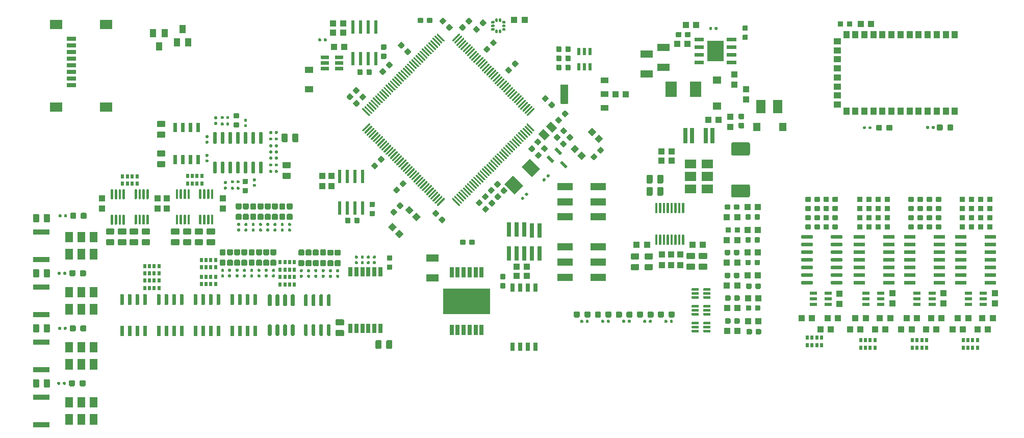
<source format=gtp>
G04 #@! TF.GenerationSoftware,KiCad,Pcbnew,(5.1.10)-1*
G04 #@! TF.CreationDate,2021-08-17T11:35:38-05:00*
G04 #@! TF.ProjectId,Proteus_Little,50726f74-6575-4735-9f4c-6974746c652e,rev?*
G04 #@! TF.SameCoordinates,Original*
G04 #@! TF.FileFunction,Paste,Top*
G04 #@! TF.FilePolarity,Positive*
%FSLAX46Y46*%
G04 Gerber Fmt 4.6, Leading zero omitted, Abs format (unit mm)*
G04 Created by KiCad (PCBNEW (5.1.10)-1) date 2021-08-17 11:35:38*
%MOMM*%
%LPD*%
G01*
G04 APERTURE LIST*
%ADD10C,0.100000*%
%ADD11R,0.500000X0.650000*%
%ADD12R,1.150000X0.600000*%
%ADD13R,1.000000X1.100000*%
%ADD14R,1.100000X1.000000*%
%ADD15R,0.609600X2.209800*%
%ADD16R,1.000000X1.400000*%
%ADD17R,0.650000X1.650000*%
%ADD18R,0.700000X1.350000*%
%ADD19R,1.270000X1.470000*%
%ADD20R,2.032000X1.270000*%
%ADD21R,1.470000X1.270000*%
%ADD22R,1.600000X2.200000*%
%ADD23R,1.900000X2.500000*%
%ADD24R,0.790000X2.520000*%
%ADD25R,0.660400X1.752600*%
%ADD26R,7.899400X4.292600*%
%ADD27R,1.500000X0.800000*%
%ADD28R,2.050000X1.500000*%
%ADD29R,2.500000X1.200000*%
%ADD30R,0.750000X2.400000*%
%ADD31R,0.600000X1.150000*%
%ADD32R,1.361200X1.114600*%
%ADD33R,2.830000X0.970000*%
%ADD34R,1.000000X1.300000*%
%ADD35R,1.300000X1.000000*%
G04 APERTURE END LIST*
D10*
G36*
X182362090Y-74413140D02*
G01*
X179652090Y-74413140D01*
X179652090Y-77813140D01*
X182362090Y-77813140D01*
X182362090Y-74413140D01*
G37*
G36*
X175926590Y-98264640D02*
G01*
X175926590Y-99764640D01*
X177846590Y-99764640D01*
X177846590Y-98264640D01*
X175926590Y-98264640D01*
G37*
G36*
X175926590Y-96194640D02*
G01*
X175926590Y-97694640D01*
X177846590Y-97694640D01*
X177846590Y-96194640D01*
X175926590Y-96194640D01*
G37*
G36*
X175926590Y-94124640D02*
G01*
X175926590Y-95624640D01*
X177846590Y-95624640D01*
X177846590Y-94124640D01*
X175926590Y-94124640D01*
G37*
G36*
X178706590Y-98264640D02*
G01*
X178706590Y-99764640D01*
X180626590Y-99764640D01*
X180626590Y-98264640D01*
X178706590Y-98264640D01*
G37*
G36*
X178706590Y-96194640D02*
G01*
X178706590Y-97694640D01*
X180626590Y-97694640D01*
X180626590Y-96194640D01*
X178706590Y-96194640D01*
G37*
G36*
X178706590Y-94124640D02*
G01*
X178706590Y-95624640D01*
X180626590Y-95624640D01*
X180626590Y-94124640D01*
X178706590Y-94124640D01*
G37*
G36*
X141516850Y-119639600D02*
G01*
X141516850Y-117839600D01*
X139916850Y-117839600D01*
X139916850Y-119639600D01*
X141516850Y-119639600D01*
G37*
G36*
X139516850Y-117439600D02*
G01*
X139516850Y-115639600D01*
X137916850Y-115639600D01*
X137916850Y-117439600D01*
X139516850Y-117439600D01*
G37*
G36*
X143616840Y-118539596D02*
G01*
X143616840Y-116739604D01*
X141816850Y-116739604D01*
X141816850Y-118539596D01*
X143616840Y-118539596D01*
G37*
G36*
X139516850Y-119639600D02*
G01*
X139516850Y-117839600D01*
X137916850Y-117839600D01*
X137916850Y-119639600D01*
X139516850Y-119639600D01*
G37*
G36*
X137616850Y-118539596D02*
G01*
X137616850Y-116739604D01*
X135816860Y-116739604D01*
X135816860Y-118539596D01*
X137616850Y-118539596D01*
G37*
G36*
X141516850Y-117439600D02*
G01*
X141516850Y-115639600D01*
X139916850Y-115639600D01*
X139916850Y-117439600D01*
X141516850Y-117439600D01*
G37*
G36*
X73057350Y-119856100D02*
G01*
X74367350Y-119856100D01*
X74367350Y-118116100D01*
X73057350Y-118116100D01*
X73057350Y-119856100D01*
G37*
G36*
X77117350Y-119856100D02*
G01*
X78427350Y-119856100D01*
X78427350Y-118116100D01*
X77117350Y-118116100D01*
X77117350Y-119856100D01*
G37*
G36*
X77117350Y-117036100D02*
G01*
X78427350Y-117036100D01*
X78427350Y-115296100D01*
X77117350Y-115296100D01*
X77117350Y-117036100D01*
G37*
G36*
X73057350Y-117036100D02*
G01*
X74367350Y-117036100D01*
X74367350Y-115296100D01*
X73057350Y-115296100D01*
X73057350Y-117036100D01*
G37*
G36*
X75087350Y-119856100D02*
G01*
X76397350Y-119856100D01*
X76397350Y-118116100D01*
X75087350Y-118116100D01*
X75087350Y-119856100D01*
G37*
G36*
X75087350Y-117036100D02*
G01*
X76397350Y-117036100D01*
X76397350Y-115296100D01*
X75087350Y-115296100D01*
X75087350Y-117036100D01*
G37*
G36*
X73057350Y-110712100D02*
G01*
X74367350Y-110712100D01*
X74367350Y-108972100D01*
X73057350Y-108972100D01*
X73057350Y-110712100D01*
G37*
G36*
X77117350Y-110712100D02*
G01*
X78427350Y-110712100D01*
X78427350Y-108972100D01*
X77117350Y-108972100D01*
X77117350Y-110712100D01*
G37*
G36*
X77117350Y-107892100D02*
G01*
X78427350Y-107892100D01*
X78427350Y-106152100D01*
X77117350Y-106152100D01*
X77117350Y-107892100D01*
G37*
G36*
X73057350Y-107892100D02*
G01*
X74367350Y-107892100D01*
X74367350Y-106152100D01*
X73057350Y-106152100D01*
X73057350Y-107892100D01*
G37*
G36*
X75087350Y-110712100D02*
G01*
X76397350Y-110712100D01*
X76397350Y-108972100D01*
X75087350Y-108972100D01*
X75087350Y-110712100D01*
G37*
G36*
X75087350Y-107892100D02*
G01*
X76397350Y-107892100D01*
X76397350Y-106152100D01*
X75087350Y-106152100D01*
X75087350Y-107892100D01*
G37*
G36*
X73057350Y-138144100D02*
G01*
X74367350Y-138144100D01*
X74367350Y-136404100D01*
X73057350Y-136404100D01*
X73057350Y-138144100D01*
G37*
G36*
X77117350Y-138144100D02*
G01*
X78427350Y-138144100D01*
X78427350Y-136404100D01*
X77117350Y-136404100D01*
X77117350Y-138144100D01*
G37*
G36*
X77117350Y-135324100D02*
G01*
X78427350Y-135324100D01*
X78427350Y-133584100D01*
X77117350Y-133584100D01*
X77117350Y-135324100D01*
G37*
G36*
X73057350Y-135324100D02*
G01*
X74367350Y-135324100D01*
X74367350Y-133584100D01*
X73057350Y-133584100D01*
X73057350Y-135324100D01*
G37*
G36*
X75087350Y-138144100D02*
G01*
X76397350Y-138144100D01*
X76397350Y-136404100D01*
X75087350Y-136404100D01*
X75087350Y-138144100D01*
G37*
G36*
X75087350Y-135324100D02*
G01*
X76397350Y-135324100D01*
X76397350Y-133584100D01*
X75087350Y-133584100D01*
X75087350Y-135324100D01*
G37*
G36*
X73057350Y-129000100D02*
G01*
X74367350Y-129000100D01*
X74367350Y-127260100D01*
X73057350Y-127260100D01*
X73057350Y-129000100D01*
G37*
G36*
X77117350Y-129000100D02*
G01*
X78427350Y-129000100D01*
X78427350Y-127260100D01*
X77117350Y-127260100D01*
X77117350Y-129000100D01*
G37*
G36*
X77117350Y-126180100D02*
G01*
X78427350Y-126180100D01*
X78427350Y-124440100D01*
X77117350Y-124440100D01*
X77117350Y-126180100D01*
G37*
G36*
X73057350Y-126180100D02*
G01*
X74367350Y-126180100D01*
X74367350Y-124440100D01*
X73057350Y-124440100D01*
X73057350Y-126180100D01*
G37*
G36*
X75087350Y-129000100D02*
G01*
X76397350Y-129000100D01*
X76397350Y-127260100D01*
X75087350Y-127260100D01*
X75087350Y-129000100D01*
G37*
G36*
X75087350Y-126180100D02*
G01*
X76397350Y-126180100D01*
X76397350Y-124440100D01*
X75087350Y-124440100D01*
X75087350Y-126180100D01*
G37*
G36*
G01*
X97356900Y-103303860D02*
X97556900Y-103303860D01*
G75*
G02*
X97656900Y-103403860I0J-100000D01*
G01*
X97656900Y-104828860D01*
G75*
G02*
X97556900Y-104928860I-100000J0D01*
G01*
X97356900Y-104928860D01*
G75*
G02*
X97256900Y-104828860I0J100000D01*
G01*
X97256900Y-103403860D01*
G75*
G02*
X97356900Y-103303860I100000J0D01*
G01*
G37*
G36*
G01*
X96706900Y-103303860D02*
X96906900Y-103303860D01*
G75*
G02*
X97006900Y-103403860I0J-100000D01*
G01*
X97006900Y-104828860D01*
G75*
G02*
X96906900Y-104928860I-100000J0D01*
G01*
X96706900Y-104928860D01*
G75*
G02*
X96606900Y-104828860I0J100000D01*
G01*
X96606900Y-103403860D01*
G75*
G02*
X96706900Y-103303860I100000J0D01*
G01*
G37*
G36*
G01*
X96056900Y-103303860D02*
X96256900Y-103303860D01*
G75*
G02*
X96356900Y-103403860I0J-100000D01*
G01*
X96356900Y-104828860D01*
G75*
G02*
X96256900Y-104928860I-100000J0D01*
G01*
X96056900Y-104928860D01*
G75*
G02*
X95956900Y-104828860I0J100000D01*
G01*
X95956900Y-103403860D01*
G75*
G02*
X96056900Y-103303860I100000J0D01*
G01*
G37*
G36*
G01*
X95406900Y-103303860D02*
X95606900Y-103303860D01*
G75*
G02*
X95706900Y-103403860I0J-100000D01*
G01*
X95706900Y-104828860D01*
G75*
G02*
X95606900Y-104928860I-100000J0D01*
G01*
X95406900Y-104928860D01*
G75*
G02*
X95306900Y-104828860I0J100000D01*
G01*
X95306900Y-103403860D01*
G75*
G02*
X95406900Y-103303860I100000J0D01*
G01*
G37*
G36*
G01*
X95406900Y-99078860D02*
X95606900Y-99078860D01*
G75*
G02*
X95706900Y-99178860I0J-100000D01*
G01*
X95706900Y-100603860D01*
G75*
G02*
X95606900Y-100703860I-100000J0D01*
G01*
X95406900Y-100703860D01*
G75*
G02*
X95306900Y-100603860I0J100000D01*
G01*
X95306900Y-99178860D01*
G75*
G02*
X95406900Y-99078860I100000J0D01*
G01*
G37*
G36*
G01*
X96056900Y-99078860D02*
X96256900Y-99078860D01*
G75*
G02*
X96356900Y-99178860I0J-100000D01*
G01*
X96356900Y-100603860D01*
G75*
G02*
X96256900Y-100703860I-100000J0D01*
G01*
X96056900Y-100703860D01*
G75*
G02*
X95956900Y-100603860I0J100000D01*
G01*
X95956900Y-99178860D01*
G75*
G02*
X96056900Y-99078860I100000J0D01*
G01*
G37*
G36*
G01*
X96706900Y-99078860D02*
X96906900Y-99078860D01*
G75*
G02*
X97006900Y-99178860I0J-100000D01*
G01*
X97006900Y-100603860D01*
G75*
G02*
X96906900Y-100703860I-100000J0D01*
G01*
X96706900Y-100703860D01*
G75*
G02*
X96606900Y-100603860I0J100000D01*
G01*
X96606900Y-99178860D01*
G75*
G02*
X96706900Y-99078860I100000J0D01*
G01*
G37*
G36*
G01*
X97356900Y-99078860D02*
X97556900Y-99078860D01*
G75*
G02*
X97656900Y-99178860I0J-100000D01*
G01*
X97656900Y-100603860D01*
G75*
G02*
X97556900Y-100703860I-100000J0D01*
G01*
X97356900Y-100703860D01*
G75*
G02*
X97256900Y-100603860I0J100000D01*
G01*
X97256900Y-99178860D01*
G75*
G02*
X97356900Y-99078860I100000J0D01*
G01*
G37*
G36*
G01*
X93475780Y-103303860D02*
X93675780Y-103303860D01*
G75*
G02*
X93775780Y-103403860I0J-100000D01*
G01*
X93775780Y-104828860D01*
G75*
G02*
X93675780Y-104928860I-100000J0D01*
G01*
X93475780Y-104928860D01*
G75*
G02*
X93375780Y-104828860I0J100000D01*
G01*
X93375780Y-103403860D01*
G75*
G02*
X93475780Y-103303860I100000J0D01*
G01*
G37*
G36*
G01*
X92825780Y-103303860D02*
X93025780Y-103303860D01*
G75*
G02*
X93125780Y-103403860I0J-100000D01*
G01*
X93125780Y-104828860D01*
G75*
G02*
X93025780Y-104928860I-100000J0D01*
G01*
X92825780Y-104928860D01*
G75*
G02*
X92725780Y-104828860I0J100000D01*
G01*
X92725780Y-103403860D01*
G75*
G02*
X92825780Y-103303860I100000J0D01*
G01*
G37*
G36*
G01*
X92175780Y-103303860D02*
X92375780Y-103303860D01*
G75*
G02*
X92475780Y-103403860I0J-100000D01*
G01*
X92475780Y-104828860D01*
G75*
G02*
X92375780Y-104928860I-100000J0D01*
G01*
X92175780Y-104928860D01*
G75*
G02*
X92075780Y-104828860I0J100000D01*
G01*
X92075780Y-103403860D01*
G75*
G02*
X92175780Y-103303860I100000J0D01*
G01*
G37*
G36*
G01*
X91525780Y-103303860D02*
X91725780Y-103303860D01*
G75*
G02*
X91825780Y-103403860I0J-100000D01*
G01*
X91825780Y-104828860D01*
G75*
G02*
X91725780Y-104928860I-100000J0D01*
G01*
X91525780Y-104928860D01*
G75*
G02*
X91425780Y-104828860I0J100000D01*
G01*
X91425780Y-103403860D01*
G75*
G02*
X91525780Y-103303860I100000J0D01*
G01*
G37*
G36*
G01*
X91525780Y-99078860D02*
X91725780Y-99078860D01*
G75*
G02*
X91825780Y-99178860I0J-100000D01*
G01*
X91825780Y-100603860D01*
G75*
G02*
X91725780Y-100703860I-100000J0D01*
G01*
X91525780Y-100703860D01*
G75*
G02*
X91425780Y-100603860I0J100000D01*
G01*
X91425780Y-99178860D01*
G75*
G02*
X91525780Y-99078860I100000J0D01*
G01*
G37*
G36*
G01*
X92175780Y-99078860D02*
X92375780Y-99078860D01*
G75*
G02*
X92475780Y-99178860I0J-100000D01*
G01*
X92475780Y-100603860D01*
G75*
G02*
X92375780Y-100703860I-100000J0D01*
G01*
X92175780Y-100703860D01*
G75*
G02*
X92075780Y-100603860I0J100000D01*
G01*
X92075780Y-99178860D01*
G75*
G02*
X92175780Y-99078860I100000J0D01*
G01*
G37*
G36*
G01*
X92825780Y-99078860D02*
X93025780Y-99078860D01*
G75*
G02*
X93125780Y-99178860I0J-100000D01*
G01*
X93125780Y-100603860D01*
G75*
G02*
X93025780Y-100703860I-100000J0D01*
G01*
X92825780Y-100703860D01*
G75*
G02*
X92725780Y-100603860I0J100000D01*
G01*
X92725780Y-99178860D01*
G75*
G02*
X92825780Y-99078860I100000J0D01*
G01*
G37*
G36*
G01*
X93475780Y-99078860D02*
X93675780Y-99078860D01*
G75*
G02*
X93775780Y-99178860I0J-100000D01*
G01*
X93775780Y-100603860D01*
G75*
G02*
X93675780Y-100703860I-100000J0D01*
G01*
X93475780Y-100703860D01*
G75*
G02*
X93375780Y-100603860I0J100000D01*
G01*
X93375780Y-99178860D01*
G75*
G02*
X93475780Y-99078860I100000J0D01*
G01*
G37*
G36*
G01*
X86633020Y-103308940D02*
X86833020Y-103308940D01*
G75*
G02*
X86933020Y-103408940I0J-100000D01*
G01*
X86933020Y-104833940D01*
G75*
G02*
X86833020Y-104933940I-100000J0D01*
G01*
X86633020Y-104933940D01*
G75*
G02*
X86533020Y-104833940I0J100000D01*
G01*
X86533020Y-103408940D01*
G75*
G02*
X86633020Y-103308940I100000J0D01*
G01*
G37*
G36*
G01*
X85983020Y-103308940D02*
X86183020Y-103308940D01*
G75*
G02*
X86283020Y-103408940I0J-100000D01*
G01*
X86283020Y-104833940D01*
G75*
G02*
X86183020Y-104933940I-100000J0D01*
G01*
X85983020Y-104933940D01*
G75*
G02*
X85883020Y-104833940I0J100000D01*
G01*
X85883020Y-103408940D01*
G75*
G02*
X85983020Y-103308940I100000J0D01*
G01*
G37*
G36*
G01*
X85333020Y-103308940D02*
X85533020Y-103308940D01*
G75*
G02*
X85633020Y-103408940I0J-100000D01*
G01*
X85633020Y-104833940D01*
G75*
G02*
X85533020Y-104933940I-100000J0D01*
G01*
X85333020Y-104933940D01*
G75*
G02*
X85233020Y-104833940I0J100000D01*
G01*
X85233020Y-103408940D01*
G75*
G02*
X85333020Y-103308940I100000J0D01*
G01*
G37*
G36*
G01*
X84683020Y-103308940D02*
X84883020Y-103308940D01*
G75*
G02*
X84983020Y-103408940I0J-100000D01*
G01*
X84983020Y-104833940D01*
G75*
G02*
X84883020Y-104933940I-100000J0D01*
G01*
X84683020Y-104933940D01*
G75*
G02*
X84583020Y-104833940I0J100000D01*
G01*
X84583020Y-103408940D01*
G75*
G02*
X84683020Y-103308940I100000J0D01*
G01*
G37*
G36*
G01*
X84683020Y-99083940D02*
X84883020Y-99083940D01*
G75*
G02*
X84983020Y-99183940I0J-100000D01*
G01*
X84983020Y-100608940D01*
G75*
G02*
X84883020Y-100708940I-100000J0D01*
G01*
X84683020Y-100708940D01*
G75*
G02*
X84583020Y-100608940I0J100000D01*
G01*
X84583020Y-99183940D01*
G75*
G02*
X84683020Y-99083940I100000J0D01*
G01*
G37*
G36*
G01*
X85333020Y-99083940D02*
X85533020Y-99083940D01*
G75*
G02*
X85633020Y-99183940I0J-100000D01*
G01*
X85633020Y-100608940D01*
G75*
G02*
X85533020Y-100708940I-100000J0D01*
G01*
X85333020Y-100708940D01*
G75*
G02*
X85233020Y-100608940I0J100000D01*
G01*
X85233020Y-99183940D01*
G75*
G02*
X85333020Y-99083940I100000J0D01*
G01*
G37*
G36*
G01*
X85983020Y-99083940D02*
X86183020Y-99083940D01*
G75*
G02*
X86283020Y-99183940I0J-100000D01*
G01*
X86283020Y-100608940D01*
G75*
G02*
X86183020Y-100708940I-100000J0D01*
G01*
X85983020Y-100708940D01*
G75*
G02*
X85883020Y-100608940I0J100000D01*
G01*
X85883020Y-99183940D01*
G75*
G02*
X85983020Y-99083940I100000J0D01*
G01*
G37*
G36*
G01*
X86633020Y-99083940D02*
X86833020Y-99083940D01*
G75*
G02*
X86933020Y-99183940I0J-100000D01*
G01*
X86933020Y-100608940D01*
G75*
G02*
X86833020Y-100708940I-100000J0D01*
G01*
X86633020Y-100708940D01*
G75*
G02*
X86533020Y-100608940I0J100000D01*
G01*
X86533020Y-99183940D01*
G75*
G02*
X86633020Y-99083940I100000J0D01*
G01*
G37*
D11*
X84979360Y-98145760D03*
X84179360Y-98145760D03*
X83379360Y-98145760D03*
X82579360Y-98145760D03*
X82579360Y-96895760D03*
X83379360Y-96895760D03*
X84179360Y-96895760D03*
X84979360Y-96895760D03*
G36*
G01*
X82680780Y-103316560D02*
X82880780Y-103316560D01*
G75*
G02*
X82980780Y-103416560I0J-100000D01*
G01*
X82980780Y-104841560D01*
G75*
G02*
X82880780Y-104941560I-100000J0D01*
G01*
X82680780Y-104941560D01*
G75*
G02*
X82580780Y-104841560I0J100000D01*
G01*
X82580780Y-103416560D01*
G75*
G02*
X82680780Y-103316560I100000J0D01*
G01*
G37*
G36*
G01*
X82030780Y-103316560D02*
X82230780Y-103316560D01*
G75*
G02*
X82330780Y-103416560I0J-100000D01*
G01*
X82330780Y-104841560D01*
G75*
G02*
X82230780Y-104941560I-100000J0D01*
G01*
X82030780Y-104941560D01*
G75*
G02*
X81930780Y-104841560I0J100000D01*
G01*
X81930780Y-103416560D01*
G75*
G02*
X82030780Y-103316560I100000J0D01*
G01*
G37*
G36*
G01*
X81380780Y-103316560D02*
X81580780Y-103316560D01*
G75*
G02*
X81680780Y-103416560I0J-100000D01*
G01*
X81680780Y-104841560D01*
G75*
G02*
X81580780Y-104941560I-100000J0D01*
G01*
X81380780Y-104941560D01*
G75*
G02*
X81280780Y-104841560I0J100000D01*
G01*
X81280780Y-103416560D01*
G75*
G02*
X81380780Y-103316560I100000J0D01*
G01*
G37*
G36*
G01*
X80730780Y-103316560D02*
X80930780Y-103316560D01*
G75*
G02*
X81030780Y-103416560I0J-100000D01*
G01*
X81030780Y-104841560D01*
G75*
G02*
X80930780Y-104941560I-100000J0D01*
G01*
X80730780Y-104941560D01*
G75*
G02*
X80630780Y-104841560I0J100000D01*
G01*
X80630780Y-103416560D01*
G75*
G02*
X80730780Y-103316560I100000J0D01*
G01*
G37*
G36*
G01*
X80730780Y-99091560D02*
X80930780Y-99091560D01*
G75*
G02*
X81030780Y-99191560I0J-100000D01*
G01*
X81030780Y-100616560D01*
G75*
G02*
X80930780Y-100716560I-100000J0D01*
G01*
X80730780Y-100716560D01*
G75*
G02*
X80630780Y-100616560I0J100000D01*
G01*
X80630780Y-99191560D01*
G75*
G02*
X80730780Y-99091560I100000J0D01*
G01*
G37*
G36*
G01*
X81380780Y-99091560D02*
X81580780Y-99091560D01*
G75*
G02*
X81680780Y-99191560I0J-100000D01*
G01*
X81680780Y-100616560D01*
G75*
G02*
X81580780Y-100716560I-100000J0D01*
G01*
X81380780Y-100716560D01*
G75*
G02*
X81280780Y-100616560I0J100000D01*
G01*
X81280780Y-99191560D01*
G75*
G02*
X81380780Y-99091560I100000J0D01*
G01*
G37*
G36*
G01*
X82030780Y-99091560D02*
X82230780Y-99091560D01*
G75*
G02*
X82330780Y-99191560I0J-100000D01*
G01*
X82330780Y-100616560D01*
G75*
G02*
X82230780Y-100716560I-100000J0D01*
G01*
X82030780Y-100716560D01*
G75*
G02*
X81930780Y-100616560I0J100000D01*
G01*
X81930780Y-99191560D01*
G75*
G02*
X82030780Y-99091560I100000J0D01*
G01*
G37*
G36*
G01*
X82680780Y-99091560D02*
X82880780Y-99091560D01*
G75*
G02*
X82980780Y-99191560I0J-100000D01*
G01*
X82980780Y-100616560D01*
G75*
G02*
X82880780Y-100716560I-100000J0D01*
G01*
X82680780Y-100716560D01*
G75*
G02*
X82580780Y-100616560I0J100000D01*
G01*
X82580780Y-99191560D01*
G75*
G02*
X82680780Y-99091560I100000J0D01*
G01*
G37*
G36*
G01*
X89551850Y-93636600D02*
X88408850Y-93636600D01*
G75*
G02*
X88281850Y-93509600I0J127000D01*
G01*
X88281850Y-92747600D01*
G75*
G02*
X88408850Y-92620600I127000J0D01*
G01*
X89551850Y-92620600D01*
G75*
G02*
X89678850Y-92747600I0J-127000D01*
G01*
X89678850Y-93509600D01*
G75*
G02*
X89551850Y-93636600I-127000J0D01*
G01*
G37*
G36*
G01*
X89551850Y-95414600D02*
X88408850Y-95414600D01*
G75*
G02*
X88281850Y-95287600I0J127000D01*
G01*
X88281850Y-94525600D01*
G75*
G02*
X88408850Y-94398600I127000J0D01*
G01*
X89551850Y-94398600D01*
G75*
G02*
X89678850Y-94525600I0J-127000D01*
G01*
X89678850Y-95287600D01*
G75*
G02*
X89551850Y-95414600I-127000J0D01*
G01*
G37*
G36*
G01*
X89551850Y-88747100D02*
X88408850Y-88747100D01*
G75*
G02*
X88281850Y-88620100I0J127000D01*
G01*
X88281850Y-87858100D01*
G75*
G02*
X88408850Y-87731100I127000J0D01*
G01*
X89551850Y-87731100D01*
G75*
G02*
X89678850Y-87858100I0J-127000D01*
G01*
X89678850Y-88620100D01*
G75*
G02*
X89551850Y-88747100I-127000J0D01*
G01*
G37*
G36*
G01*
X89551850Y-90525100D02*
X88408850Y-90525100D01*
G75*
G02*
X88281850Y-90398100I0J127000D01*
G01*
X88281850Y-89636100D01*
G75*
G02*
X88408850Y-89509100I127000J0D01*
G01*
X89551850Y-89509100D01*
G75*
G02*
X89678850Y-89636100I0J-127000D01*
G01*
X89678850Y-90398100D01*
G75*
G02*
X89551850Y-90525100I-127000J0D01*
G01*
G37*
G36*
G01*
X94914850Y-93357600D02*
X95364850Y-93357600D01*
G75*
G02*
X95439850Y-93432600I0J-75000D01*
G01*
X95439850Y-94862600D01*
G75*
G02*
X95364850Y-94937600I-75000J0D01*
G01*
X94914850Y-94937600D01*
G75*
G02*
X94839850Y-94862600I0J75000D01*
G01*
X94839850Y-93432600D01*
G75*
G02*
X94914850Y-93357600I75000J0D01*
G01*
G37*
G36*
G01*
X93644850Y-93357600D02*
X94094850Y-93357600D01*
G75*
G02*
X94169850Y-93432600I0J-75000D01*
G01*
X94169850Y-94862600D01*
G75*
G02*
X94094850Y-94937600I-75000J0D01*
G01*
X93644850Y-94937600D01*
G75*
G02*
X93569850Y-94862600I0J75000D01*
G01*
X93569850Y-93432600D01*
G75*
G02*
X93644850Y-93357600I75000J0D01*
G01*
G37*
G36*
G01*
X92374850Y-93357600D02*
X92824850Y-93357600D01*
G75*
G02*
X92899850Y-93432600I0J-75000D01*
G01*
X92899850Y-94862600D01*
G75*
G02*
X92824850Y-94937600I-75000J0D01*
G01*
X92374850Y-94937600D01*
G75*
G02*
X92299850Y-94862600I0J75000D01*
G01*
X92299850Y-93432600D01*
G75*
G02*
X92374850Y-93357600I75000J0D01*
G01*
G37*
G36*
G01*
X91104850Y-93357600D02*
X91554850Y-93357600D01*
G75*
G02*
X91629850Y-93432600I0J-75000D01*
G01*
X91629850Y-94862600D01*
G75*
G02*
X91554850Y-94937600I-75000J0D01*
G01*
X91104850Y-94937600D01*
G75*
G02*
X91029850Y-94862600I0J75000D01*
G01*
X91029850Y-93432600D01*
G75*
G02*
X91104850Y-93357600I75000J0D01*
G01*
G37*
G36*
G01*
X91104850Y-88017600D02*
X91554850Y-88017600D01*
G75*
G02*
X91629850Y-88092600I0J-75000D01*
G01*
X91629850Y-89522600D01*
G75*
G02*
X91554850Y-89597600I-75000J0D01*
G01*
X91104850Y-89597600D01*
G75*
G02*
X91029850Y-89522600I0J75000D01*
G01*
X91029850Y-88092600D01*
G75*
G02*
X91104850Y-88017600I75000J0D01*
G01*
G37*
G36*
G01*
X92374850Y-88017600D02*
X92824850Y-88017600D01*
G75*
G02*
X92899850Y-88092600I0J-75000D01*
G01*
X92899850Y-89522600D01*
G75*
G02*
X92824850Y-89597600I-75000J0D01*
G01*
X92374850Y-89597600D01*
G75*
G02*
X92299850Y-89522600I0J75000D01*
G01*
X92299850Y-88092600D01*
G75*
G02*
X92374850Y-88017600I75000J0D01*
G01*
G37*
G36*
G01*
X93644850Y-88017600D02*
X94094850Y-88017600D01*
G75*
G02*
X94169850Y-88092600I0J-75000D01*
G01*
X94169850Y-89522600D01*
G75*
G02*
X94094850Y-89597600I-75000J0D01*
G01*
X93644850Y-89597600D01*
G75*
G02*
X93569850Y-89522600I0J75000D01*
G01*
X93569850Y-88092600D01*
G75*
G02*
X93644850Y-88017600I75000J0D01*
G01*
G37*
G36*
G01*
X94914850Y-88017600D02*
X95364850Y-88017600D01*
G75*
G02*
X95439850Y-88092600I0J-75000D01*
G01*
X95439850Y-89522600D01*
G75*
G02*
X95364850Y-89597600I-75000J0D01*
G01*
X94914850Y-89597600D01*
G75*
G02*
X94839850Y-89522600I0J75000D01*
G01*
X94839850Y-88092600D01*
G75*
G02*
X94914850Y-88017600I75000J0D01*
G01*
G37*
G36*
G01*
X197178880Y-114359480D02*
X197178880Y-114809480D01*
G75*
G02*
X197103880Y-114884480I-75000J0D01*
G01*
X195353880Y-114884480D01*
G75*
G02*
X195278880Y-114809480I0J75000D01*
G01*
X195278880Y-114359480D01*
G75*
G02*
X195353880Y-114284480I75000J0D01*
G01*
X197103880Y-114284480D01*
G75*
G02*
X197178880Y-114359480I0J-75000D01*
G01*
G37*
G36*
G01*
X197178880Y-113089480D02*
X197178880Y-113539480D01*
G75*
G02*
X197103880Y-113614480I-75000J0D01*
G01*
X195353880Y-113614480D01*
G75*
G02*
X195278880Y-113539480I0J75000D01*
G01*
X195278880Y-113089480D01*
G75*
G02*
X195353880Y-113014480I75000J0D01*
G01*
X197103880Y-113014480D01*
G75*
G02*
X197178880Y-113089480I0J-75000D01*
G01*
G37*
G36*
G01*
X197178880Y-111819480D02*
X197178880Y-112269480D01*
G75*
G02*
X197103880Y-112344480I-75000J0D01*
G01*
X195353880Y-112344480D01*
G75*
G02*
X195278880Y-112269480I0J75000D01*
G01*
X195278880Y-111819480D01*
G75*
G02*
X195353880Y-111744480I75000J0D01*
G01*
X197103880Y-111744480D01*
G75*
G02*
X197178880Y-111819480I0J-75000D01*
G01*
G37*
G36*
G01*
X197178880Y-110549480D02*
X197178880Y-110999480D01*
G75*
G02*
X197103880Y-111074480I-75000J0D01*
G01*
X195353880Y-111074480D01*
G75*
G02*
X195278880Y-110999480I0J75000D01*
G01*
X195278880Y-110549480D01*
G75*
G02*
X195353880Y-110474480I75000J0D01*
G01*
X197103880Y-110474480D01*
G75*
G02*
X197178880Y-110549480I0J-75000D01*
G01*
G37*
G36*
G01*
X197178880Y-109279480D02*
X197178880Y-109729480D01*
G75*
G02*
X197103880Y-109804480I-75000J0D01*
G01*
X195353880Y-109804480D01*
G75*
G02*
X195278880Y-109729480I0J75000D01*
G01*
X195278880Y-109279480D01*
G75*
G02*
X195353880Y-109204480I75000J0D01*
G01*
X197103880Y-109204480D01*
G75*
G02*
X197178880Y-109279480I0J-75000D01*
G01*
G37*
G36*
G01*
X197178880Y-108009480D02*
X197178880Y-108459480D01*
G75*
G02*
X197103880Y-108534480I-75000J0D01*
G01*
X195353880Y-108534480D01*
G75*
G02*
X195278880Y-108459480I0J75000D01*
G01*
X195278880Y-108009480D01*
G75*
G02*
X195353880Y-107934480I75000J0D01*
G01*
X197103880Y-107934480D01*
G75*
G02*
X197178880Y-108009480I0J-75000D01*
G01*
G37*
G36*
G01*
X197178880Y-106739480D02*
X197178880Y-107189480D01*
G75*
G02*
X197103880Y-107264480I-75000J0D01*
G01*
X195353880Y-107264480D01*
G75*
G02*
X195278880Y-107189480I0J75000D01*
G01*
X195278880Y-106739480D01*
G75*
G02*
X195353880Y-106664480I75000J0D01*
G01*
X197103880Y-106664480D01*
G75*
G02*
X197178880Y-106739480I0J-75000D01*
G01*
G37*
G36*
G01*
X202088880Y-106739480D02*
X202088880Y-107189480D01*
G75*
G02*
X202013880Y-107264480I-75000J0D01*
G01*
X200263880Y-107264480D01*
G75*
G02*
X200188880Y-107189480I0J75000D01*
G01*
X200188880Y-106739480D01*
G75*
G02*
X200263880Y-106664480I75000J0D01*
G01*
X202013880Y-106664480D01*
G75*
G02*
X202088880Y-106739480I0J-75000D01*
G01*
G37*
G36*
G01*
X202088880Y-108009480D02*
X202088880Y-108459480D01*
G75*
G02*
X202013880Y-108534480I-75000J0D01*
G01*
X200263880Y-108534480D01*
G75*
G02*
X200188880Y-108459480I0J75000D01*
G01*
X200188880Y-108009480D01*
G75*
G02*
X200263880Y-107934480I75000J0D01*
G01*
X202013880Y-107934480D01*
G75*
G02*
X202088880Y-108009480I0J-75000D01*
G01*
G37*
G36*
G01*
X202088880Y-109279480D02*
X202088880Y-109729480D01*
G75*
G02*
X202013880Y-109804480I-75000J0D01*
G01*
X200263880Y-109804480D01*
G75*
G02*
X200188880Y-109729480I0J75000D01*
G01*
X200188880Y-109279480D01*
G75*
G02*
X200263880Y-109204480I75000J0D01*
G01*
X202013880Y-109204480D01*
G75*
G02*
X202088880Y-109279480I0J-75000D01*
G01*
G37*
G36*
G01*
X202088880Y-110549480D02*
X202088880Y-110999480D01*
G75*
G02*
X202013880Y-111074480I-75000J0D01*
G01*
X200263880Y-111074480D01*
G75*
G02*
X200188880Y-110999480I0J75000D01*
G01*
X200188880Y-110549480D01*
G75*
G02*
X200263880Y-110474480I75000J0D01*
G01*
X202013880Y-110474480D01*
G75*
G02*
X202088880Y-110549480I0J-75000D01*
G01*
G37*
G36*
G01*
X202088880Y-111819480D02*
X202088880Y-112269480D01*
G75*
G02*
X202013880Y-112344480I-75000J0D01*
G01*
X200263880Y-112344480D01*
G75*
G02*
X200188880Y-112269480I0J75000D01*
G01*
X200188880Y-111819480D01*
G75*
G02*
X200263880Y-111744480I75000J0D01*
G01*
X202013880Y-111744480D01*
G75*
G02*
X202088880Y-111819480I0J-75000D01*
G01*
G37*
G36*
G01*
X202088880Y-113089480D02*
X202088880Y-113539480D01*
G75*
G02*
X202013880Y-113614480I-75000J0D01*
G01*
X200263880Y-113614480D01*
G75*
G02*
X200188880Y-113539480I0J75000D01*
G01*
X200188880Y-113089480D01*
G75*
G02*
X200263880Y-113014480I75000J0D01*
G01*
X202013880Y-113014480D01*
G75*
G02*
X202088880Y-113089480I0J-75000D01*
G01*
G37*
G36*
G01*
X202088880Y-114359480D02*
X202088880Y-114809480D01*
G75*
G02*
X202013880Y-114884480I-75000J0D01*
G01*
X200263880Y-114884480D01*
G75*
G02*
X200188880Y-114809480I0J75000D01*
G01*
X200188880Y-114359480D01*
G75*
G02*
X200263880Y-114284480I75000J0D01*
G01*
X202013880Y-114284480D01*
G75*
G02*
X202088880Y-114359480I0J-75000D01*
G01*
G37*
X216094160Y-125376600D03*
X215294160Y-125376600D03*
X214494160Y-125376600D03*
X213694160Y-125376600D03*
X213694160Y-124126600D03*
X214494160Y-124126600D03*
X215294160Y-124126600D03*
X216094160Y-124126600D03*
X198664680Y-124960540D03*
X197864680Y-124960540D03*
X197064680Y-124960540D03*
X196264680Y-124960540D03*
X196264680Y-123710540D03*
X197064680Y-123710540D03*
X197864680Y-123710540D03*
X198664680Y-123710540D03*
G36*
G01*
X200570465Y-101805740D02*
X201237215Y-101805740D01*
G75*
G02*
X201348340Y-101916865I0J-111125D01*
G01*
X201348340Y-102583615D01*
G75*
G02*
X201237215Y-102694740I-111125J0D01*
G01*
X200570465Y-102694740D01*
G75*
G02*
X200459340Y-102583615I0J111125D01*
G01*
X200459340Y-101916865D01*
G75*
G02*
X200570465Y-101805740I111125J0D01*
G01*
G37*
G36*
G01*
X200570465Y-100281740D02*
X201237215Y-100281740D01*
G75*
G02*
X201348340Y-100392865I0J-111125D01*
G01*
X201348340Y-101059615D01*
G75*
G02*
X201237215Y-101170740I-111125J0D01*
G01*
X200570465Y-101170740D01*
G75*
G02*
X200459340Y-101059615I0J111125D01*
G01*
X200459340Y-100392865D01*
G75*
G02*
X200570465Y-100281740I111125J0D01*
G01*
G37*
G36*
G01*
X199076945Y-101805740D02*
X199743695Y-101805740D01*
G75*
G02*
X199854820Y-101916865I0J-111125D01*
G01*
X199854820Y-102583615D01*
G75*
G02*
X199743695Y-102694740I-111125J0D01*
G01*
X199076945Y-102694740D01*
G75*
G02*
X198965820Y-102583615I0J111125D01*
G01*
X198965820Y-101916865D01*
G75*
G02*
X199076945Y-101805740I111125J0D01*
G01*
G37*
G36*
G01*
X199076945Y-100281740D02*
X199743695Y-100281740D01*
G75*
G02*
X199854820Y-100392865I0J-111125D01*
G01*
X199854820Y-101059615D01*
G75*
G02*
X199743695Y-101170740I-111125J0D01*
G01*
X199076945Y-101170740D01*
G75*
G02*
X198965820Y-101059615I0J111125D01*
G01*
X198965820Y-100392865D01*
G75*
G02*
X199076945Y-100281740I111125J0D01*
G01*
G37*
G36*
G01*
X197585965Y-101805740D02*
X198252715Y-101805740D01*
G75*
G02*
X198363840Y-101916865I0J-111125D01*
G01*
X198363840Y-102583615D01*
G75*
G02*
X198252715Y-102694740I-111125J0D01*
G01*
X197585965Y-102694740D01*
G75*
G02*
X197474840Y-102583615I0J111125D01*
G01*
X197474840Y-101916865D01*
G75*
G02*
X197585965Y-101805740I111125J0D01*
G01*
G37*
G36*
G01*
X197585965Y-100281740D02*
X198252715Y-100281740D01*
G75*
G02*
X198363840Y-100392865I0J-111125D01*
G01*
X198363840Y-101059615D01*
G75*
G02*
X198252715Y-101170740I-111125J0D01*
G01*
X197585965Y-101170740D01*
G75*
G02*
X197474840Y-101059615I0J111125D01*
G01*
X197474840Y-100392865D01*
G75*
G02*
X197585965Y-100281740I111125J0D01*
G01*
G37*
G36*
G01*
X196084825Y-101805740D02*
X196751575Y-101805740D01*
G75*
G02*
X196862700Y-101916865I0J-111125D01*
G01*
X196862700Y-102583615D01*
G75*
G02*
X196751575Y-102694740I-111125J0D01*
G01*
X196084825Y-102694740D01*
G75*
G02*
X195973700Y-102583615I0J111125D01*
G01*
X195973700Y-101916865D01*
G75*
G02*
X196084825Y-101805740I111125J0D01*
G01*
G37*
G36*
G01*
X196084825Y-100281740D02*
X196751575Y-100281740D01*
G75*
G02*
X196862700Y-100392865I0J-111125D01*
G01*
X196862700Y-101059615D01*
G75*
G02*
X196751575Y-101170740I-111125J0D01*
G01*
X196084825Y-101170740D01*
G75*
G02*
X195973700Y-101059615I0J111125D01*
G01*
X195973700Y-100392865D01*
G75*
G02*
X196084825Y-100281740I111125J0D01*
G01*
G37*
G36*
G01*
X196751575Y-104233980D02*
X196084825Y-104233980D01*
G75*
G02*
X195973700Y-104122855I0J111125D01*
G01*
X195973700Y-103456105D01*
G75*
G02*
X196084825Y-103344980I111125J0D01*
G01*
X196751575Y-103344980D01*
G75*
G02*
X196862700Y-103456105I0J-111125D01*
G01*
X196862700Y-104122855D01*
G75*
G02*
X196751575Y-104233980I-111125J0D01*
G01*
G37*
G36*
G01*
X196751575Y-105757980D02*
X196084825Y-105757980D01*
G75*
G02*
X195973700Y-105646855I0J111125D01*
G01*
X195973700Y-104980105D01*
G75*
G02*
X196084825Y-104868980I111125J0D01*
G01*
X196751575Y-104868980D01*
G75*
G02*
X196862700Y-104980105I0J-111125D01*
G01*
X196862700Y-105646855D01*
G75*
G02*
X196751575Y-105757980I-111125J0D01*
G01*
G37*
G36*
G01*
X198252715Y-104233980D02*
X197585965Y-104233980D01*
G75*
G02*
X197474840Y-104122855I0J111125D01*
G01*
X197474840Y-103456105D01*
G75*
G02*
X197585965Y-103344980I111125J0D01*
G01*
X198252715Y-103344980D01*
G75*
G02*
X198363840Y-103456105I0J-111125D01*
G01*
X198363840Y-104122855D01*
G75*
G02*
X198252715Y-104233980I-111125J0D01*
G01*
G37*
G36*
G01*
X198252715Y-105757980D02*
X197585965Y-105757980D01*
G75*
G02*
X197474840Y-105646855I0J111125D01*
G01*
X197474840Y-104980105D01*
G75*
G02*
X197585965Y-104868980I111125J0D01*
G01*
X198252715Y-104868980D01*
G75*
G02*
X198363840Y-104980105I0J-111125D01*
G01*
X198363840Y-105646855D01*
G75*
G02*
X198252715Y-105757980I-111125J0D01*
G01*
G37*
G36*
G01*
X199743695Y-104233980D02*
X199076945Y-104233980D01*
G75*
G02*
X198965820Y-104122855I0J111125D01*
G01*
X198965820Y-103456105D01*
G75*
G02*
X199076945Y-103344980I111125J0D01*
G01*
X199743695Y-103344980D01*
G75*
G02*
X199854820Y-103456105I0J-111125D01*
G01*
X199854820Y-104122855D01*
G75*
G02*
X199743695Y-104233980I-111125J0D01*
G01*
G37*
G36*
G01*
X199743695Y-105757980D02*
X199076945Y-105757980D01*
G75*
G02*
X198965820Y-105646855I0J111125D01*
G01*
X198965820Y-104980105D01*
G75*
G02*
X199076945Y-104868980I111125J0D01*
G01*
X199743695Y-104868980D01*
G75*
G02*
X199854820Y-104980105I0J-111125D01*
G01*
X199854820Y-105646855D01*
G75*
G02*
X199743695Y-105757980I-111125J0D01*
G01*
G37*
G36*
G01*
X201237215Y-104233980D02*
X200570465Y-104233980D01*
G75*
G02*
X200459340Y-104122855I0J111125D01*
G01*
X200459340Y-103456105D01*
G75*
G02*
X200570465Y-103344980I111125J0D01*
G01*
X201237215Y-103344980D01*
G75*
G02*
X201348340Y-103456105I0J-111125D01*
G01*
X201348340Y-104122855D01*
G75*
G02*
X201237215Y-104233980I-111125J0D01*
G01*
G37*
G36*
G01*
X201237215Y-105757980D02*
X200570465Y-105757980D01*
G75*
G02*
X200459340Y-105646855I0J111125D01*
G01*
X200459340Y-104980105D01*
G75*
G02*
X200570465Y-104868980I111125J0D01*
G01*
X201237215Y-104868980D01*
G75*
G02*
X201348340Y-104980105I0J-111125D01*
G01*
X201348340Y-105646855D01*
G75*
G02*
X201237215Y-105757980I-111125J0D01*
G01*
G37*
G36*
G01*
X145409285Y-114653060D02*
X146076035Y-114653060D01*
G75*
G02*
X146187160Y-114764185I0J-111125D01*
G01*
X146187160Y-115430935D01*
G75*
G02*
X146076035Y-115542060I-111125J0D01*
G01*
X145409285Y-115542060D01*
G75*
G02*
X145298160Y-115430935I0J111125D01*
G01*
X145298160Y-114764185D01*
G75*
G02*
X145409285Y-114653060I111125J0D01*
G01*
G37*
G36*
G01*
X145409285Y-113129060D02*
X146076035Y-113129060D01*
G75*
G02*
X146187160Y-113240185I0J-111125D01*
G01*
X146187160Y-113906935D01*
G75*
G02*
X146076035Y-114018060I-111125J0D01*
G01*
X145409285Y-114018060D01*
G75*
G02*
X145298160Y-113906935I0J111125D01*
G01*
X145298160Y-113240185D01*
G75*
G02*
X145409285Y-113129060I111125J0D01*
G01*
G37*
D12*
X199751000Y-116291320D03*
X199751000Y-117241320D03*
X199751000Y-118191320D03*
X197251000Y-118191320D03*
X197251000Y-117241320D03*
X197251000Y-116291320D03*
D13*
X201627740Y-118081160D03*
X201627740Y-116381160D03*
D14*
X199637280Y-120497100D03*
X201337280Y-120497100D03*
X200186660Y-122338600D03*
X198486660Y-122338600D03*
X195337060Y-120497100D03*
X197037060Y-120497100D03*
G36*
G01*
X110695600Y-121479440D02*
X110995600Y-121479440D01*
G75*
G02*
X111145600Y-121629440I0J-150000D01*
G01*
X111145600Y-123279440D01*
G75*
G02*
X110995600Y-123429440I-150000J0D01*
G01*
X110695600Y-123429440D01*
G75*
G02*
X110545600Y-123279440I0J150000D01*
G01*
X110545600Y-121629440D01*
G75*
G02*
X110695600Y-121479440I150000J0D01*
G01*
G37*
G36*
G01*
X109425600Y-121479440D02*
X109725600Y-121479440D01*
G75*
G02*
X109875600Y-121629440I0J-150000D01*
G01*
X109875600Y-123279440D01*
G75*
G02*
X109725600Y-123429440I-150000J0D01*
G01*
X109425600Y-123429440D01*
G75*
G02*
X109275600Y-123279440I0J150000D01*
G01*
X109275600Y-121629440D01*
G75*
G02*
X109425600Y-121479440I150000J0D01*
G01*
G37*
G36*
G01*
X108155600Y-121479440D02*
X108455600Y-121479440D01*
G75*
G02*
X108605600Y-121629440I0J-150000D01*
G01*
X108605600Y-123279440D01*
G75*
G02*
X108455600Y-123429440I-150000J0D01*
G01*
X108155600Y-123429440D01*
G75*
G02*
X108005600Y-123279440I0J150000D01*
G01*
X108005600Y-121629440D01*
G75*
G02*
X108155600Y-121479440I150000J0D01*
G01*
G37*
G36*
G01*
X106885600Y-121479440D02*
X107185600Y-121479440D01*
G75*
G02*
X107335600Y-121629440I0J-150000D01*
G01*
X107335600Y-123279440D01*
G75*
G02*
X107185600Y-123429440I-150000J0D01*
G01*
X106885600Y-123429440D01*
G75*
G02*
X106735600Y-123279440I0J150000D01*
G01*
X106735600Y-121629440D01*
G75*
G02*
X106885600Y-121479440I150000J0D01*
G01*
G37*
G36*
G01*
X106885600Y-116529440D02*
X107185600Y-116529440D01*
G75*
G02*
X107335600Y-116679440I0J-150000D01*
G01*
X107335600Y-118329440D01*
G75*
G02*
X107185600Y-118479440I-150000J0D01*
G01*
X106885600Y-118479440D01*
G75*
G02*
X106735600Y-118329440I0J150000D01*
G01*
X106735600Y-116679440D01*
G75*
G02*
X106885600Y-116529440I150000J0D01*
G01*
G37*
G36*
G01*
X108155600Y-116529440D02*
X108455600Y-116529440D01*
G75*
G02*
X108605600Y-116679440I0J-150000D01*
G01*
X108605600Y-118329440D01*
G75*
G02*
X108455600Y-118479440I-150000J0D01*
G01*
X108155600Y-118479440D01*
G75*
G02*
X108005600Y-118329440I0J150000D01*
G01*
X108005600Y-116679440D01*
G75*
G02*
X108155600Y-116529440I150000J0D01*
G01*
G37*
G36*
G01*
X109425600Y-116529440D02*
X109725600Y-116529440D01*
G75*
G02*
X109875600Y-116679440I0J-150000D01*
G01*
X109875600Y-118329440D01*
G75*
G02*
X109725600Y-118479440I-150000J0D01*
G01*
X109425600Y-118479440D01*
G75*
G02*
X109275600Y-118329440I0J150000D01*
G01*
X109275600Y-116679440D01*
G75*
G02*
X109425600Y-116529440I150000J0D01*
G01*
G37*
G36*
G01*
X110695600Y-116529440D02*
X110995600Y-116529440D01*
G75*
G02*
X111145600Y-116679440I0J-150000D01*
G01*
X111145600Y-118329440D01*
G75*
G02*
X110995600Y-118479440I-150000J0D01*
G01*
X110695600Y-118479440D01*
G75*
G02*
X110545600Y-118329440I0J150000D01*
G01*
X110545600Y-116679440D01*
G75*
G02*
X110695600Y-116529440I150000J0D01*
G01*
G37*
G36*
G01*
X116690000Y-121484520D02*
X116990000Y-121484520D01*
G75*
G02*
X117140000Y-121634520I0J-150000D01*
G01*
X117140000Y-123284520D01*
G75*
G02*
X116990000Y-123434520I-150000J0D01*
G01*
X116690000Y-123434520D01*
G75*
G02*
X116540000Y-123284520I0J150000D01*
G01*
X116540000Y-121634520D01*
G75*
G02*
X116690000Y-121484520I150000J0D01*
G01*
G37*
G36*
G01*
X115420000Y-121484520D02*
X115720000Y-121484520D01*
G75*
G02*
X115870000Y-121634520I0J-150000D01*
G01*
X115870000Y-123284520D01*
G75*
G02*
X115720000Y-123434520I-150000J0D01*
G01*
X115420000Y-123434520D01*
G75*
G02*
X115270000Y-123284520I0J150000D01*
G01*
X115270000Y-121634520D01*
G75*
G02*
X115420000Y-121484520I150000J0D01*
G01*
G37*
G36*
G01*
X114150000Y-121484520D02*
X114450000Y-121484520D01*
G75*
G02*
X114600000Y-121634520I0J-150000D01*
G01*
X114600000Y-123284520D01*
G75*
G02*
X114450000Y-123434520I-150000J0D01*
G01*
X114150000Y-123434520D01*
G75*
G02*
X114000000Y-123284520I0J150000D01*
G01*
X114000000Y-121634520D01*
G75*
G02*
X114150000Y-121484520I150000J0D01*
G01*
G37*
G36*
G01*
X112880000Y-121484520D02*
X113180000Y-121484520D01*
G75*
G02*
X113330000Y-121634520I0J-150000D01*
G01*
X113330000Y-123284520D01*
G75*
G02*
X113180000Y-123434520I-150000J0D01*
G01*
X112880000Y-123434520D01*
G75*
G02*
X112730000Y-123284520I0J150000D01*
G01*
X112730000Y-121634520D01*
G75*
G02*
X112880000Y-121484520I150000J0D01*
G01*
G37*
G36*
G01*
X112880000Y-116534520D02*
X113180000Y-116534520D01*
G75*
G02*
X113330000Y-116684520I0J-150000D01*
G01*
X113330000Y-118334520D01*
G75*
G02*
X113180000Y-118484520I-150000J0D01*
G01*
X112880000Y-118484520D01*
G75*
G02*
X112730000Y-118334520I0J150000D01*
G01*
X112730000Y-116684520D01*
G75*
G02*
X112880000Y-116534520I150000J0D01*
G01*
G37*
G36*
G01*
X114150000Y-116534520D02*
X114450000Y-116534520D01*
G75*
G02*
X114600000Y-116684520I0J-150000D01*
G01*
X114600000Y-118334520D01*
G75*
G02*
X114450000Y-118484520I-150000J0D01*
G01*
X114150000Y-118484520D01*
G75*
G02*
X114000000Y-118334520I0J150000D01*
G01*
X114000000Y-116684520D01*
G75*
G02*
X114150000Y-116534520I150000J0D01*
G01*
G37*
G36*
G01*
X115420000Y-116534520D02*
X115720000Y-116534520D01*
G75*
G02*
X115870000Y-116684520I0J-150000D01*
G01*
X115870000Y-118334520D01*
G75*
G02*
X115720000Y-118484520I-150000J0D01*
G01*
X115420000Y-118484520D01*
G75*
G02*
X115270000Y-118334520I0J150000D01*
G01*
X115270000Y-116684520D01*
G75*
G02*
X115420000Y-116534520I150000J0D01*
G01*
G37*
G36*
G01*
X116690000Y-116534520D02*
X116990000Y-116534520D01*
G75*
G02*
X117140000Y-116684520I0J-150000D01*
G01*
X117140000Y-118334520D01*
G75*
G02*
X116990000Y-118484520I-150000J0D01*
G01*
X116690000Y-118484520D01*
G75*
G02*
X116540000Y-118334520I0J150000D01*
G01*
X116540000Y-116684520D01*
G75*
G02*
X116690000Y-116534520I150000J0D01*
G01*
G37*
D15*
X124632720Y-72151240D03*
X123362720Y-72151240D03*
X122092720Y-72151240D03*
X120822720Y-72151240D03*
X120822720Y-77383640D03*
X122092720Y-77383640D03*
X123362720Y-77383640D03*
X124632720Y-77383640D03*
G36*
G01*
X125609985Y-76537820D02*
X126276735Y-76537820D01*
G75*
G02*
X126387860Y-76648945I0J-111125D01*
G01*
X126387860Y-77315695D01*
G75*
G02*
X126276735Y-77426820I-111125J0D01*
G01*
X125609985Y-77426820D01*
G75*
G02*
X125498860Y-77315695I0J111125D01*
G01*
X125498860Y-76648945D01*
G75*
G02*
X125609985Y-76537820I111125J0D01*
G01*
G37*
G36*
G01*
X125609985Y-75013820D02*
X126276735Y-75013820D01*
G75*
G02*
X126387860Y-75124945I0J-111125D01*
G01*
X126387860Y-75791695D01*
G75*
G02*
X126276735Y-75902820I-111125J0D01*
G01*
X125609985Y-75902820D01*
G75*
G02*
X125498860Y-75791695I0J111125D01*
G01*
X125498860Y-75124945D01*
G75*
G02*
X125609985Y-75013820I111125J0D01*
G01*
G37*
G36*
G01*
X123080780Y-79942055D02*
X123080780Y-79275305D01*
G75*
G02*
X123191905Y-79164180I111125J0D01*
G01*
X123858655Y-79164180D01*
G75*
G02*
X123969780Y-79275305I0J-111125D01*
G01*
X123969780Y-79942055D01*
G75*
G02*
X123858655Y-80053180I-111125J0D01*
G01*
X123191905Y-80053180D01*
G75*
G02*
X123080780Y-79942055I0J111125D01*
G01*
G37*
G36*
G01*
X121556780Y-79942055D02*
X121556780Y-79275305D01*
G75*
G02*
X121667905Y-79164180I111125J0D01*
G01*
X122334655Y-79164180D01*
G75*
G02*
X122445780Y-79275305I0J-111125D01*
G01*
X122445780Y-79942055D01*
G75*
G02*
X122334655Y-80053180I-111125J0D01*
G01*
X121667905Y-80053180D01*
G75*
G02*
X121556780Y-79942055I0J111125D01*
G01*
G37*
D16*
X89583300Y-73144200D03*
X87683300Y-73144200D03*
X88633300Y-75344200D03*
D14*
X117549560Y-73101200D03*
X119249560Y-73101200D03*
X117554640Y-71511160D03*
X119254640Y-71511160D03*
D17*
X125410600Y-112775000D03*
X124410600Y-112775000D03*
X123410600Y-112775000D03*
X122410600Y-112775000D03*
X121410600Y-112775000D03*
X120410600Y-112775000D03*
X120410600Y-122175000D03*
X121410600Y-122175000D03*
X122410600Y-122175000D03*
X123410600Y-122175000D03*
X124410600Y-122175000D03*
X125410600Y-122175000D03*
G36*
G01*
X206435100Y-88974200D02*
X206435100Y-88724200D01*
G75*
G02*
X206560100Y-88599200I125000J0D01*
G01*
X206810100Y-88599200D01*
G75*
G02*
X206935100Y-88724200I0J-125000D01*
G01*
X206935100Y-88974200D01*
G75*
G02*
X206810100Y-89099200I-125000J0D01*
G01*
X206560100Y-89099200D01*
G75*
G02*
X206435100Y-88974200I0J125000D01*
G01*
G37*
G36*
G01*
X205510100Y-88974200D02*
X205510100Y-88724200D01*
G75*
G02*
X205635100Y-88599200I125000J0D01*
G01*
X205885100Y-88599200D01*
G75*
G02*
X206010100Y-88724200I0J-125000D01*
G01*
X206010100Y-88974200D01*
G75*
G02*
X205885100Y-89099200I-125000J0D01*
G01*
X205635100Y-89099200D01*
G75*
G02*
X205510100Y-88974200I0J125000D01*
G01*
G37*
G36*
G01*
X207825160Y-88349200D02*
X208525160Y-88349200D01*
G75*
G02*
X208675160Y-88499200I0J-150000D01*
G01*
X208675160Y-89199200D01*
G75*
G02*
X208525160Y-89349200I-150000J0D01*
G01*
X207825160Y-89349200D01*
G75*
G02*
X207675160Y-89199200I0J150000D01*
G01*
X207675160Y-88499200D01*
G75*
G02*
X207825160Y-88349200I150000J0D01*
G01*
G37*
G36*
G01*
X209579160Y-88349200D02*
X210279160Y-88349200D01*
G75*
G02*
X210429160Y-88499200I0J-150000D01*
G01*
X210429160Y-89199200D01*
G75*
G02*
X210279160Y-89349200I-150000J0D01*
G01*
X209579160Y-89349200D01*
G75*
G02*
X209429160Y-89199200I0J150000D01*
G01*
X209429160Y-88499200D01*
G75*
G02*
X209579160Y-88349200I150000J0D01*
G01*
G37*
D18*
X147317460Y-115364260D03*
X148587460Y-115364260D03*
X149857460Y-115364260D03*
X151127460Y-115364260D03*
X151127460Y-125194060D03*
X147317460Y-125194060D03*
X148587460Y-125194060D03*
X149857460Y-125194060D03*
D14*
X148017760Y-111958120D03*
X149717760Y-111958120D03*
X148027020Y-113433860D03*
X149727020Y-113433860D03*
G36*
G01*
X216938000Y-88948800D02*
X216938000Y-88698800D01*
G75*
G02*
X217063000Y-88573800I125000J0D01*
G01*
X217313000Y-88573800D01*
G75*
G02*
X217438000Y-88698800I0J-125000D01*
G01*
X217438000Y-88948800D01*
G75*
G02*
X217313000Y-89073800I-125000J0D01*
G01*
X217063000Y-89073800D01*
G75*
G02*
X216938000Y-88948800I0J125000D01*
G01*
G37*
G36*
G01*
X216013000Y-88948800D02*
X216013000Y-88698800D01*
G75*
G02*
X216138000Y-88573800I125000J0D01*
G01*
X216388000Y-88573800D01*
G75*
G02*
X216513000Y-88698800I0J-125000D01*
G01*
X216513000Y-88948800D01*
G75*
G02*
X216388000Y-89073800I-125000J0D01*
G01*
X216138000Y-89073800D01*
G75*
G02*
X216013000Y-88948800I0J125000D01*
G01*
G37*
G36*
G01*
X217911500Y-88323800D02*
X218611500Y-88323800D01*
G75*
G02*
X218761500Y-88473800I0J-150000D01*
G01*
X218761500Y-89173800D01*
G75*
G02*
X218611500Y-89323800I-150000J0D01*
G01*
X217911500Y-89323800D01*
G75*
G02*
X217761500Y-89173800I0J150000D01*
G01*
X217761500Y-88473800D01*
G75*
G02*
X217911500Y-88323800I150000J0D01*
G01*
G37*
G36*
G01*
X219665500Y-88323800D02*
X220365500Y-88323800D01*
G75*
G02*
X220515500Y-88473800I0J-150000D01*
G01*
X220515500Y-89173800D01*
G75*
G02*
X220365500Y-89323800I-150000J0D01*
G01*
X219665500Y-89323800D01*
G75*
G02*
X219515500Y-89173800I0J150000D01*
G01*
X219515500Y-88473800D01*
G75*
G02*
X219665500Y-88323800I150000J0D01*
G01*
G37*
G36*
G01*
X126339600Y-125425200D02*
X126339600Y-124282200D01*
G75*
G02*
X126466600Y-124155200I127000J0D01*
G01*
X127228600Y-124155200D01*
G75*
G02*
X127355600Y-124282200I0J-127000D01*
G01*
X127355600Y-125425200D01*
G75*
G02*
X127228600Y-125552200I-127000J0D01*
G01*
X126466600Y-125552200D01*
G75*
G02*
X126339600Y-125425200I0J127000D01*
G01*
G37*
G36*
G01*
X124561600Y-125425200D02*
X124561600Y-124282200D01*
G75*
G02*
X124688600Y-124155200I127000J0D01*
G01*
X125450600Y-124155200D01*
G75*
G02*
X125577600Y-124282200I0J-127000D01*
G01*
X125577600Y-125425200D01*
G75*
G02*
X125450600Y-125552200I-127000J0D01*
G01*
X124688600Y-125552200D01*
G75*
G02*
X124561600Y-125425200I0J127000D01*
G01*
G37*
G36*
G01*
X119240300Y-121678700D02*
X118097300Y-121678700D01*
G75*
G02*
X117970300Y-121551700I0J127000D01*
G01*
X117970300Y-120789700D01*
G75*
G02*
X118097300Y-120662700I127000J0D01*
G01*
X119240300Y-120662700D01*
G75*
G02*
X119367300Y-120789700I0J-127000D01*
G01*
X119367300Y-121551700D01*
G75*
G02*
X119240300Y-121678700I-127000J0D01*
G01*
G37*
G36*
G01*
X119240300Y-123456700D02*
X118097300Y-123456700D01*
G75*
G02*
X117970300Y-123329700I0J127000D01*
G01*
X117970300Y-122567700D01*
G75*
G02*
X118097300Y-122440700I127000J0D01*
G01*
X119240300Y-122440700D01*
G75*
G02*
X119367300Y-122567700I0J-127000D01*
G01*
X119367300Y-123329700D01*
G75*
G02*
X119240300Y-123456700I-127000J0D01*
G01*
G37*
G36*
G01*
X126590425Y-111544100D02*
X127257175Y-111544100D01*
G75*
G02*
X127368300Y-111655225I0J-111125D01*
G01*
X127368300Y-112321975D01*
G75*
G02*
X127257175Y-112433100I-111125J0D01*
G01*
X126590425Y-112433100D01*
G75*
G02*
X126479300Y-112321975I0J111125D01*
G01*
X126479300Y-111655225D01*
G75*
G02*
X126590425Y-111544100I111125J0D01*
G01*
G37*
G36*
G01*
X126590425Y-110020100D02*
X127257175Y-110020100D01*
G75*
G02*
X127368300Y-110131225I0J-111125D01*
G01*
X127368300Y-110797975D01*
G75*
G02*
X127257175Y-110909100I-111125J0D01*
G01*
X126590425Y-110909100D01*
G75*
G02*
X126479300Y-110797975I0J111125D01*
G01*
X126479300Y-110131225D01*
G75*
G02*
X126590425Y-110020100I111125J0D01*
G01*
G37*
G36*
G01*
X121287000Y-111020000D02*
X121537000Y-111020000D01*
G75*
G02*
X121662000Y-111145000I0J-125000D01*
G01*
X121662000Y-111395000D01*
G75*
G02*
X121537000Y-111520000I-125000J0D01*
G01*
X121287000Y-111520000D01*
G75*
G02*
X121162000Y-111395000I0J125000D01*
G01*
X121162000Y-111145000D01*
G75*
G02*
X121287000Y-111020000I125000J0D01*
G01*
G37*
G36*
G01*
X121287000Y-110095000D02*
X121537000Y-110095000D01*
G75*
G02*
X121662000Y-110220000I0J-125000D01*
G01*
X121662000Y-110470000D01*
G75*
G02*
X121537000Y-110595000I-125000J0D01*
G01*
X121287000Y-110595000D01*
G75*
G02*
X121162000Y-110470000I0J125000D01*
G01*
X121162000Y-110220000D01*
G75*
G02*
X121287000Y-110095000I125000J0D01*
G01*
G37*
G36*
G01*
X123280900Y-111007300D02*
X123530900Y-111007300D01*
G75*
G02*
X123655900Y-111132300I0J-125000D01*
G01*
X123655900Y-111382300D01*
G75*
G02*
X123530900Y-111507300I-125000J0D01*
G01*
X123280900Y-111507300D01*
G75*
G02*
X123155900Y-111382300I0J125000D01*
G01*
X123155900Y-111132300D01*
G75*
G02*
X123280900Y-111007300I125000J0D01*
G01*
G37*
G36*
G01*
X123280900Y-110082300D02*
X123530900Y-110082300D01*
G75*
G02*
X123655900Y-110207300I0J-125000D01*
G01*
X123655900Y-110457300D01*
G75*
G02*
X123530900Y-110582300I-125000J0D01*
G01*
X123280900Y-110582300D01*
G75*
G02*
X123155900Y-110457300I0J125000D01*
G01*
X123155900Y-110207300D01*
G75*
G02*
X123280900Y-110082300I125000J0D01*
G01*
G37*
G36*
G01*
X178391820Y-111414560D02*
X179534820Y-111414560D01*
G75*
G02*
X179661820Y-111541560I0J-127000D01*
G01*
X179661820Y-112303560D01*
G75*
G02*
X179534820Y-112430560I-127000J0D01*
G01*
X178391820Y-112430560D01*
G75*
G02*
X178264820Y-112303560I0J127000D01*
G01*
X178264820Y-111541560D01*
G75*
G02*
X178391820Y-111414560I127000J0D01*
G01*
G37*
G36*
G01*
X178391820Y-109636560D02*
X179534820Y-109636560D01*
G75*
G02*
X179661820Y-109763560I0J-127000D01*
G01*
X179661820Y-110525560D01*
G75*
G02*
X179534820Y-110652560I-127000J0D01*
G01*
X178391820Y-110652560D01*
G75*
G02*
X178264820Y-110525560I0J127000D01*
G01*
X178264820Y-109763560D01*
G75*
G02*
X178391820Y-109636560I127000J0D01*
G01*
G37*
G36*
G01*
X176356350Y-111416600D02*
X177499350Y-111416600D01*
G75*
G02*
X177626350Y-111543600I0J-127000D01*
G01*
X177626350Y-112305600D01*
G75*
G02*
X177499350Y-112432600I-127000J0D01*
G01*
X176356350Y-112432600D01*
G75*
G02*
X176229350Y-112305600I0J127000D01*
G01*
X176229350Y-111543600D01*
G75*
G02*
X176356350Y-111416600I127000J0D01*
G01*
G37*
G36*
G01*
X176356350Y-109638600D02*
X177499350Y-109638600D01*
G75*
G02*
X177626350Y-109765600I0J-127000D01*
G01*
X177626350Y-110527600D01*
G75*
G02*
X177499350Y-110654600I-127000J0D01*
G01*
X176356350Y-110654600D01*
G75*
G02*
X176229350Y-110527600I0J127000D01*
G01*
X176229350Y-109765600D01*
G75*
G02*
X176356350Y-109638600I127000J0D01*
G01*
G37*
G36*
G01*
X183910590Y-98256640D02*
X186485590Y-98256640D01*
G75*
G02*
X186758090Y-98529140I0J-272500D01*
G01*
X186758090Y-100164140D01*
G75*
G02*
X186485590Y-100436640I-272500J0D01*
G01*
X183910590Y-100436640D01*
G75*
G02*
X183638090Y-100164140I0J272500D01*
G01*
X183638090Y-98529140D01*
G75*
G02*
X183910590Y-98256640I272500J0D01*
G01*
G37*
G36*
G01*
X183910590Y-91286640D02*
X186485590Y-91286640D01*
G75*
G02*
X186758090Y-91559140I0J-272500D01*
G01*
X186758090Y-93194140D01*
G75*
G02*
X186485590Y-93466640I-272500J0D01*
G01*
X183910590Y-93466640D01*
G75*
G02*
X183638090Y-93194140I0J272500D01*
G01*
X183638090Y-91559140D01*
G75*
G02*
X183910590Y-91286640I272500J0D01*
G01*
G37*
D19*
X187874090Y-88749640D03*
X192174090Y-88749640D03*
G36*
G01*
X184991715Y-88051140D02*
X185658465Y-88051140D01*
G75*
G02*
X185769590Y-88162265I0J-111125D01*
G01*
X185769590Y-88829015D01*
G75*
G02*
X185658465Y-88940140I-111125J0D01*
G01*
X184991715Y-88940140D01*
G75*
G02*
X184880590Y-88829015I0J111125D01*
G01*
X184880590Y-88162265D01*
G75*
G02*
X184991715Y-88051140I111125J0D01*
G01*
G37*
G36*
G01*
X184991715Y-86527140D02*
X185658465Y-86527140D01*
G75*
G02*
X185769590Y-86638265I0J-111125D01*
G01*
X185769590Y-87305015D01*
G75*
G02*
X185658465Y-87416140I-111125J0D01*
G01*
X184991715Y-87416140D01*
G75*
G02*
X184880590Y-87305015I0J111125D01*
G01*
X184880590Y-86638265D01*
G75*
G02*
X184991715Y-86527140I111125J0D01*
G01*
G37*
D13*
X183483590Y-87010640D03*
X183483590Y-88710640D03*
X186087090Y-84138640D03*
X186087090Y-82438640D03*
G36*
G01*
X185626715Y-73382640D02*
X186293465Y-73382640D01*
G75*
G02*
X186404590Y-73493765I0J-111125D01*
G01*
X186404590Y-74160515D01*
G75*
G02*
X186293465Y-74271640I-111125J0D01*
G01*
X185626715Y-74271640D01*
G75*
G02*
X185515590Y-74160515I0J111125D01*
G01*
X185515590Y-73493765D01*
G75*
G02*
X185626715Y-73382640I111125J0D01*
G01*
G37*
G36*
G01*
X185626715Y-71858640D02*
X186293465Y-71858640D01*
G75*
G02*
X186404590Y-71969765I0J-111125D01*
G01*
X186404590Y-72636515D01*
G75*
G02*
X186293465Y-72747640I-111125J0D01*
G01*
X185626715Y-72747640D01*
G75*
G02*
X185515590Y-72636515I0J111125D01*
G01*
X185515590Y-71969765D01*
G75*
G02*
X185626715Y-71858640I111125J0D01*
G01*
G37*
D14*
X174696090Y-74906640D03*
X176396090Y-74906640D03*
D20*
X172434590Y-75478140D03*
X172434590Y-78780140D03*
X169621200Y-76621640D03*
X169621200Y-79923640D03*
D13*
X184182090Y-81725640D03*
X184182090Y-80025640D03*
D21*
X181324590Y-80948140D03*
X181324590Y-85248140D03*
G36*
G01*
X175355590Y-73049265D02*
X175355590Y-73716015D01*
G75*
G02*
X175244465Y-73827140I-111125J0D01*
G01*
X174577715Y-73827140D01*
G75*
G02*
X174466590Y-73716015I0J111125D01*
G01*
X174466590Y-73049265D01*
G75*
G02*
X174577715Y-72938140I111125J0D01*
G01*
X175244465Y-72938140D01*
G75*
G02*
X175355590Y-73049265I0J-111125D01*
G01*
G37*
G36*
G01*
X176879590Y-73049265D02*
X176879590Y-73716015D01*
G75*
G02*
X176768465Y-73827140I-111125J0D01*
G01*
X176101715Y-73827140D01*
G75*
G02*
X175990590Y-73716015I0J111125D01*
G01*
X175990590Y-73049265D01*
G75*
G02*
X176101715Y-72938140I111125J0D01*
G01*
X176768465Y-72938140D01*
G75*
G02*
X176879590Y-73049265I0J-111125D01*
G01*
G37*
G36*
G01*
X180902090Y-72491640D02*
X180902090Y-72241640D01*
G75*
G02*
X181027090Y-72116640I125000J0D01*
G01*
X181277090Y-72116640D01*
G75*
G02*
X181402090Y-72241640I0J-125000D01*
G01*
X181402090Y-72491640D01*
G75*
G02*
X181277090Y-72616640I-125000J0D01*
G01*
X181027090Y-72616640D01*
G75*
G02*
X180902090Y-72491640I0J125000D01*
G01*
G37*
G36*
G01*
X179977090Y-72491640D02*
X179977090Y-72241640D01*
G75*
G02*
X180102090Y-72116640I125000J0D01*
G01*
X180352090Y-72116640D01*
G75*
G02*
X180477090Y-72241640I0J-125000D01*
G01*
X180477090Y-72491640D01*
G75*
G02*
X180352090Y-72616640I-125000J0D01*
G01*
X180102090Y-72616640D01*
G75*
G02*
X179977090Y-72491640I0J125000D01*
G01*
G37*
D14*
X176156590Y-71795140D03*
X177856590Y-71795140D03*
G36*
G01*
X179082090Y-77733140D02*
X179082090Y-78303140D01*
G75*
G02*
X179067090Y-78318140I-15000J0D01*
G01*
X177547090Y-78318140D01*
G75*
G02*
X177532090Y-78303140I0J15000D01*
G01*
X177532090Y-77733140D01*
G75*
G02*
X177547090Y-77718140I15000J0D01*
G01*
X179067090Y-77718140D01*
G75*
G02*
X179082090Y-77733140I0J-15000D01*
G01*
G37*
G36*
G01*
X179082090Y-76463140D02*
X179082090Y-77033140D01*
G75*
G02*
X179067090Y-77048140I-15000J0D01*
G01*
X177547090Y-77048140D01*
G75*
G02*
X177532090Y-77033140I0J15000D01*
G01*
X177532090Y-76463140D01*
G75*
G02*
X177547090Y-76448140I15000J0D01*
G01*
X179067090Y-76448140D01*
G75*
G02*
X179082090Y-76463140I0J-15000D01*
G01*
G37*
G36*
G01*
X179082090Y-75193140D02*
X179082090Y-75763140D01*
G75*
G02*
X179067090Y-75778140I-15000J0D01*
G01*
X177547090Y-75778140D01*
G75*
G02*
X177532090Y-75763140I0J15000D01*
G01*
X177532090Y-75193140D01*
G75*
G02*
X177547090Y-75178140I15000J0D01*
G01*
X179067090Y-75178140D01*
G75*
G02*
X179082090Y-75193140I0J-15000D01*
G01*
G37*
G36*
G01*
X179082090Y-73923140D02*
X179082090Y-74493140D01*
G75*
G02*
X179067090Y-74508140I-15000J0D01*
G01*
X177547090Y-74508140D01*
G75*
G02*
X177532090Y-74493140I0J15000D01*
G01*
X177532090Y-73923140D01*
G75*
G02*
X177547090Y-73908140I15000J0D01*
G01*
X179067090Y-73908140D01*
G75*
G02*
X179082090Y-73923140I0J-15000D01*
G01*
G37*
G36*
G01*
X184482090Y-73923140D02*
X184482090Y-74493140D01*
G75*
G02*
X184467090Y-74508140I-15000J0D01*
G01*
X182947090Y-74508140D01*
G75*
G02*
X182932090Y-74493140I0J15000D01*
G01*
X182932090Y-73923140D01*
G75*
G02*
X182947090Y-73908140I15000J0D01*
G01*
X184467090Y-73908140D01*
G75*
G02*
X184482090Y-73923140I0J-15000D01*
G01*
G37*
G36*
G01*
X184482090Y-75193140D02*
X184482090Y-75763140D01*
G75*
G02*
X184467090Y-75778140I-15000J0D01*
G01*
X182947090Y-75778140D01*
G75*
G02*
X182932090Y-75763140I0J15000D01*
G01*
X182932090Y-75193140D01*
G75*
G02*
X182947090Y-75178140I15000J0D01*
G01*
X184467090Y-75178140D01*
G75*
G02*
X184482090Y-75193140I0J-15000D01*
G01*
G37*
G36*
G01*
X184482090Y-76463140D02*
X184482090Y-77033140D01*
G75*
G02*
X184467090Y-77048140I-15000J0D01*
G01*
X182947090Y-77048140D01*
G75*
G02*
X182932090Y-77033140I0J15000D01*
G01*
X182932090Y-76463140D01*
G75*
G02*
X182947090Y-76448140I15000J0D01*
G01*
X184467090Y-76448140D01*
G75*
G02*
X184482090Y-76463140I0J-15000D01*
G01*
G37*
G36*
G01*
X184482090Y-77733140D02*
X184482090Y-78303140D01*
G75*
G02*
X184467090Y-78318140I-15000J0D01*
G01*
X182947090Y-78318140D01*
G75*
G02*
X182932090Y-78303140I0J15000D01*
G01*
X182932090Y-77733140D01*
G75*
G02*
X182947090Y-77718140I15000J0D01*
G01*
X184467090Y-77718140D01*
G75*
G02*
X184482090Y-77733140I0J-15000D01*
G01*
G37*
D22*
X191360590Y-85320640D03*
X188560590Y-85320640D03*
D23*
X173668590Y-82463140D03*
X177768590Y-82463140D03*
D14*
X173792590Y-92750140D03*
X172092590Y-92750140D03*
X179839590Y-87543140D03*
X181539590Y-87543140D03*
D11*
X95654350Y-113585600D03*
X96454350Y-113585600D03*
X97254350Y-113585600D03*
X98054350Y-113585600D03*
X98054350Y-114835600D03*
X97254350Y-114835600D03*
X96454350Y-114835600D03*
X95654350Y-114835600D03*
X98054350Y-112041600D03*
X97254350Y-112041600D03*
X96454350Y-112041600D03*
X95654350Y-112041600D03*
X95654350Y-110791600D03*
X96454350Y-110791600D03*
X97254350Y-110791600D03*
X98054350Y-110791600D03*
X108735350Y-113649100D03*
X109535350Y-113649100D03*
X110335350Y-113649100D03*
X111135350Y-113649100D03*
X111135350Y-114899100D03*
X110335350Y-114899100D03*
X109535350Y-114899100D03*
X108735350Y-114899100D03*
X111135350Y-112425000D03*
X110335350Y-112425000D03*
X109535350Y-112425000D03*
X108735350Y-112425000D03*
X108735350Y-111175000D03*
X109535350Y-111175000D03*
X110335350Y-111175000D03*
X111135350Y-111175000D03*
X86256350Y-114220600D03*
X87056350Y-114220600D03*
X87856350Y-114220600D03*
X88656350Y-114220600D03*
X88656350Y-115470600D03*
X87856350Y-115470600D03*
X87056350Y-115470600D03*
X86256350Y-115470600D03*
X88656350Y-113057600D03*
X87856350Y-113057600D03*
X87056350Y-113057600D03*
X86256350Y-113057600D03*
X86256350Y-111807600D03*
X87056350Y-111807600D03*
X87856350Y-111807600D03*
X88656350Y-111807600D03*
D14*
X178920850Y-108305100D03*
X177220850Y-108305100D03*
G36*
G01*
X170577850Y-96811600D02*
X170577850Y-97954600D01*
G75*
G02*
X170450850Y-98081600I-127000J0D01*
G01*
X169688850Y-98081600D01*
G75*
G02*
X169561850Y-97954600I0J127000D01*
G01*
X169561850Y-96811600D01*
G75*
G02*
X169688850Y-96684600I127000J0D01*
G01*
X170450850Y-96684600D01*
G75*
G02*
X170577850Y-96811600I0J-127000D01*
G01*
G37*
G36*
G01*
X172355850Y-96811600D02*
X172355850Y-97954600D01*
G75*
G02*
X172228850Y-98081600I-127000J0D01*
G01*
X171466850Y-98081600D01*
G75*
G02*
X171339850Y-97954600I0J127000D01*
G01*
X171339850Y-96811600D01*
G75*
G02*
X171466850Y-96684600I127000J0D01*
G01*
X172228850Y-96684600D01*
G75*
G02*
X172355850Y-96811600I0J-127000D01*
G01*
G37*
G36*
G01*
X186897350Y-103336225D02*
X186897350Y-104002975D01*
G75*
G02*
X186786225Y-104114100I-111125J0D01*
G01*
X186119475Y-104114100D01*
G75*
G02*
X186008350Y-104002975I0J111125D01*
G01*
X186008350Y-103336225D01*
G75*
G02*
X186119475Y-103225100I111125J0D01*
G01*
X186786225Y-103225100D01*
G75*
G02*
X186897350Y-103336225I0J-111125D01*
G01*
G37*
G36*
G01*
X188421350Y-103336225D02*
X188421350Y-104002975D01*
G75*
G02*
X188310225Y-104114100I-111125J0D01*
G01*
X187643475Y-104114100D01*
G75*
G02*
X187532350Y-104002975I0J111125D01*
G01*
X187532350Y-103336225D01*
G75*
G02*
X187643475Y-103225100I111125J0D01*
G01*
X188310225Y-103225100D01*
G75*
G02*
X188421350Y-103336225I0J-111125D01*
G01*
G37*
G36*
G01*
X186897350Y-110892725D02*
X186897350Y-111559475D01*
G75*
G02*
X186786225Y-111670600I-111125J0D01*
G01*
X186119475Y-111670600D01*
G75*
G02*
X186008350Y-111559475I0J111125D01*
G01*
X186008350Y-110892725D01*
G75*
G02*
X186119475Y-110781600I111125J0D01*
G01*
X186786225Y-110781600D01*
G75*
G02*
X186897350Y-110892725I0J-111125D01*
G01*
G37*
G36*
G01*
X188421350Y-110892725D02*
X188421350Y-111559475D01*
G75*
G02*
X188310225Y-111670600I-111125J0D01*
G01*
X187643475Y-111670600D01*
G75*
G02*
X187532350Y-111559475I0J111125D01*
G01*
X187532350Y-110892725D01*
G75*
G02*
X187643475Y-110781600I111125J0D01*
G01*
X188310225Y-110781600D01*
G75*
G02*
X188421350Y-110892725I0J-111125D01*
G01*
G37*
G36*
G01*
X187659350Y-115496475D02*
X187659350Y-114829725D01*
G75*
G02*
X187770475Y-114718600I111125J0D01*
G01*
X188437225Y-114718600D01*
G75*
G02*
X188548350Y-114829725I0J-111125D01*
G01*
X188548350Y-115496475D01*
G75*
G02*
X188437225Y-115607600I-111125J0D01*
G01*
X187770475Y-115607600D01*
G75*
G02*
X187659350Y-115496475I0J111125D01*
G01*
G37*
G36*
G01*
X186135350Y-115496475D02*
X186135350Y-114829725D01*
G75*
G02*
X186246475Y-114718600I111125J0D01*
G01*
X186913225Y-114718600D01*
G75*
G02*
X187024350Y-114829725I0J-111125D01*
G01*
X187024350Y-115496475D01*
G75*
G02*
X186913225Y-115607600I-111125J0D01*
G01*
X186246475Y-115607600D01*
G75*
G02*
X186135350Y-115496475I0J111125D01*
G01*
G37*
G36*
G01*
X183468350Y-109241725D02*
X183468350Y-109908475D01*
G75*
G02*
X183357225Y-110019600I-111125J0D01*
G01*
X182690475Y-110019600D01*
G75*
G02*
X182579350Y-109908475I0J111125D01*
G01*
X182579350Y-109241725D01*
G75*
G02*
X182690475Y-109130600I111125J0D01*
G01*
X183357225Y-109130600D01*
G75*
G02*
X183468350Y-109241725I0J-111125D01*
G01*
G37*
G36*
G01*
X184992350Y-109241725D02*
X184992350Y-109908475D01*
G75*
G02*
X184881225Y-110019600I-111125J0D01*
G01*
X184214475Y-110019600D01*
G75*
G02*
X184103350Y-109908475I0J111125D01*
G01*
X184103350Y-109241725D01*
G75*
G02*
X184214475Y-109130600I111125J0D01*
G01*
X184881225Y-109130600D01*
G75*
G02*
X184992350Y-109241725I0J-111125D01*
G01*
G37*
G36*
G01*
X183468350Y-113051725D02*
X183468350Y-113718475D01*
G75*
G02*
X183357225Y-113829600I-111125J0D01*
G01*
X182690475Y-113829600D01*
G75*
G02*
X182579350Y-113718475I0J111125D01*
G01*
X182579350Y-113051725D01*
G75*
G02*
X182690475Y-112940600I111125J0D01*
G01*
X183357225Y-112940600D01*
G75*
G02*
X183468350Y-113051725I0J-111125D01*
G01*
G37*
G36*
G01*
X184992350Y-113051725D02*
X184992350Y-113718475D01*
G75*
G02*
X184881225Y-113829600I-111125J0D01*
G01*
X184214475Y-113829600D01*
G75*
G02*
X184103350Y-113718475I0J111125D01*
G01*
X184103350Y-113051725D01*
G75*
G02*
X184214475Y-112940600I111125J0D01*
G01*
X184881225Y-112940600D01*
G75*
G02*
X184992350Y-113051725I0J-111125D01*
G01*
G37*
G36*
G01*
X183468350Y-101685225D02*
X183468350Y-102351975D01*
G75*
G02*
X183357225Y-102463100I-111125J0D01*
G01*
X182690475Y-102463100D01*
G75*
G02*
X182579350Y-102351975I0J111125D01*
G01*
X182579350Y-101685225D01*
G75*
G02*
X182690475Y-101574100I111125J0D01*
G01*
X183357225Y-101574100D01*
G75*
G02*
X183468350Y-101685225I0J-111125D01*
G01*
G37*
G36*
G01*
X184992350Y-101685225D02*
X184992350Y-102351975D01*
G75*
G02*
X184881225Y-102463100I-111125J0D01*
G01*
X184214475Y-102463100D01*
G75*
G02*
X184103350Y-102351975I0J111125D01*
G01*
X184103350Y-101685225D01*
G75*
G02*
X184214475Y-101574100I111125J0D01*
G01*
X184881225Y-101574100D01*
G75*
G02*
X184992350Y-101685225I0J-111125D01*
G01*
G37*
X186364850Y-109575100D03*
X188064850Y-109575100D03*
X182935850Y-111226100D03*
X184635850Y-111226100D03*
X186364850Y-113385100D03*
X188064850Y-113385100D03*
X184635850Y-115036100D03*
X182935850Y-115036100D03*
X186364850Y-102018600D03*
X188064850Y-102018600D03*
X182935850Y-103669600D03*
X184635850Y-103669600D03*
D11*
X95768350Y-98135100D03*
X94968350Y-98135100D03*
X94168350Y-98135100D03*
X93368350Y-98135100D03*
X93368350Y-96885100D03*
X94168350Y-96885100D03*
X94968350Y-96885100D03*
X95768350Y-96885100D03*
G36*
G01*
X92726850Y-107352600D02*
X93869850Y-107352600D01*
G75*
G02*
X93996850Y-107479600I0J-127000D01*
G01*
X93996850Y-108241600D01*
G75*
G02*
X93869850Y-108368600I-127000J0D01*
G01*
X92726850Y-108368600D01*
G75*
G02*
X92599850Y-108241600I0J127000D01*
G01*
X92599850Y-107479600D01*
G75*
G02*
X92726850Y-107352600I127000J0D01*
G01*
G37*
G36*
G01*
X92726850Y-105574600D02*
X93869850Y-105574600D01*
G75*
G02*
X93996850Y-105701600I0J-127000D01*
G01*
X93996850Y-106463600D01*
G75*
G02*
X93869850Y-106590600I-127000J0D01*
G01*
X92726850Y-106590600D01*
G75*
G02*
X92599850Y-106463600I0J127000D01*
G01*
X92599850Y-105701600D01*
G75*
G02*
X92726850Y-105574600I127000J0D01*
G01*
G37*
G36*
G01*
X90758350Y-107352600D02*
X91901350Y-107352600D01*
G75*
G02*
X92028350Y-107479600I0J-127000D01*
G01*
X92028350Y-108241600D01*
G75*
G02*
X91901350Y-108368600I-127000J0D01*
G01*
X90758350Y-108368600D01*
G75*
G02*
X90631350Y-108241600I0J127000D01*
G01*
X90631350Y-107479600D01*
G75*
G02*
X90758350Y-107352600I127000J0D01*
G01*
G37*
G36*
G01*
X90758350Y-105574600D02*
X91901350Y-105574600D01*
G75*
G02*
X92028350Y-105701600I0J-127000D01*
G01*
X92028350Y-106463600D01*
G75*
G02*
X91901350Y-106590600I-127000J0D01*
G01*
X90758350Y-106590600D01*
G75*
G02*
X90631350Y-106463600I0J127000D01*
G01*
X90631350Y-105701600D01*
G75*
G02*
X90758350Y-105574600I127000J0D01*
G01*
G37*
G36*
G01*
X96663850Y-107352600D02*
X97806850Y-107352600D01*
G75*
G02*
X97933850Y-107479600I0J-127000D01*
G01*
X97933850Y-108241600D01*
G75*
G02*
X97806850Y-108368600I-127000J0D01*
G01*
X96663850Y-108368600D01*
G75*
G02*
X96536850Y-108241600I0J127000D01*
G01*
X96536850Y-107479600D01*
G75*
G02*
X96663850Y-107352600I127000J0D01*
G01*
G37*
G36*
G01*
X96663850Y-105574600D02*
X97806850Y-105574600D01*
G75*
G02*
X97933850Y-105701600I0J-127000D01*
G01*
X97933850Y-106463600D01*
G75*
G02*
X97806850Y-106590600I-127000J0D01*
G01*
X96663850Y-106590600D01*
G75*
G02*
X96536850Y-106463600I0J127000D01*
G01*
X96536850Y-105701600D01*
G75*
G02*
X96663850Y-105574600I127000J0D01*
G01*
G37*
G36*
G01*
X94695350Y-107352600D02*
X95838350Y-107352600D01*
G75*
G02*
X95965350Y-107479600I0J-127000D01*
G01*
X95965350Y-108241600D01*
G75*
G02*
X95838350Y-108368600I-127000J0D01*
G01*
X94695350Y-108368600D01*
G75*
G02*
X94568350Y-108241600I0J127000D01*
G01*
X94568350Y-107479600D01*
G75*
G02*
X94695350Y-107352600I127000J0D01*
G01*
G37*
G36*
G01*
X94695350Y-105574600D02*
X95838350Y-105574600D01*
G75*
G02*
X95965350Y-105701600I0J-127000D01*
G01*
X95965350Y-106463600D01*
G75*
G02*
X95838350Y-106590600I-127000J0D01*
G01*
X94695350Y-106590600D01*
G75*
G02*
X94568350Y-106463600I0J127000D01*
G01*
X94568350Y-105701600D01*
G75*
G02*
X94695350Y-105574600I127000J0D01*
G01*
G37*
D13*
X99203850Y-100597100D03*
X99203850Y-102297100D03*
X89932850Y-100597100D03*
X89932850Y-102297100D03*
G36*
G01*
X81931850Y-107352600D02*
X83074850Y-107352600D01*
G75*
G02*
X83201850Y-107479600I0J-127000D01*
G01*
X83201850Y-108241600D01*
G75*
G02*
X83074850Y-108368600I-127000J0D01*
G01*
X81931850Y-108368600D01*
G75*
G02*
X81804850Y-108241600I0J127000D01*
G01*
X81804850Y-107479600D01*
G75*
G02*
X81931850Y-107352600I127000J0D01*
G01*
G37*
G36*
G01*
X81931850Y-105574600D02*
X83074850Y-105574600D01*
G75*
G02*
X83201850Y-105701600I0J-127000D01*
G01*
X83201850Y-106463600D01*
G75*
G02*
X83074850Y-106590600I-127000J0D01*
G01*
X81931850Y-106590600D01*
G75*
G02*
X81804850Y-106463600I0J127000D01*
G01*
X81804850Y-105701600D01*
G75*
G02*
X81931850Y-105574600I127000J0D01*
G01*
G37*
G36*
G01*
X79963350Y-107352600D02*
X81106350Y-107352600D01*
G75*
G02*
X81233350Y-107479600I0J-127000D01*
G01*
X81233350Y-108241600D01*
G75*
G02*
X81106350Y-108368600I-127000J0D01*
G01*
X79963350Y-108368600D01*
G75*
G02*
X79836350Y-108241600I0J127000D01*
G01*
X79836350Y-107479600D01*
G75*
G02*
X79963350Y-107352600I127000J0D01*
G01*
G37*
G36*
G01*
X79963350Y-105574600D02*
X81106350Y-105574600D01*
G75*
G02*
X81233350Y-105701600I0J-127000D01*
G01*
X81233350Y-106463600D01*
G75*
G02*
X81106350Y-106590600I-127000J0D01*
G01*
X79963350Y-106590600D01*
G75*
G02*
X79836350Y-106463600I0J127000D01*
G01*
X79836350Y-105701600D01*
G75*
G02*
X79963350Y-105574600I127000J0D01*
G01*
G37*
G36*
G01*
X85868850Y-107352600D02*
X87011850Y-107352600D01*
G75*
G02*
X87138850Y-107479600I0J-127000D01*
G01*
X87138850Y-108241600D01*
G75*
G02*
X87011850Y-108368600I-127000J0D01*
G01*
X85868850Y-108368600D01*
G75*
G02*
X85741850Y-108241600I0J127000D01*
G01*
X85741850Y-107479600D01*
G75*
G02*
X85868850Y-107352600I127000J0D01*
G01*
G37*
G36*
G01*
X85868850Y-105574600D02*
X87011850Y-105574600D01*
G75*
G02*
X87138850Y-105701600I0J-127000D01*
G01*
X87138850Y-106463600D01*
G75*
G02*
X87011850Y-106590600I-127000J0D01*
G01*
X85868850Y-106590600D01*
G75*
G02*
X85741850Y-106463600I0J127000D01*
G01*
X85741850Y-105701600D01*
G75*
G02*
X85868850Y-105574600I127000J0D01*
G01*
G37*
G36*
G01*
X83900350Y-107352600D02*
X85043350Y-107352600D01*
G75*
G02*
X85170350Y-107479600I0J-127000D01*
G01*
X85170350Y-108241600D01*
G75*
G02*
X85043350Y-108368600I-127000J0D01*
G01*
X83900350Y-108368600D01*
G75*
G02*
X83773350Y-108241600I0J127000D01*
G01*
X83773350Y-107479600D01*
G75*
G02*
X83900350Y-107352600I127000J0D01*
G01*
G37*
G36*
G01*
X83900350Y-105574600D02*
X85043350Y-105574600D01*
G75*
G02*
X85170350Y-105701600I0J-127000D01*
G01*
X85170350Y-106463600D01*
G75*
G02*
X85043350Y-106590600I-127000J0D01*
G01*
X83900350Y-106590600D01*
G75*
G02*
X83773350Y-106463600I0J127000D01*
G01*
X83773350Y-105701600D01*
G75*
G02*
X83900350Y-105574600I127000J0D01*
G01*
G37*
X88408850Y-100597100D03*
X88408850Y-102297100D03*
X79137850Y-100597100D03*
X79137850Y-102297100D03*
G36*
G01*
X178277350Y-119663600D02*
X178277350Y-119963600D01*
G75*
G02*
X178227350Y-120013600I-50000J0D01*
G01*
X177137350Y-120013600D01*
G75*
G02*
X177087350Y-119963600I0J50000D01*
G01*
X177087350Y-119663600D01*
G75*
G02*
X177137350Y-119613600I50000J0D01*
G01*
X178227350Y-119613600D01*
G75*
G02*
X178277350Y-119663600I0J-50000D01*
G01*
G37*
G36*
G01*
X178277350Y-119013600D02*
X178277350Y-119313600D01*
G75*
G02*
X178227350Y-119363600I-50000J0D01*
G01*
X177137350Y-119363600D01*
G75*
G02*
X177087350Y-119313600I0J50000D01*
G01*
X177087350Y-119013600D01*
G75*
G02*
X177137350Y-118963600I50000J0D01*
G01*
X178227350Y-118963600D01*
G75*
G02*
X178277350Y-119013600I0J-50000D01*
G01*
G37*
G36*
G01*
X178277350Y-118363600D02*
X178277350Y-118663600D01*
G75*
G02*
X178227350Y-118713600I-50000J0D01*
G01*
X177137350Y-118713600D01*
G75*
G02*
X177087350Y-118663600I0J50000D01*
G01*
X177087350Y-118363600D01*
G75*
G02*
X177137350Y-118313600I50000J0D01*
G01*
X178227350Y-118313600D01*
G75*
G02*
X178277350Y-118363600I0J-50000D01*
G01*
G37*
G36*
G01*
X180197350Y-118363600D02*
X180197350Y-118663600D01*
G75*
G02*
X180147350Y-118713600I-50000J0D01*
G01*
X179057350Y-118713600D01*
G75*
G02*
X179007350Y-118663600I0J50000D01*
G01*
X179007350Y-118363600D01*
G75*
G02*
X179057350Y-118313600I50000J0D01*
G01*
X180147350Y-118313600D01*
G75*
G02*
X180197350Y-118363600I0J-50000D01*
G01*
G37*
G36*
G01*
X180197350Y-119013600D02*
X180197350Y-119313600D01*
G75*
G02*
X180147350Y-119363600I-50000J0D01*
G01*
X179057350Y-119363600D01*
G75*
G02*
X179007350Y-119313600I0J50000D01*
G01*
X179007350Y-119013600D01*
G75*
G02*
X179057350Y-118963600I50000J0D01*
G01*
X180147350Y-118963600D01*
G75*
G02*
X180197350Y-119013600I0J-50000D01*
G01*
G37*
G36*
G01*
X180197350Y-119663600D02*
X180197350Y-119963600D01*
G75*
G02*
X180147350Y-120013600I-50000J0D01*
G01*
X179057350Y-120013600D01*
G75*
G02*
X179007350Y-119963600I0J50000D01*
G01*
X179007350Y-119663600D01*
G75*
G02*
X179057350Y-119613600I50000J0D01*
G01*
X180147350Y-119613600D01*
G75*
G02*
X180197350Y-119663600I0J-50000D01*
G01*
G37*
G36*
G01*
X178277350Y-116869600D02*
X178277350Y-117169600D01*
G75*
G02*
X178227350Y-117219600I-50000J0D01*
G01*
X177137350Y-117219600D01*
G75*
G02*
X177087350Y-117169600I0J50000D01*
G01*
X177087350Y-116869600D01*
G75*
G02*
X177137350Y-116819600I50000J0D01*
G01*
X178227350Y-116819600D01*
G75*
G02*
X178277350Y-116869600I0J-50000D01*
G01*
G37*
G36*
G01*
X178277350Y-116219600D02*
X178277350Y-116519600D01*
G75*
G02*
X178227350Y-116569600I-50000J0D01*
G01*
X177137350Y-116569600D01*
G75*
G02*
X177087350Y-116519600I0J50000D01*
G01*
X177087350Y-116219600D01*
G75*
G02*
X177137350Y-116169600I50000J0D01*
G01*
X178227350Y-116169600D01*
G75*
G02*
X178277350Y-116219600I0J-50000D01*
G01*
G37*
G36*
G01*
X178277350Y-115569600D02*
X178277350Y-115869600D01*
G75*
G02*
X178227350Y-115919600I-50000J0D01*
G01*
X177137350Y-115919600D01*
G75*
G02*
X177087350Y-115869600I0J50000D01*
G01*
X177087350Y-115569600D01*
G75*
G02*
X177137350Y-115519600I50000J0D01*
G01*
X178227350Y-115519600D01*
G75*
G02*
X178277350Y-115569600I0J-50000D01*
G01*
G37*
G36*
G01*
X180197350Y-115569600D02*
X180197350Y-115869600D01*
G75*
G02*
X180147350Y-115919600I-50000J0D01*
G01*
X179057350Y-115919600D01*
G75*
G02*
X179007350Y-115869600I0J50000D01*
G01*
X179007350Y-115569600D01*
G75*
G02*
X179057350Y-115519600I50000J0D01*
G01*
X180147350Y-115519600D01*
G75*
G02*
X180197350Y-115569600I0J-50000D01*
G01*
G37*
G36*
G01*
X180197350Y-116219600D02*
X180197350Y-116519600D01*
G75*
G02*
X180147350Y-116569600I-50000J0D01*
G01*
X179057350Y-116569600D01*
G75*
G02*
X179007350Y-116519600I0J50000D01*
G01*
X179007350Y-116219600D01*
G75*
G02*
X179057350Y-116169600I50000J0D01*
G01*
X180147350Y-116169600D01*
G75*
G02*
X180197350Y-116219600I0J-50000D01*
G01*
G37*
G36*
G01*
X180197350Y-116869600D02*
X180197350Y-117169600D01*
G75*
G02*
X180147350Y-117219600I-50000J0D01*
G01*
X179057350Y-117219600D01*
G75*
G02*
X179007350Y-117169600I0J50000D01*
G01*
X179007350Y-116869600D01*
G75*
G02*
X179057350Y-116819600I50000J0D01*
G01*
X180147350Y-116819600D01*
G75*
G02*
X180197350Y-116869600I0J-50000D01*
G01*
G37*
G36*
G01*
X186897350Y-107146225D02*
X186897350Y-107812975D01*
G75*
G02*
X186786225Y-107924100I-111125J0D01*
G01*
X186119475Y-107924100D01*
G75*
G02*
X186008350Y-107812975I0J111125D01*
G01*
X186008350Y-107146225D01*
G75*
G02*
X186119475Y-107035100I111125J0D01*
G01*
X186786225Y-107035100D01*
G75*
G02*
X186897350Y-107146225I0J-111125D01*
G01*
G37*
G36*
G01*
X188421350Y-107146225D02*
X188421350Y-107812975D01*
G75*
G02*
X188310225Y-107924100I-111125J0D01*
G01*
X187643475Y-107924100D01*
G75*
G02*
X187532350Y-107812975I0J111125D01*
G01*
X187532350Y-107146225D01*
G75*
G02*
X187643475Y-107035100I111125J0D01*
G01*
X188310225Y-107035100D01*
G75*
G02*
X188421350Y-107146225I0J-111125D01*
G01*
G37*
G36*
G01*
X183595350Y-105495225D02*
X183595350Y-106161975D01*
G75*
G02*
X183484225Y-106273100I-111125J0D01*
G01*
X182817475Y-106273100D01*
G75*
G02*
X182706350Y-106161975I0J111125D01*
G01*
X182706350Y-105495225D01*
G75*
G02*
X182817475Y-105384100I111125J0D01*
G01*
X183484225Y-105384100D01*
G75*
G02*
X183595350Y-105495225I0J-111125D01*
G01*
G37*
G36*
G01*
X185119350Y-105495225D02*
X185119350Y-106161975D01*
G75*
G02*
X185008225Y-106273100I-111125J0D01*
G01*
X184341475Y-106273100D01*
G75*
G02*
X184230350Y-106161975I0J111125D01*
G01*
X184230350Y-105495225D01*
G75*
G02*
X184341475Y-105384100I111125J0D01*
G01*
X185008225Y-105384100D01*
G75*
G02*
X185119350Y-105495225I0J-111125D01*
G01*
G37*
D14*
X186364850Y-105828600D03*
X188064850Y-105828600D03*
X182935850Y-107479600D03*
X184635850Y-107479600D03*
D13*
X172101850Y-109931600D03*
X172101850Y-111631600D03*
X173625850Y-111631600D03*
X173625850Y-109931600D03*
X175149850Y-109931600D03*
X175149850Y-111631600D03*
G36*
G01*
X169371350Y-111480100D02*
X170514350Y-111480100D01*
G75*
G02*
X170641350Y-111607100I0J-127000D01*
G01*
X170641350Y-112369100D01*
G75*
G02*
X170514350Y-112496100I-127000J0D01*
G01*
X169371350Y-112496100D01*
G75*
G02*
X169244350Y-112369100I0J127000D01*
G01*
X169244350Y-111607100D01*
G75*
G02*
X169371350Y-111480100I127000J0D01*
G01*
G37*
G36*
G01*
X169371350Y-109702100D02*
X170514350Y-109702100D01*
G75*
G02*
X170641350Y-109829100I0J-127000D01*
G01*
X170641350Y-110591100D01*
G75*
G02*
X170514350Y-110718100I-127000J0D01*
G01*
X169371350Y-110718100D01*
G75*
G02*
X169244350Y-110591100I0J127000D01*
G01*
X169244350Y-109829100D01*
G75*
G02*
X169371350Y-109702100I127000J0D01*
G01*
G37*
G36*
G01*
X167085350Y-111480100D02*
X168228350Y-111480100D01*
G75*
G02*
X168355350Y-111607100I0J-127000D01*
G01*
X168355350Y-112369100D01*
G75*
G02*
X168228350Y-112496100I-127000J0D01*
G01*
X167085350Y-112496100D01*
G75*
G02*
X166958350Y-112369100I0J127000D01*
G01*
X166958350Y-111607100D01*
G75*
G02*
X167085350Y-111480100I127000J0D01*
G01*
G37*
G36*
G01*
X167085350Y-109702100D02*
X168228350Y-109702100D01*
G75*
G02*
X168355350Y-109829100I0J-127000D01*
G01*
X168355350Y-110591100D01*
G75*
G02*
X168228350Y-110718100I-127000J0D01*
G01*
X167085350Y-110718100D01*
G75*
G02*
X166958350Y-110591100I0J127000D01*
G01*
X166958350Y-109829100D01*
G75*
G02*
X167085350Y-109702100I127000J0D01*
G01*
G37*
D14*
X169649850Y-108305100D03*
X167949850Y-108305100D03*
G36*
G01*
X170577850Y-98843600D02*
X170577850Y-99986600D01*
G75*
G02*
X170450850Y-100113600I-127000J0D01*
G01*
X169688850Y-100113600D01*
G75*
G02*
X169561850Y-99986600I0J127000D01*
G01*
X169561850Y-98843600D01*
G75*
G02*
X169688850Y-98716600I127000J0D01*
G01*
X170450850Y-98716600D01*
G75*
G02*
X170577850Y-98843600I0J-127000D01*
G01*
G37*
G36*
G01*
X172355850Y-98843600D02*
X172355850Y-99986600D01*
G75*
G02*
X172228850Y-100113600I-127000J0D01*
G01*
X171466850Y-100113600D01*
G75*
G02*
X171339850Y-99986600I0J127000D01*
G01*
X171339850Y-98843600D01*
G75*
G02*
X171466850Y-98716600I127000J0D01*
G01*
X172228850Y-98716600D01*
G75*
G02*
X172355850Y-98843600I0J-127000D01*
G01*
G37*
G36*
G01*
X104372600Y-121739100D02*
X104830100Y-121739100D01*
G75*
G02*
X104906350Y-121815350I0J-76250D01*
G01*
X104906350Y-123372850D01*
G75*
G02*
X104830100Y-123449100I-76250J0D01*
G01*
X104372600Y-123449100D01*
G75*
G02*
X104296350Y-123372850I0J76250D01*
G01*
X104296350Y-121815350D01*
G75*
G02*
X104372600Y-121739100I76250J0D01*
G01*
G37*
G36*
G01*
X103102600Y-121739100D02*
X103560100Y-121739100D01*
G75*
G02*
X103636350Y-121815350I0J-76250D01*
G01*
X103636350Y-123372850D01*
G75*
G02*
X103560100Y-123449100I-76250J0D01*
G01*
X103102600Y-123449100D01*
G75*
G02*
X103026350Y-123372850I0J76250D01*
G01*
X103026350Y-121815350D01*
G75*
G02*
X103102600Y-121739100I76250J0D01*
G01*
G37*
G36*
G01*
X101832600Y-121739100D02*
X102290100Y-121739100D01*
G75*
G02*
X102366350Y-121815350I0J-76250D01*
G01*
X102366350Y-123372850D01*
G75*
G02*
X102290100Y-123449100I-76250J0D01*
G01*
X101832600Y-123449100D01*
G75*
G02*
X101756350Y-123372850I0J76250D01*
G01*
X101756350Y-121815350D01*
G75*
G02*
X101832600Y-121739100I76250J0D01*
G01*
G37*
G36*
G01*
X100562600Y-121739100D02*
X101020100Y-121739100D01*
G75*
G02*
X101096350Y-121815350I0J-76250D01*
G01*
X101096350Y-123372850D01*
G75*
G02*
X101020100Y-123449100I-76250J0D01*
G01*
X100562600Y-123449100D01*
G75*
G02*
X100486350Y-123372850I0J76250D01*
G01*
X100486350Y-121815350D01*
G75*
G02*
X100562600Y-121739100I76250J0D01*
G01*
G37*
G36*
G01*
X100562600Y-116529100D02*
X101020100Y-116529100D01*
G75*
G02*
X101096350Y-116605350I0J-76250D01*
G01*
X101096350Y-118162850D01*
G75*
G02*
X101020100Y-118239100I-76250J0D01*
G01*
X100562600Y-118239100D01*
G75*
G02*
X100486350Y-118162850I0J76250D01*
G01*
X100486350Y-116605350D01*
G75*
G02*
X100562600Y-116529100I76250J0D01*
G01*
G37*
G36*
G01*
X101832600Y-116529100D02*
X102290100Y-116529100D01*
G75*
G02*
X102366350Y-116605350I0J-76250D01*
G01*
X102366350Y-118162850D01*
G75*
G02*
X102290100Y-118239100I-76250J0D01*
G01*
X101832600Y-118239100D01*
G75*
G02*
X101756350Y-118162850I0J76250D01*
G01*
X101756350Y-116605350D01*
G75*
G02*
X101832600Y-116529100I76250J0D01*
G01*
G37*
G36*
G01*
X103102600Y-116529100D02*
X103560100Y-116529100D01*
G75*
G02*
X103636350Y-116605350I0J-76250D01*
G01*
X103636350Y-118162850D01*
G75*
G02*
X103560100Y-118239100I-76250J0D01*
G01*
X103102600Y-118239100D01*
G75*
G02*
X103026350Y-118162850I0J76250D01*
G01*
X103026350Y-116605350D01*
G75*
G02*
X103102600Y-116529100I76250J0D01*
G01*
G37*
G36*
G01*
X104372600Y-116529100D02*
X104830100Y-116529100D01*
G75*
G02*
X104906350Y-116605350I0J-76250D01*
G01*
X104906350Y-118162850D01*
G75*
G02*
X104830100Y-118239100I-76250J0D01*
G01*
X104372600Y-118239100D01*
G75*
G02*
X104296350Y-118162850I0J76250D01*
G01*
X104296350Y-116605350D01*
G75*
G02*
X104372600Y-116529100I76250J0D01*
G01*
G37*
G36*
G01*
X98276600Y-121739100D02*
X98734100Y-121739100D01*
G75*
G02*
X98810350Y-121815350I0J-76250D01*
G01*
X98810350Y-123372850D01*
G75*
G02*
X98734100Y-123449100I-76250J0D01*
G01*
X98276600Y-123449100D01*
G75*
G02*
X98200350Y-123372850I0J76250D01*
G01*
X98200350Y-121815350D01*
G75*
G02*
X98276600Y-121739100I76250J0D01*
G01*
G37*
G36*
G01*
X97006600Y-121739100D02*
X97464100Y-121739100D01*
G75*
G02*
X97540350Y-121815350I0J-76250D01*
G01*
X97540350Y-123372850D01*
G75*
G02*
X97464100Y-123449100I-76250J0D01*
G01*
X97006600Y-123449100D01*
G75*
G02*
X96930350Y-123372850I0J76250D01*
G01*
X96930350Y-121815350D01*
G75*
G02*
X97006600Y-121739100I76250J0D01*
G01*
G37*
G36*
G01*
X95736600Y-121739100D02*
X96194100Y-121739100D01*
G75*
G02*
X96270350Y-121815350I0J-76250D01*
G01*
X96270350Y-123372850D01*
G75*
G02*
X96194100Y-123449100I-76250J0D01*
G01*
X95736600Y-123449100D01*
G75*
G02*
X95660350Y-123372850I0J76250D01*
G01*
X95660350Y-121815350D01*
G75*
G02*
X95736600Y-121739100I76250J0D01*
G01*
G37*
G36*
G01*
X94466600Y-121739100D02*
X94924100Y-121739100D01*
G75*
G02*
X95000350Y-121815350I0J-76250D01*
G01*
X95000350Y-123372850D01*
G75*
G02*
X94924100Y-123449100I-76250J0D01*
G01*
X94466600Y-123449100D01*
G75*
G02*
X94390350Y-123372850I0J76250D01*
G01*
X94390350Y-121815350D01*
G75*
G02*
X94466600Y-121739100I76250J0D01*
G01*
G37*
G36*
G01*
X94466600Y-116529100D02*
X94924100Y-116529100D01*
G75*
G02*
X95000350Y-116605350I0J-76250D01*
G01*
X95000350Y-118162850D01*
G75*
G02*
X94924100Y-118239100I-76250J0D01*
G01*
X94466600Y-118239100D01*
G75*
G02*
X94390350Y-118162850I0J76250D01*
G01*
X94390350Y-116605350D01*
G75*
G02*
X94466600Y-116529100I76250J0D01*
G01*
G37*
G36*
G01*
X95736600Y-116529100D02*
X96194100Y-116529100D01*
G75*
G02*
X96270350Y-116605350I0J-76250D01*
G01*
X96270350Y-118162850D01*
G75*
G02*
X96194100Y-118239100I-76250J0D01*
G01*
X95736600Y-118239100D01*
G75*
G02*
X95660350Y-118162850I0J76250D01*
G01*
X95660350Y-116605350D01*
G75*
G02*
X95736600Y-116529100I76250J0D01*
G01*
G37*
G36*
G01*
X97006600Y-116529100D02*
X97464100Y-116529100D01*
G75*
G02*
X97540350Y-116605350I0J-76250D01*
G01*
X97540350Y-118162850D01*
G75*
G02*
X97464100Y-118239100I-76250J0D01*
G01*
X97006600Y-118239100D01*
G75*
G02*
X96930350Y-118162850I0J76250D01*
G01*
X96930350Y-116605350D01*
G75*
G02*
X97006600Y-116529100I76250J0D01*
G01*
G37*
G36*
G01*
X98276600Y-116529100D02*
X98734100Y-116529100D01*
G75*
G02*
X98810350Y-116605350I0J-76250D01*
G01*
X98810350Y-118162850D01*
G75*
G02*
X98734100Y-118239100I-76250J0D01*
G01*
X98276600Y-118239100D01*
G75*
G02*
X98200350Y-118162850I0J76250D01*
G01*
X98200350Y-116605350D01*
G75*
G02*
X98276600Y-116529100I76250J0D01*
G01*
G37*
G36*
G01*
X92180600Y-121739100D02*
X92638100Y-121739100D01*
G75*
G02*
X92714350Y-121815350I0J-76250D01*
G01*
X92714350Y-123372850D01*
G75*
G02*
X92638100Y-123449100I-76250J0D01*
G01*
X92180600Y-123449100D01*
G75*
G02*
X92104350Y-123372850I0J76250D01*
G01*
X92104350Y-121815350D01*
G75*
G02*
X92180600Y-121739100I76250J0D01*
G01*
G37*
G36*
G01*
X90910600Y-121739100D02*
X91368100Y-121739100D01*
G75*
G02*
X91444350Y-121815350I0J-76250D01*
G01*
X91444350Y-123372850D01*
G75*
G02*
X91368100Y-123449100I-76250J0D01*
G01*
X90910600Y-123449100D01*
G75*
G02*
X90834350Y-123372850I0J76250D01*
G01*
X90834350Y-121815350D01*
G75*
G02*
X90910600Y-121739100I76250J0D01*
G01*
G37*
G36*
G01*
X89640600Y-121739100D02*
X90098100Y-121739100D01*
G75*
G02*
X90174350Y-121815350I0J-76250D01*
G01*
X90174350Y-123372850D01*
G75*
G02*
X90098100Y-123449100I-76250J0D01*
G01*
X89640600Y-123449100D01*
G75*
G02*
X89564350Y-123372850I0J76250D01*
G01*
X89564350Y-121815350D01*
G75*
G02*
X89640600Y-121739100I76250J0D01*
G01*
G37*
G36*
G01*
X88370600Y-121739100D02*
X88828100Y-121739100D01*
G75*
G02*
X88904350Y-121815350I0J-76250D01*
G01*
X88904350Y-123372850D01*
G75*
G02*
X88828100Y-123449100I-76250J0D01*
G01*
X88370600Y-123449100D01*
G75*
G02*
X88294350Y-123372850I0J76250D01*
G01*
X88294350Y-121815350D01*
G75*
G02*
X88370600Y-121739100I76250J0D01*
G01*
G37*
G36*
G01*
X88370600Y-116529100D02*
X88828100Y-116529100D01*
G75*
G02*
X88904350Y-116605350I0J-76250D01*
G01*
X88904350Y-118162850D01*
G75*
G02*
X88828100Y-118239100I-76250J0D01*
G01*
X88370600Y-118239100D01*
G75*
G02*
X88294350Y-118162850I0J76250D01*
G01*
X88294350Y-116605350D01*
G75*
G02*
X88370600Y-116529100I76250J0D01*
G01*
G37*
G36*
G01*
X89640600Y-116529100D02*
X90098100Y-116529100D01*
G75*
G02*
X90174350Y-116605350I0J-76250D01*
G01*
X90174350Y-118162850D01*
G75*
G02*
X90098100Y-118239100I-76250J0D01*
G01*
X89640600Y-118239100D01*
G75*
G02*
X89564350Y-118162850I0J76250D01*
G01*
X89564350Y-116605350D01*
G75*
G02*
X89640600Y-116529100I76250J0D01*
G01*
G37*
G36*
G01*
X90910600Y-116529100D02*
X91368100Y-116529100D01*
G75*
G02*
X91444350Y-116605350I0J-76250D01*
G01*
X91444350Y-118162850D01*
G75*
G02*
X91368100Y-118239100I-76250J0D01*
G01*
X90910600Y-118239100D01*
G75*
G02*
X90834350Y-118162850I0J76250D01*
G01*
X90834350Y-116605350D01*
G75*
G02*
X90910600Y-116529100I76250J0D01*
G01*
G37*
G36*
G01*
X92180600Y-116529100D02*
X92638100Y-116529100D01*
G75*
G02*
X92714350Y-116605350I0J-76250D01*
G01*
X92714350Y-118162850D01*
G75*
G02*
X92638100Y-118239100I-76250J0D01*
G01*
X92180600Y-118239100D01*
G75*
G02*
X92104350Y-118162850I0J76250D01*
G01*
X92104350Y-116605350D01*
G75*
G02*
X92180600Y-116529100I76250J0D01*
G01*
G37*
G36*
G01*
X86084600Y-121739100D02*
X86542100Y-121739100D01*
G75*
G02*
X86618350Y-121815350I0J-76250D01*
G01*
X86618350Y-123372850D01*
G75*
G02*
X86542100Y-123449100I-76250J0D01*
G01*
X86084600Y-123449100D01*
G75*
G02*
X86008350Y-123372850I0J76250D01*
G01*
X86008350Y-121815350D01*
G75*
G02*
X86084600Y-121739100I76250J0D01*
G01*
G37*
G36*
G01*
X84814600Y-121739100D02*
X85272100Y-121739100D01*
G75*
G02*
X85348350Y-121815350I0J-76250D01*
G01*
X85348350Y-123372850D01*
G75*
G02*
X85272100Y-123449100I-76250J0D01*
G01*
X84814600Y-123449100D01*
G75*
G02*
X84738350Y-123372850I0J76250D01*
G01*
X84738350Y-121815350D01*
G75*
G02*
X84814600Y-121739100I76250J0D01*
G01*
G37*
G36*
G01*
X83544600Y-121739100D02*
X84002100Y-121739100D01*
G75*
G02*
X84078350Y-121815350I0J-76250D01*
G01*
X84078350Y-123372850D01*
G75*
G02*
X84002100Y-123449100I-76250J0D01*
G01*
X83544600Y-123449100D01*
G75*
G02*
X83468350Y-123372850I0J76250D01*
G01*
X83468350Y-121815350D01*
G75*
G02*
X83544600Y-121739100I76250J0D01*
G01*
G37*
G36*
G01*
X82274600Y-121739100D02*
X82732100Y-121739100D01*
G75*
G02*
X82808350Y-121815350I0J-76250D01*
G01*
X82808350Y-123372850D01*
G75*
G02*
X82732100Y-123449100I-76250J0D01*
G01*
X82274600Y-123449100D01*
G75*
G02*
X82198350Y-123372850I0J76250D01*
G01*
X82198350Y-121815350D01*
G75*
G02*
X82274600Y-121739100I76250J0D01*
G01*
G37*
G36*
G01*
X82274600Y-116529100D02*
X82732100Y-116529100D01*
G75*
G02*
X82808350Y-116605350I0J-76250D01*
G01*
X82808350Y-118162850D01*
G75*
G02*
X82732100Y-118239100I-76250J0D01*
G01*
X82274600Y-118239100D01*
G75*
G02*
X82198350Y-118162850I0J76250D01*
G01*
X82198350Y-116605350D01*
G75*
G02*
X82274600Y-116529100I76250J0D01*
G01*
G37*
G36*
G01*
X83544600Y-116529100D02*
X84002100Y-116529100D01*
G75*
G02*
X84078350Y-116605350I0J-76250D01*
G01*
X84078350Y-118162850D01*
G75*
G02*
X84002100Y-118239100I-76250J0D01*
G01*
X83544600Y-118239100D01*
G75*
G02*
X83468350Y-118162850I0J76250D01*
G01*
X83468350Y-116605350D01*
G75*
G02*
X83544600Y-116529100I76250J0D01*
G01*
G37*
G36*
G01*
X84814600Y-116529100D02*
X85272100Y-116529100D01*
G75*
G02*
X85348350Y-116605350I0J-76250D01*
G01*
X85348350Y-118162850D01*
G75*
G02*
X85272100Y-118239100I-76250J0D01*
G01*
X84814600Y-118239100D01*
G75*
G02*
X84738350Y-118162850I0J76250D01*
G01*
X84738350Y-116605350D01*
G75*
G02*
X84814600Y-116529100I76250J0D01*
G01*
G37*
G36*
G01*
X86084600Y-116529100D02*
X86542100Y-116529100D01*
G75*
G02*
X86618350Y-116605350I0J-76250D01*
G01*
X86618350Y-118162850D01*
G75*
G02*
X86542100Y-118239100I-76250J0D01*
G01*
X86084600Y-118239100D01*
G75*
G02*
X86008350Y-118162850I0J76250D01*
G01*
X86008350Y-116605350D01*
G75*
G02*
X86084600Y-116529100I76250J0D01*
G01*
G37*
D12*
X225485350Y-116308600D03*
X225485350Y-117258600D03*
X225485350Y-118208600D03*
X222985350Y-118208600D03*
X222985350Y-117258600D03*
X222985350Y-116308600D03*
D13*
X227410350Y-118045100D03*
X227410350Y-116345100D03*
G36*
G01*
X226918225Y-104241100D02*
X226251475Y-104241100D01*
G75*
G02*
X226140350Y-104129975I0J111125D01*
G01*
X226140350Y-103463225D01*
G75*
G02*
X226251475Y-103352100I111125J0D01*
G01*
X226918225Y-103352100D01*
G75*
G02*
X227029350Y-103463225I0J-111125D01*
G01*
X227029350Y-104129975D01*
G75*
G02*
X226918225Y-104241100I-111125J0D01*
G01*
G37*
G36*
G01*
X226918225Y-105765100D02*
X226251475Y-105765100D01*
G75*
G02*
X226140350Y-105653975I0J111125D01*
G01*
X226140350Y-104987225D01*
G75*
G02*
X226251475Y-104876100I111125J0D01*
G01*
X226918225Y-104876100D01*
G75*
G02*
X227029350Y-104987225I0J-111125D01*
G01*
X227029350Y-105653975D01*
G75*
G02*
X226918225Y-105765100I-111125J0D01*
G01*
G37*
G36*
G01*
X225394225Y-104241100D02*
X224727475Y-104241100D01*
G75*
G02*
X224616350Y-104129975I0J111125D01*
G01*
X224616350Y-103463225D01*
G75*
G02*
X224727475Y-103352100I111125J0D01*
G01*
X225394225Y-103352100D01*
G75*
G02*
X225505350Y-103463225I0J-111125D01*
G01*
X225505350Y-104129975D01*
G75*
G02*
X225394225Y-104241100I-111125J0D01*
G01*
G37*
G36*
G01*
X225394225Y-105765100D02*
X224727475Y-105765100D01*
G75*
G02*
X224616350Y-105653975I0J111125D01*
G01*
X224616350Y-104987225D01*
G75*
G02*
X224727475Y-104876100I111125J0D01*
G01*
X225394225Y-104876100D01*
G75*
G02*
X225505350Y-104987225I0J-111125D01*
G01*
X225505350Y-105653975D01*
G75*
G02*
X225394225Y-105765100I-111125J0D01*
G01*
G37*
G36*
G01*
X223870225Y-104241100D02*
X223203475Y-104241100D01*
G75*
G02*
X223092350Y-104129975I0J111125D01*
G01*
X223092350Y-103463225D01*
G75*
G02*
X223203475Y-103352100I111125J0D01*
G01*
X223870225Y-103352100D01*
G75*
G02*
X223981350Y-103463225I0J-111125D01*
G01*
X223981350Y-104129975D01*
G75*
G02*
X223870225Y-104241100I-111125J0D01*
G01*
G37*
G36*
G01*
X223870225Y-105765100D02*
X223203475Y-105765100D01*
G75*
G02*
X223092350Y-105653975I0J111125D01*
G01*
X223092350Y-104987225D01*
G75*
G02*
X223203475Y-104876100I111125J0D01*
G01*
X223870225Y-104876100D01*
G75*
G02*
X223981350Y-104987225I0J-111125D01*
G01*
X223981350Y-105653975D01*
G75*
G02*
X223870225Y-105765100I-111125J0D01*
G01*
G37*
G36*
G01*
X222346225Y-104241100D02*
X221679475Y-104241100D01*
G75*
G02*
X221568350Y-104129975I0J111125D01*
G01*
X221568350Y-103463225D01*
G75*
G02*
X221679475Y-103352100I111125J0D01*
G01*
X222346225Y-103352100D01*
G75*
G02*
X222457350Y-103463225I0J-111125D01*
G01*
X222457350Y-104129975D01*
G75*
G02*
X222346225Y-104241100I-111125J0D01*
G01*
G37*
G36*
G01*
X222346225Y-105765100D02*
X221679475Y-105765100D01*
G75*
G02*
X221568350Y-105653975I0J111125D01*
G01*
X221568350Y-104987225D01*
G75*
G02*
X221679475Y-104876100I111125J0D01*
G01*
X222346225Y-104876100D01*
G75*
G02*
X222457350Y-104987225I0J-111125D01*
G01*
X222457350Y-105653975D01*
G75*
G02*
X222346225Y-105765100I-111125J0D01*
G01*
G37*
D14*
X222100850Y-122338600D03*
X220400850Y-122338600D03*
X221289850Y-120497100D03*
X222989850Y-120497100D03*
X226228350Y-122338600D03*
X224528350Y-122338600D03*
X225353850Y-120497100D03*
X227053850Y-120497100D03*
D24*
X175996590Y-90124640D03*
X177136590Y-90124640D03*
X179416590Y-90124640D03*
X180556590Y-90124640D03*
D14*
X173792590Y-94274140D03*
X172092590Y-94274140D03*
G36*
G01*
X175504100Y-101357600D02*
X175811600Y-101357600D01*
G75*
G02*
X175862850Y-101408850I0J-51250D01*
G01*
X175862850Y-102946350D01*
G75*
G02*
X175811600Y-102997600I-51250J0D01*
G01*
X175504100Y-102997600D01*
G75*
G02*
X175452850Y-102946350I0J51250D01*
G01*
X175452850Y-101408850D01*
G75*
G02*
X175504100Y-101357600I51250J0D01*
G01*
G37*
G36*
G01*
X174869100Y-101357600D02*
X175176600Y-101357600D01*
G75*
G02*
X175227850Y-101408850I0J-51250D01*
G01*
X175227850Y-102946350D01*
G75*
G02*
X175176600Y-102997600I-51250J0D01*
G01*
X174869100Y-102997600D01*
G75*
G02*
X174817850Y-102946350I0J51250D01*
G01*
X174817850Y-101408850D01*
G75*
G02*
X174869100Y-101357600I51250J0D01*
G01*
G37*
G36*
G01*
X174234100Y-101357600D02*
X174541600Y-101357600D01*
G75*
G02*
X174592850Y-101408850I0J-51250D01*
G01*
X174592850Y-102946350D01*
G75*
G02*
X174541600Y-102997600I-51250J0D01*
G01*
X174234100Y-102997600D01*
G75*
G02*
X174182850Y-102946350I0J51250D01*
G01*
X174182850Y-101408850D01*
G75*
G02*
X174234100Y-101357600I51250J0D01*
G01*
G37*
G36*
G01*
X173599100Y-101357600D02*
X173906600Y-101357600D01*
G75*
G02*
X173957850Y-101408850I0J-51250D01*
G01*
X173957850Y-102946350D01*
G75*
G02*
X173906600Y-102997600I-51250J0D01*
G01*
X173599100Y-102997600D01*
G75*
G02*
X173547850Y-102946350I0J51250D01*
G01*
X173547850Y-101408850D01*
G75*
G02*
X173599100Y-101357600I51250J0D01*
G01*
G37*
G36*
G01*
X172964100Y-101357600D02*
X173271600Y-101357600D01*
G75*
G02*
X173322850Y-101408850I0J-51250D01*
G01*
X173322850Y-102946350D01*
G75*
G02*
X173271600Y-102997600I-51250J0D01*
G01*
X172964100Y-102997600D01*
G75*
G02*
X172912850Y-102946350I0J51250D01*
G01*
X172912850Y-101408850D01*
G75*
G02*
X172964100Y-101357600I51250J0D01*
G01*
G37*
G36*
G01*
X172329100Y-101357600D02*
X172636600Y-101357600D01*
G75*
G02*
X172687850Y-101408850I0J-51250D01*
G01*
X172687850Y-102946350D01*
G75*
G02*
X172636600Y-102997600I-51250J0D01*
G01*
X172329100Y-102997600D01*
G75*
G02*
X172277850Y-102946350I0J51250D01*
G01*
X172277850Y-101408850D01*
G75*
G02*
X172329100Y-101357600I51250J0D01*
G01*
G37*
G36*
G01*
X171694100Y-101357600D02*
X172001600Y-101357600D01*
G75*
G02*
X172052850Y-101408850I0J-51250D01*
G01*
X172052850Y-102946350D01*
G75*
G02*
X172001600Y-102997600I-51250J0D01*
G01*
X171694100Y-102997600D01*
G75*
G02*
X171642850Y-102946350I0J51250D01*
G01*
X171642850Y-101408850D01*
G75*
G02*
X171694100Y-101357600I51250J0D01*
G01*
G37*
G36*
G01*
X171059100Y-101357600D02*
X171366600Y-101357600D01*
G75*
G02*
X171417850Y-101408850I0J-51250D01*
G01*
X171417850Y-102946350D01*
G75*
G02*
X171366600Y-102997600I-51250J0D01*
G01*
X171059100Y-102997600D01*
G75*
G02*
X171007850Y-102946350I0J51250D01*
G01*
X171007850Y-101408850D01*
G75*
G02*
X171059100Y-101357600I51250J0D01*
G01*
G37*
G36*
G01*
X171059100Y-106627600D02*
X171366600Y-106627600D01*
G75*
G02*
X171417850Y-106678850I0J-51250D01*
G01*
X171417850Y-108216350D01*
G75*
G02*
X171366600Y-108267600I-51250J0D01*
G01*
X171059100Y-108267600D01*
G75*
G02*
X171007850Y-108216350I0J51250D01*
G01*
X171007850Y-106678850D01*
G75*
G02*
X171059100Y-106627600I51250J0D01*
G01*
G37*
G36*
G01*
X171694100Y-106627600D02*
X172001600Y-106627600D01*
G75*
G02*
X172052850Y-106678850I0J-51250D01*
G01*
X172052850Y-108216350D01*
G75*
G02*
X172001600Y-108267600I-51250J0D01*
G01*
X171694100Y-108267600D01*
G75*
G02*
X171642850Y-108216350I0J51250D01*
G01*
X171642850Y-106678850D01*
G75*
G02*
X171694100Y-106627600I51250J0D01*
G01*
G37*
G36*
G01*
X172329100Y-106627600D02*
X172636600Y-106627600D01*
G75*
G02*
X172687850Y-106678850I0J-51250D01*
G01*
X172687850Y-108216350D01*
G75*
G02*
X172636600Y-108267600I-51250J0D01*
G01*
X172329100Y-108267600D01*
G75*
G02*
X172277850Y-108216350I0J51250D01*
G01*
X172277850Y-106678850D01*
G75*
G02*
X172329100Y-106627600I51250J0D01*
G01*
G37*
G36*
G01*
X172964100Y-106627600D02*
X173271600Y-106627600D01*
G75*
G02*
X173322850Y-106678850I0J-51250D01*
G01*
X173322850Y-108216350D01*
G75*
G02*
X173271600Y-108267600I-51250J0D01*
G01*
X172964100Y-108267600D01*
G75*
G02*
X172912850Y-108216350I0J51250D01*
G01*
X172912850Y-106678850D01*
G75*
G02*
X172964100Y-106627600I51250J0D01*
G01*
G37*
G36*
G01*
X173599100Y-106627600D02*
X173906600Y-106627600D01*
G75*
G02*
X173957850Y-106678850I0J-51250D01*
G01*
X173957850Y-108216350D01*
G75*
G02*
X173906600Y-108267600I-51250J0D01*
G01*
X173599100Y-108267600D01*
G75*
G02*
X173547850Y-108216350I0J51250D01*
G01*
X173547850Y-106678850D01*
G75*
G02*
X173599100Y-106627600I51250J0D01*
G01*
G37*
G36*
G01*
X174234100Y-106627600D02*
X174541600Y-106627600D01*
G75*
G02*
X174592850Y-106678850I0J-51250D01*
G01*
X174592850Y-108216350D01*
G75*
G02*
X174541600Y-108267600I-51250J0D01*
G01*
X174234100Y-108267600D01*
G75*
G02*
X174182850Y-108216350I0J51250D01*
G01*
X174182850Y-106678850D01*
G75*
G02*
X174234100Y-106627600I51250J0D01*
G01*
G37*
G36*
G01*
X174869100Y-106627600D02*
X175176600Y-106627600D01*
G75*
G02*
X175227850Y-106678850I0J-51250D01*
G01*
X175227850Y-108216350D01*
G75*
G02*
X175176600Y-108267600I-51250J0D01*
G01*
X174869100Y-108267600D01*
G75*
G02*
X174817850Y-108216350I0J51250D01*
G01*
X174817850Y-106678850D01*
G75*
G02*
X174869100Y-106627600I51250J0D01*
G01*
G37*
G36*
G01*
X175504100Y-106627600D02*
X175811600Y-106627600D01*
G75*
G02*
X175862850Y-106678850I0J-51250D01*
G01*
X175862850Y-108216350D01*
G75*
G02*
X175811600Y-108267600I-51250J0D01*
G01*
X175504100Y-108267600D01*
G75*
G02*
X175452850Y-108216350I0J51250D01*
G01*
X175452850Y-106678850D01*
G75*
G02*
X175504100Y-106627600I51250J0D01*
G01*
G37*
D25*
X141215450Y-122440200D03*
X142206050Y-122440200D03*
X142206050Y-112839000D03*
X141215450Y-112839000D03*
X140224850Y-112839000D03*
X139208850Y-112839000D03*
X138218250Y-112839000D03*
X137227650Y-112839000D03*
D26*
X139716850Y-117639600D03*
D25*
X137227650Y-122440200D03*
X138218250Y-122440200D03*
X139208850Y-122440200D03*
X140224850Y-122440200D03*
G36*
G01*
X105328850Y-94506600D02*
X105778850Y-94506600D01*
G75*
G02*
X105853850Y-94581600I0J-75000D01*
G01*
X105853850Y-96331600D01*
G75*
G02*
X105778850Y-96406600I-75000J0D01*
G01*
X105328850Y-96406600D01*
G75*
G02*
X105253850Y-96331600I0J75000D01*
G01*
X105253850Y-94581600D01*
G75*
G02*
X105328850Y-94506600I75000J0D01*
G01*
G37*
G36*
G01*
X104058850Y-94506600D02*
X104508850Y-94506600D01*
G75*
G02*
X104583850Y-94581600I0J-75000D01*
G01*
X104583850Y-96331600D01*
G75*
G02*
X104508850Y-96406600I-75000J0D01*
G01*
X104058850Y-96406600D01*
G75*
G02*
X103983850Y-96331600I0J75000D01*
G01*
X103983850Y-94581600D01*
G75*
G02*
X104058850Y-94506600I75000J0D01*
G01*
G37*
G36*
G01*
X102788850Y-94506600D02*
X103238850Y-94506600D01*
G75*
G02*
X103313850Y-94581600I0J-75000D01*
G01*
X103313850Y-96331600D01*
G75*
G02*
X103238850Y-96406600I-75000J0D01*
G01*
X102788850Y-96406600D01*
G75*
G02*
X102713850Y-96331600I0J75000D01*
G01*
X102713850Y-94581600D01*
G75*
G02*
X102788850Y-94506600I75000J0D01*
G01*
G37*
G36*
G01*
X101518850Y-94506600D02*
X101968850Y-94506600D01*
G75*
G02*
X102043850Y-94581600I0J-75000D01*
G01*
X102043850Y-96331600D01*
G75*
G02*
X101968850Y-96406600I-75000J0D01*
G01*
X101518850Y-96406600D01*
G75*
G02*
X101443850Y-96331600I0J75000D01*
G01*
X101443850Y-94581600D01*
G75*
G02*
X101518850Y-94506600I75000J0D01*
G01*
G37*
G36*
G01*
X100248850Y-94506600D02*
X100698850Y-94506600D01*
G75*
G02*
X100773850Y-94581600I0J-75000D01*
G01*
X100773850Y-96331600D01*
G75*
G02*
X100698850Y-96406600I-75000J0D01*
G01*
X100248850Y-96406600D01*
G75*
G02*
X100173850Y-96331600I0J75000D01*
G01*
X100173850Y-94581600D01*
G75*
G02*
X100248850Y-94506600I75000J0D01*
G01*
G37*
G36*
G01*
X98978850Y-94506600D02*
X99428850Y-94506600D01*
G75*
G02*
X99503850Y-94581600I0J-75000D01*
G01*
X99503850Y-96331600D01*
G75*
G02*
X99428850Y-96406600I-75000J0D01*
G01*
X98978850Y-96406600D01*
G75*
G02*
X98903850Y-96331600I0J75000D01*
G01*
X98903850Y-94581600D01*
G75*
G02*
X98978850Y-94506600I75000J0D01*
G01*
G37*
G36*
G01*
X97708850Y-94506600D02*
X98158850Y-94506600D01*
G75*
G02*
X98233850Y-94581600I0J-75000D01*
G01*
X98233850Y-96331600D01*
G75*
G02*
X98158850Y-96406600I-75000J0D01*
G01*
X97708850Y-96406600D01*
G75*
G02*
X97633850Y-96331600I0J75000D01*
G01*
X97633850Y-94581600D01*
G75*
G02*
X97708850Y-94506600I75000J0D01*
G01*
G37*
G36*
G01*
X97708850Y-89596600D02*
X98158850Y-89596600D01*
G75*
G02*
X98233850Y-89671600I0J-75000D01*
G01*
X98233850Y-91421600D01*
G75*
G02*
X98158850Y-91496600I-75000J0D01*
G01*
X97708850Y-91496600D01*
G75*
G02*
X97633850Y-91421600I0J75000D01*
G01*
X97633850Y-89671600D01*
G75*
G02*
X97708850Y-89596600I75000J0D01*
G01*
G37*
G36*
G01*
X98978850Y-89596600D02*
X99428850Y-89596600D01*
G75*
G02*
X99503850Y-89671600I0J-75000D01*
G01*
X99503850Y-91421600D01*
G75*
G02*
X99428850Y-91496600I-75000J0D01*
G01*
X98978850Y-91496600D01*
G75*
G02*
X98903850Y-91421600I0J75000D01*
G01*
X98903850Y-89671600D01*
G75*
G02*
X98978850Y-89596600I75000J0D01*
G01*
G37*
G36*
G01*
X100248850Y-89596600D02*
X100698850Y-89596600D01*
G75*
G02*
X100773850Y-89671600I0J-75000D01*
G01*
X100773850Y-91421600D01*
G75*
G02*
X100698850Y-91496600I-75000J0D01*
G01*
X100248850Y-91496600D01*
G75*
G02*
X100173850Y-91421600I0J75000D01*
G01*
X100173850Y-89671600D01*
G75*
G02*
X100248850Y-89596600I75000J0D01*
G01*
G37*
G36*
G01*
X101518850Y-89596600D02*
X101968850Y-89596600D01*
G75*
G02*
X102043850Y-89671600I0J-75000D01*
G01*
X102043850Y-91421600D01*
G75*
G02*
X101968850Y-91496600I-75000J0D01*
G01*
X101518850Y-91496600D01*
G75*
G02*
X101443850Y-91421600I0J75000D01*
G01*
X101443850Y-89671600D01*
G75*
G02*
X101518850Y-89596600I75000J0D01*
G01*
G37*
G36*
G01*
X102788850Y-89596600D02*
X103238850Y-89596600D01*
G75*
G02*
X103313850Y-89671600I0J-75000D01*
G01*
X103313850Y-91421600D01*
G75*
G02*
X103238850Y-91496600I-75000J0D01*
G01*
X102788850Y-91496600D01*
G75*
G02*
X102713850Y-91421600I0J75000D01*
G01*
X102713850Y-89671600D01*
G75*
G02*
X102788850Y-89596600I75000J0D01*
G01*
G37*
G36*
G01*
X104058850Y-89596600D02*
X104508850Y-89596600D01*
G75*
G02*
X104583850Y-89671600I0J-75000D01*
G01*
X104583850Y-91421600D01*
G75*
G02*
X104508850Y-91496600I-75000J0D01*
G01*
X104058850Y-91496600D01*
G75*
G02*
X103983850Y-91421600I0J75000D01*
G01*
X103983850Y-89671600D01*
G75*
G02*
X104058850Y-89596600I75000J0D01*
G01*
G37*
G36*
G01*
X105328850Y-89596600D02*
X105778850Y-89596600D01*
G75*
G02*
X105853850Y-89671600I0J-75000D01*
G01*
X105853850Y-91421600D01*
G75*
G02*
X105778850Y-91496600I-75000J0D01*
G01*
X105328850Y-91496600D01*
G75*
G02*
X105253850Y-91421600I0J75000D01*
G01*
X105253850Y-89671600D01*
G75*
G02*
X105328850Y-89596600I75000J0D01*
G01*
G37*
G36*
G01*
X116869850Y-78774100D02*
X116869850Y-79284100D01*
G75*
G02*
X116824850Y-79329100I-45000J0D01*
G01*
X115554850Y-79329100D01*
G75*
G02*
X115509850Y-79284100I0J45000D01*
G01*
X115509850Y-78774100D01*
G75*
G02*
X115554850Y-78729100I45000J0D01*
G01*
X116824850Y-78729100D01*
G75*
G02*
X116869850Y-78774100I0J-45000D01*
G01*
G37*
G36*
G01*
X116869850Y-77824100D02*
X116869850Y-78334100D01*
G75*
G02*
X116824850Y-78379100I-45000J0D01*
G01*
X115554850Y-78379100D01*
G75*
G02*
X115509850Y-78334100I0J45000D01*
G01*
X115509850Y-77824100D01*
G75*
G02*
X115554850Y-77779100I45000J0D01*
G01*
X116824850Y-77779100D01*
G75*
G02*
X116869850Y-77824100I0J-45000D01*
G01*
G37*
G36*
G01*
X116869850Y-76874100D02*
X116869850Y-77384100D01*
G75*
G02*
X116824850Y-77429100I-45000J0D01*
G01*
X115554850Y-77429100D01*
G75*
G02*
X115509850Y-77384100I0J45000D01*
G01*
X115509850Y-76874100D01*
G75*
G02*
X115554850Y-76829100I45000J0D01*
G01*
X116824850Y-76829100D01*
G75*
G02*
X116869850Y-76874100I0J-45000D01*
G01*
G37*
G36*
G01*
X119219850Y-76874100D02*
X119219850Y-77384100D01*
G75*
G02*
X119174850Y-77429100I-45000J0D01*
G01*
X117904850Y-77429100D01*
G75*
G02*
X117859850Y-77384100I0J45000D01*
G01*
X117859850Y-76874100D01*
G75*
G02*
X117904850Y-76829100I45000J0D01*
G01*
X119174850Y-76829100D01*
G75*
G02*
X119219850Y-76874100I0J-45000D01*
G01*
G37*
G36*
G01*
X119219850Y-77824100D02*
X119219850Y-78334100D01*
G75*
G02*
X119174850Y-78379100I-45000J0D01*
G01*
X117904850Y-78379100D01*
G75*
G02*
X117859850Y-78334100I0J45000D01*
G01*
X117859850Y-77824100D01*
G75*
G02*
X117904850Y-77779100I45000J0D01*
G01*
X119174850Y-77779100D01*
G75*
G02*
X119219850Y-77824100I0J-45000D01*
G01*
G37*
G36*
G01*
X119219850Y-78774100D02*
X119219850Y-79284100D01*
G75*
G02*
X119174850Y-79329100I-45000J0D01*
G01*
X117904850Y-79329100D01*
G75*
G02*
X117859850Y-79284100I0J45000D01*
G01*
X117859850Y-78774100D01*
G75*
G02*
X117904850Y-78729100I45000J0D01*
G01*
X119174850Y-78729100D01*
G75*
G02*
X119219850Y-78774100I0J-45000D01*
G01*
G37*
D27*
X74116850Y-81787100D03*
X74116850Y-80687100D03*
X74116850Y-79587100D03*
X74116850Y-78487100D03*
X74116850Y-77387100D03*
X74116850Y-76287100D03*
X74116850Y-75187100D03*
X74116850Y-74087100D03*
D28*
X71516850Y-85462100D03*
X79816850Y-85462100D03*
X79816850Y-71712100D03*
X71516850Y-71712100D03*
G36*
G01*
X146190909Y-72438194D02*
X146190909Y-72638194D01*
G75*
G02*
X146090909Y-72738194I-100000J0D01*
G01*
X145700909Y-72738194D01*
G75*
G02*
X145600909Y-72638194I0J100000D01*
G01*
X145600909Y-72438194D01*
G75*
G02*
X145700909Y-72338194I100000J0D01*
G01*
X146090909Y-72338194D01*
G75*
G02*
X146190909Y-72438194I0J-100000D01*
G01*
G37*
G36*
G01*
X146190909Y-71838194D02*
X146190909Y-72038194D01*
G75*
G02*
X146090909Y-72138194I-100000J0D01*
G01*
X145700909Y-72138194D01*
G75*
G02*
X145600909Y-72038194I0J100000D01*
G01*
X145600909Y-71838194D01*
G75*
G02*
X145700909Y-71738194I100000J0D01*
G01*
X146090909Y-71738194D01*
G75*
G02*
X146190909Y-71838194I0J-100000D01*
G01*
G37*
G36*
G01*
X146190909Y-71238194D02*
X146190909Y-71438194D01*
G75*
G02*
X146090909Y-71538194I-100000J0D01*
G01*
X145700909Y-71538194D01*
G75*
G02*
X145600909Y-71438194I0J100000D01*
G01*
X145600909Y-71238194D01*
G75*
G02*
X145700909Y-71138194I100000J0D01*
G01*
X146090909Y-71138194D01*
G75*
G02*
X146190909Y-71238194I0J-100000D01*
G01*
G37*
G36*
G01*
X145175909Y-70723194D02*
X145375909Y-70723194D01*
G75*
G02*
X145475909Y-70823194I0J-100000D01*
G01*
X145475909Y-71213194D01*
G75*
G02*
X145375909Y-71313194I-100000J0D01*
G01*
X145175909Y-71313194D01*
G75*
G02*
X145075909Y-71213194I0J100000D01*
G01*
X145075909Y-70823194D01*
G75*
G02*
X145175909Y-70723194I100000J0D01*
G01*
G37*
G36*
G01*
X144575909Y-70723194D02*
X144775909Y-70723194D01*
G75*
G02*
X144875909Y-70823194I0J-100000D01*
G01*
X144875909Y-71213194D01*
G75*
G02*
X144775909Y-71313194I-100000J0D01*
G01*
X144575909Y-71313194D01*
G75*
G02*
X144475909Y-71213194I0J100000D01*
G01*
X144475909Y-70823194D01*
G75*
G02*
X144575909Y-70723194I100000J0D01*
G01*
G37*
G36*
G01*
X143760909Y-71438194D02*
X143760909Y-71238194D01*
G75*
G02*
X143860909Y-71138194I100000J0D01*
G01*
X144250909Y-71138194D01*
G75*
G02*
X144350909Y-71238194I0J-100000D01*
G01*
X144350909Y-71438194D01*
G75*
G02*
X144250909Y-71538194I-100000J0D01*
G01*
X143860909Y-71538194D01*
G75*
G02*
X143760909Y-71438194I0J100000D01*
G01*
G37*
G36*
G01*
X143760909Y-72038194D02*
X143760909Y-71838194D01*
G75*
G02*
X143860909Y-71738194I100000J0D01*
G01*
X144250909Y-71738194D01*
G75*
G02*
X144350909Y-71838194I0J-100000D01*
G01*
X144350909Y-72038194D01*
G75*
G02*
X144250909Y-72138194I-100000J0D01*
G01*
X143860909Y-72138194D01*
G75*
G02*
X143760909Y-72038194I0J100000D01*
G01*
G37*
G36*
G01*
X143760909Y-72638194D02*
X143760909Y-72438194D01*
G75*
G02*
X143860909Y-72338194I100000J0D01*
G01*
X144250909Y-72338194D01*
G75*
G02*
X144350909Y-72438194I0J-100000D01*
G01*
X144350909Y-72638194D01*
G75*
G02*
X144250909Y-72738194I-100000J0D01*
G01*
X143860909Y-72738194D01*
G75*
G02*
X143760909Y-72638194I0J100000D01*
G01*
G37*
G36*
G01*
X144775909Y-73153194D02*
X144575909Y-73153194D01*
G75*
G02*
X144475909Y-73053194I0J100000D01*
G01*
X144475909Y-72663194D01*
G75*
G02*
X144575909Y-72563194I100000J0D01*
G01*
X144775909Y-72563194D01*
G75*
G02*
X144875909Y-72663194I0J-100000D01*
G01*
X144875909Y-73053194D01*
G75*
G02*
X144775909Y-73153194I-100000J0D01*
G01*
G37*
G36*
G01*
X145375909Y-73153194D02*
X145175909Y-73153194D01*
G75*
G02*
X145075909Y-73053194I0J100000D01*
G01*
X145075909Y-72663194D01*
G75*
G02*
X145175909Y-72563194I100000J0D01*
G01*
X145375909Y-72563194D01*
G75*
G02*
X145475909Y-72663194I0J-100000D01*
G01*
X145475909Y-73053194D01*
G75*
G02*
X145375909Y-73153194I-100000J0D01*
G01*
G37*
G36*
G01*
X124365725Y-102018600D02*
X123698975Y-102018600D01*
G75*
G02*
X123587850Y-101907475I0J111125D01*
G01*
X123587850Y-101240725D01*
G75*
G02*
X123698975Y-101129600I111125J0D01*
G01*
X124365725Y-101129600D01*
G75*
G02*
X124476850Y-101240725I0J-111125D01*
G01*
X124476850Y-101907475D01*
G75*
G02*
X124365725Y-102018600I-111125J0D01*
G01*
G37*
G36*
G01*
X124365725Y-103542600D02*
X123698975Y-103542600D01*
G75*
G02*
X123587850Y-103431475I0J111125D01*
G01*
X123587850Y-102764725D01*
G75*
G02*
X123698975Y-102653600I111125J0D01*
G01*
X124365725Y-102653600D01*
G75*
G02*
X124476850Y-102764725I0J-111125D01*
G01*
X124476850Y-103431475D01*
G75*
G02*
X124365725Y-103542600I-111125J0D01*
G01*
G37*
G36*
G01*
X121047850Y-104574475D02*
X121047850Y-103907725D01*
G75*
G02*
X121158975Y-103796600I111125J0D01*
G01*
X121825725Y-103796600D01*
G75*
G02*
X121936850Y-103907725I0J-111125D01*
G01*
X121936850Y-104574475D01*
G75*
G02*
X121825725Y-104685600I-111125J0D01*
G01*
X121158975Y-104685600D01*
G75*
G02*
X121047850Y-104574475I0J111125D01*
G01*
G37*
G36*
G01*
X119523850Y-104574475D02*
X119523850Y-103907725D01*
G75*
G02*
X119634975Y-103796600I111125J0D01*
G01*
X120301725Y-103796600D01*
G75*
G02*
X120412850Y-103907725I0J-111125D01*
G01*
X120412850Y-104574475D01*
G75*
G02*
X120301725Y-104685600I-111125J0D01*
G01*
X119634975Y-104685600D01*
G75*
G02*
X119523850Y-104574475I0J111125D01*
G01*
G37*
D15*
X122444850Y-96925900D03*
X121174850Y-96925900D03*
X119904850Y-96925900D03*
X118634850Y-96925900D03*
X118634850Y-102158300D03*
X119904850Y-102158300D03*
X121174850Y-102158300D03*
X122444850Y-102158300D03*
D16*
X91607600Y-74709200D03*
X93507600Y-74709200D03*
X92557600Y-72509200D03*
D13*
X115713850Y-96850600D03*
X115713850Y-98550600D03*
X117301350Y-96850600D03*
X117301350Y-98550600D03*
D14*
X149325700Y-70929500D03*
X147625700Y-70929500D03*
D11*
X224546350Y-125376600D03*
X223746350Y-125376600D03*
X222946350Y-125376600D03*
X222146350Y-125376600D03*
X222146350Y-124126600D03*
X222946350Y-124126600D03*
X223746350Y-124126600D03*
X224546350Y-124126600D03*
G36*
G01*
X221679475Y-101828100D02*
X222346225Y-101828100D01*
G75*
G02*
X222457350Y-101939225I0J-111125D01*
G01*
X222457350Y-102605975D01*
G75*
G02*
X222346225Y-102717100I-111125J0D01*
G01*
X221679475Y-102717100D01*
G75*
G02*
X221568350Y-102605975I0J111125D01*
G01*
X221568350Y-101939225D01*
G75*
G02*
X221679475Y-101828100I111125J0D01*
G01*
G37*
G36*
G01*
X221679475Y-100304100D02*
X222346225Y-100304100D01*
G75*
G02*
X222457350Y-100415225I0J-111125D01*
G01*
X222457350Y-101081975D01*
G75*
G02*
X222346225Y-101193100I-111125J0D01*
G01*
X221679475Y-101193100D01*
G75*
G02*
X221568350Y-101081975I0J111125D01*
G01*
X221568350Y-100415225D01*
G75*
G02*
X221679475Y-100304100I111125J0D01*
G01*
G37*
G36*
G01*
X223203475Y-101828100D02*
X223870225Y-101828100D01*
G75*
G02*
X223981350Y-101939225I0J-111125D01*
G01*
X223981350Y-102605975D01*
G75*
G02*
X223870225Y-102717100I-111125J0D01*
G01*
X223203475Y-102717100D01*
G75*
G02*
X223092350Y-102605975I0J111125D01*
G01*
X223092350Y-101939225D01*
G75*
G02*
X223203475Y-101828100I111125J0D01*
G01*
G37*
G36*
G01*
X223203475Y-100304100D02*
X223870225Y-100304100D01*
G75*
G02*
X223981350Y-100415225I0J-111125D01*
G01*
X223981350Y-101081975D01*
G75*
G02*
X223870225Y-101193100I-111125J0D01*
G01*
X223203475Y-101193100D01*
G75*
G02*
X223092350Y-101081975I0J111125D01*
G01*
X223092350Y-100415225D01*
G75*
G02*
X223203475Y-100304100I111125J0D01*
G01*
G37*
G36*
G01*
X224727475Y-101828100D02*
X225394225Y-101828100D01*
G75*
G02*
X225505350Y-101939225I0J-111125D01*
G01*
X225505350Y-102605975D01*
G75*
G02*
X225394225Y-102717100I-111125J0D01*
G01*
X224727475Y-102717100D01*
G75*
G02*
X224616350Y-102605975I0J111125D01*
G01*
X224616350Y-101939225D01*
G75*
G02*
X224727475Y-101828100I111125J0D01*
G01*
G37*
G36*
G01*
X224727475Y-100304100D02*
X225394225Y-100304100D01*
G75*
G02*
X225505350Y-100415225I0J-111125D01*
G01*
X225505350Y-101081975D01*
G75*
G02*
X225394225Y-101193100I-111125J0D01*
G01*
X224727475Y-101193100D01*
G75*
G02*
X224616350Y-101081975I0J111125D01*
G01*
X224616350Y-100415225D01*
G75*
G02*
X224727475Y-100304100I111125J0D01*
G01*
G37*
G36*
G01*
X226251475Y-101828100D02*
X226918225Y-101828100D01*
G75*
G02*
X227029350Y-101939225I0J-111125D01*
G01*
X227029350Y-102605975D01*
G75*
G02*
X226918225Y-102717100I-111125J0D01*
G01*
X226251475Y-102717100D01*
G75*
G02*
X226140350Y-102605975I0J111125D01*
G01*
X226140350Y-101939225D01*
G75*
G02*
X226251475Y-101828100I111125J0D01*
G01*
G37*
G36*
G01*
X226251475Y-100304100D02*
X226918225Y-100304100D01*
G75*
G02*
X227029350Y-100415225I0J-111125D01*
G01*
X227029350Y-101081975D01*
G75*
G02*
X226918225Y-101193100I-111125J0D01*
G01*
X226251475Y-101193100D01*
G75*
G02*
X226140350Y-101081975I0J111125D01*
G01*
X226140350Y-100415225D01*
G75*
G02*
X226251475Y-100304100I111125J0D01*
G01*
G37*
D12*
X216976350Y-116308600D03*
X216976350Y-117258600D03*
X216976350Y-118208600D03*
X214476350Y-118208600D03*
X214476350Y-117258600D03*
X214476350Y-116308600D03*
D13*
X218901350Y-118045100D03*
X218901350Y-116345100D03*
G36*
G01*
X218409225Y-104241100D02*
X217742475Y-104241100D01*
G75*
G02*
X217631350Y-104129975I0J111125D01*
G01*
X217631350Y-103463225D01*
G75*
G02*
X217742475Y-103352100I111125J0D01*
G01*
X218409225Y-103352100D01*
G75*
G02*
X218520350Y-103463225I0J-111125D01*
G01*
X218520350Y-104129975D01*
G75*
G02*
X218409225Y-104241100I-111125J0D01*
G01*
G37*
G36*
G01*
X218409225Y-105765100D02*
X217742475Y-105765100D01*
G75*
G02*
X217631350Y-105653975I0J111125D01*
G01*
X217631350Y-104987225D01*
G75*
G02*
X217742475Y-104876100I111125J0D01*
G01*
X218409225Y-104876100D01*
G75*
G02*
X218520350Y-104987225I0J-111125D01*
G01*
X218520350Y-105653975D01*
G75*
G02*
X218409225Y-105765100I-111125J0D01*
G01*
G37*
G36*
G01*
X216885225Y-104241100D02*
X216218475Y-104241100D01*
G75*
G02*
X216107350Y-104129975I0J111125D01*
G01*
X216107350Y-103463225D01*
G75*
G02*
X216218475Y-103352100I111125J0D01*
G01*
X216885225Y-103352100D01*
G75*
G02*
X216996350Y-103463225I0J-111125D01*
G01*
X216996350Y-104129975D01*
G75*
G02*
X216885225Y-104241100I-111125J0D01*
G01*
G37*
G36*
G01*
X216885225Y-105765100D02*
X216218475Y-105765100D01*
G75*
G02*
X216107350Y-105653975I0J111125D01*
G01*
X216107350Y-104987225D01*
G75*
G02*
X216218475Y-104876100I111125J0D01*
G01*
X216885225Y-104876100D01*
G75*
G02*
X216996350Y-104987225I0J-111125D01*
G01*
X216996350Y-105653975D01*
G75*
G02*
X216885225Y-105765100I-111125J0D01*
G01*
G37*
G36*
G01*
X215361225Y-104241100D02*
X214694475Y-104241100D01*
G75*
G02*
X214583350Y-104129975I0J111125D01*
G01*
X214583350Y-103463225D01*
G75*
G02*
X214694475Y-103352100I111125J0D01*
G01*
X215361225Y-103352100D01*
G75*
G02*
X215472350Y-103463225I0J-111125D01*
G01*
X215472350Y-104129975D01*
G75*
G02*
X215361225Y-104241100I-111125J0D01*
G01*
G37*
G36*
G01*
X215361225Y-105765100D02*
X214694475Y-105765100D01*
G75*
G02*
X214583350Y-105653975I0J111125D01*
G01*
X214583350Y-104987225D01*
G75*
G02*
X214694475Y-104876100I111125J0D01*
G01*
X215361225Y-104876100D01*
G75*
G02*
X215472350Y-104987225I0J-111125D01*
G01*
X215472350Y-105653975D01*
G75*
G02*
X215361225Y-105765100I-111125J0D01*
G01*
G37*
G36*
G01*
X213837225Y-104241100D02*
X213170475Y-104241100D01*
G75*
G02*
X213059350Y-104129975I0J111125D01*
G01*
X213059350Y-103463225D01*
G75*
G02*
X213170475Y-103352100I111125J0D01*
G01*
X213837225Y-103352100D01*
G75*
G02*
X213948350Y-103463225I0J-111125D01*
G01*
X213948350Y-104129975D01*
G75*
G02*
X213837225Y-104241100I-111125J0D01*
G01*
G37*
G36*
G01*
X213837225Y-105765100D02*
X213170475Y-105765100D01*
G75*
G02*
X213059350Y-105653975I0J111125D01*
G01*
X213059350Y-104987225D01*
G75*
G02*
X213170475Y-104876100I111125J0D01*
G01*
X213837225Y-104876100D01*
G75*
G02*
X213948350Y-104987225I0J-111125D01*
G01*
X213948350Y-105653975D01*
G75*
G02*
X213837225Y-105765100I-111125J0D01*
G01*
G37*
D14*
X213591850Y-122338600D03*
X211891850Y-122338600D03*
X212780850Y-120497100D03*
X214480850Y-120497100D03*
X217719350Y-122338600D03*
X216019350Y-122338600D03*
X216844850Y-120497100D03*
X218544850Y-120497100D03*
G36*
G01*
X213170475Y-101828100D02*
X213837225Y-101828100D01*
G75*
G02*
X213948350Y-101939225I0J-111125D01*
G01*
X213948350Y-102605975D01*
G75*
G02*
X213837225Y-102717100I-111125J0D01*
G01*
X213170475Y-102717100D01*
G75*
G02*
X213059350Y-102605975I0J111125D01*
G01*
X213059350Y-101939225D01*
G75*
G02*
X213170475Y-101828100I111125J0D01*
G01*
G37*
G36*
G01*
X213170475Y-100304100D02*
X213837225Y-100304100D01*
G75*
G02*
X213948350Y-100415225I0J-111125D01*
G01*
X213948350Y-101081975D01*
G75*
G02*
X213837225Y-101193100I-111125J0D01*
G01*
X213170475Y-101193100D01*
G75*
G02*
X213059350Y-101081975I0J111125D01*
G01*
X213059350Y-100415225D01*
G75*
G02*
X213170475Y-100304100I111125J0D01*
G01*
G37*
G36*
G01*
X214694475Y-101828100D02*
X215361225Y-101828100D01*
G75*
G02*
X215472350Y-101939225I0J-111125D01*
G01*
X215472350Y-102605975D01*
G75*
G02*
X215361225Y-102717100I-111125J0D01*
G01*
X214694475Y-102717100D01*
G75*
G02*
X214583350Y-102605975I0J111125D01*
G01*
X214583350Y-101939225D01*
G75*
G02*
X214694475Y-101828100I111125J0D01*
G01*
G37*
G36*
G01*
X214694475Y-100304100D02*
X215361225Y-100304100D01*
G75*
G02*
X215472350Y-100415225I0J-111125D01*
G01*
X215472350Y-101081975D01*
G75*
G02*
X215361225Y-101193100I-111125J0D01*
G01*
X214694475Y-101193100D01*
G75*
G02*
X214583350Y-101081975I0J111125D01*
G01*
X214583350Y-100415225D01*
G75*
G02*
X214694475Y-100304100I111125J0D01*
G01*
G37*
G36*
G01*
X216218475Y-101828100D02*
X216885225Y-101828100D01*
G75*
G02*
X216996350Y-101939225I0J-111125D01*
G01*
X216996350Y-102605975D01*
G75*
G02*
X216885225Y-102717100I-111125J0D01*
G01*
X216218475Y-102717100D01*
G75*
G02*
X216107350Y-102605975I0J111125D01*
G01*
X216107350Y-101939225D01*
G75*
G02*
X216218475Y-101828100I111125J0D01*
G01*
G37*
G36*
G01*
X216218475Y-100304100D02*
X216885225Y-100304100D01*
G75*
G02*
X216996350Y-100415225I0J-111125D01*
G01*
X216996350Y-101081975D01*
G75*
G02*
X216885225Y-101193100I-111125J0D01*
G01*
X216218475Y-101193100D01*
G75*
G02*
X216107350Y-101081975I0J111125D01*
G01*
X216107350Y-100415225D01*
G75*
G02*
X216218475Y-100304100I111125J0D01*
G01*
G37*
G36*
G01*
X217742475Y-101828100D02*
X218409225Y-101828100D01*
G75*
G02*
X218520350Y-101939225I0J-111125D01*
G01*
X218520350Y-102605975D01*
G75*
G02*
X218409225Y-102717100I-111125J0D01*
G01*
X217742475Y-102717100D01*
G75*
G02*
X217631350Y-102605975I0J111125D01*
G01*
X217631350Y-101939225D01*
G75*
G02*
X217742475Y-101828100I111125J0D01*
G01*
G37*
G36*
G01*
X217742475Y-100304100D02*
X218409225Y-100304100D01*
G75*
G02*
X218520350Y-100415225I0J-111125D01*
G01*
X218520350Y-101081975D01*
G75*
G02*
X218409225Y-101193100I-111125J0D01*
G01*
X217742475Y-101193100D01*
G75*
G02*
X217631350Y-101081975I0J111125D01*
G01*
X217631350Y-100415225D01*
G75*
G02*
X217742475Y-100304100I111125J0D01*
G01*
G37*
D12*
X208467350Y-116308600D03*
X208467350Y-117258600D03*
X208467350Y-118208600D03*
X205967350Y-118208600D03*
X205967350Y-117258600D03*
X205967350Y-116308600D03*
D13*
X210392350Y-118045100D03*
X210392350Y-116345100D03*
G36*
G01*
X209900225Y-104241100D02*
X209233475Y-104241100D01*
G75*
G02*
X209122350Y-104129975I0J111125D01*
G01*
X209122350Y-103463225D01*
G75*
G02*
X209233475Y-103352100I111125J0D01*
G01*
X209900225Y-103352100D01*
G75*
G02*
X210011350Y-103463225I0J-111125D01*
G01*
X210011350Y-104129975D01*
G75*
G02*
X209900225Y-104241100I-111125J0D01*
G01*
G37*
G36*
G01*
X209900225Y-105765100D02*
X209233475Y-105765100D01*
G75*
G02*
X209122350Y-105653975I0J111125D01*
G01*
X209122350Y-104987225D01*
G75*
G02*
X209233475Y-104876100I111125J0D01*
G01*
X209900225Y-104876100D01*
G75*
G02*
X210011350Y-104987225I0J-111125D01*
G01*
X210011350Y-105653975D01*
G75*
G02*
X209900225Y-105765100I-111125J0D01*
G01*
G37*
G36*
G01*
X208376225Y-104241100D02*
X207709475Y-104241100D01*
G75*
G02*
X207598350Y-104129975I0J111125D01*
G01*
X207598350Y-103463225D01*
G75*
G02*
X207709475Y-103352100I111125J0D01*
G01*
X208376225Y-103352100D01*
G75*
G02*
X208487350Y-103463225I0J-111125D01*
G01*
X208487350Y-104129975D01*
G75*
G02*
X208376225Y-104241100I-111125J0D01*
G01*
G37*
G36*
G01*
X208376225Y-105765100D02*
X207709475Y-105765100D01*
G75*
G02*
X207598350Y-105653975I0J111125D01*
G01*
X207598350Y-104987225D01*
G75*
G02*
X207709475Y-104876100I111125J0D01*
G01*
X208376225Y-104876100D01*
G75*
G02*
X208487350Y-104987225I0J-111125D01*
G01*
X208487350Y-105653975D01*
G75*
G02*
X208376225Y-105765100I-111125J0D01*
G01*
G37*
G36*
G01*
X206852225Y-104241100D02*
X206185475Y-104241100D01*
G75*
G02*
X206074350Y-104129975I0J111125D01*
G01*
X206074350Y-103463225D01*
G75*
G02*
X206185475Y-103352100I111125J0D01*
G01*
X206852225Y-103352100D01*
G75*
G02*
X206963350Y-103463225I0J-111125D01*
G01*
X206963350Y-104129975D01*
G75*
G02*
X206852225Y-104241100I-111125J0D01*
G01*
G37*
G36*
G01*
X206852225Y-105765100D02*
X206185475Y-105765100D01*
G75*
G02*
X206074350Y-105653975I0J111125D01*
G01*
X206074350Y-104987225D01*
G75*
G02*
X206185475Y-104876100I111125J0D01*
G01*
X206852225Y-104876100D01*
G75*
G02*
X206963350Y-104987225I0J-111125D01*
G01*
X206963350Y-105653975D01*
G75*
G02*
X206852225Y-105765100I-111125J0D01*
G01*
G37*
G36*
G01*
X205328225Y-104241100D02*
X204661475Y-104241100D01*
G75*
G02*
X204550350Y-104129975I0J111125D01*
G01*
X204550350Y-103463225D01*
G75*
G02*
X204661475Y-103352100I111125J0D01*
G01*
X205328225Y-103352100D01*
G75*
G02*
X205439350Y-103463225I0J-111125D01*
G01*
X205439350Y-104129975D01*
G75*
G02*
X205328225Y-104241100I-111125J0D01*
G01*
G37*
G36*
G01*
X205328225Y-105765100D02*
X204661475Y-105765100D01*
G75*
G02*
X204550350Y-105653975I0J111125D01*
G01*
X204550350Y-104987225D01*
G75*
G02*
X204661475Y-104876100I111125J0D01*
G01*
X205328225Y-104876100D01*
G75*
G02*
X205439350Y-104987225I0J-111125D01*
G01*
X205439350Y-105653975D01*
G75*
G02*
X205328225Y-105765100I-111125J0D01*
G01*
G37*
D14*
X205082850Y-122338600D03*
X203382850Y-122338600D03*
X204271850Y-120497100D03*
X205971850Y-120497100D03*
X209210350Y-122338600D03*
X207510350Y-122338600D03*
X208335850Y-120497100D03*
X210035850Y-120497100D03*
D11*
X207528350Y-125376600D03*
X206728350Y-125376600D03*
X205928350Y-125376600D03*
X205128350Y-125376600D03*
X205128350Y-124126600D03*
X205928350Y-124126600D03*
X206728350Y-124126600D03*
X207528350Y-124126600D03*
G36*
G01*
X204661475Y-101828100D02*
X205328225Y-101828100D01*
G75*
G02*
X205439350Y-101939225I0J-111125D01*
G01*
X205439350Y-102605975D01*
G75*
G02*
X205328225Y-102717100I-111125J0D01*
G01*
X204661475Y-102717100D01*
G75*
G02*
X204550350Y-102605975I0J111125D01*
G01*
X204550350Y-101939225D01*
G75*
G02*
X204661475Y-101828100I111125J0D01*
G01*
G37*
G36*
G01*
X204661475Y-100304100D02*
X205328225Y-100304100D01*
G75*
G02*
X205439350Y-100415225I0J-111125D01*
G01*
X205439350Y-101081975D01*
G75*
G02*
X205328225Y-101193100I-111125J0D01*
G01*
X204661475Y-101193100D01*
G75*
G02*
X204550350Y-101081975I0J111125D01*
G01*
X204550350Y-100415225D01*
G75*
G02*
X204661475Y-100304100I111125J0D01*
G01*
G37*
G36*
G01*
X206185475Y-101828100D02*
X206852225Y-101828100D01*
G75*
G02*
X206963350Y-101939225I0J-111125D01*
G01*
X206963350Y-102605975D01*
G75*
G02*
X206852225Y-102717100I-111125J0D01*
G01*
X206185475Y-102717100D01*
G75*
G02*
X206074350Y-102605975I0J111125D01*
G01*
X206074350Y-101939225D01*
G75*
G02*
X206185475Y-101828100I111125J0D01*
G01*
G37*
G36*
G01*
X206185475Y-100304100D02*
X206852225Y-100304100D01*
G75*
G02*
X206963350Y-100415225I0J-111125D01*
G01*
X206963350Y-101081975D01*
G75*
G02*
X206852225Y-101193100I-111125J0D01*
G01*
X206185475Y-101193100D01*
G75*
G02*
X206074350Y-101081975I0J111125D01*
G01*
X206074350Y-100415225D01*
G75*
G02*
X206185475Y-100304100I111125J0D01*
G01*
G37*
G36*
G01*
X207709475Y-101828100D02*
X208376225Y-101828100D01*
G75*
G02*
X208487350Y-101939225I0J-111125D01*
G01*
X208487350Y-102605975D01*
G75*
G02*
X208376225Y-102717100I-111125J0D01*
G01*
X207709475Y-102717100D01*
G75*
G02*
X207598350Y-102605975I0J111125D01*
G01*
X207598350Y-101939225D01*
G75*
G02*
X207709475Y-101828100I111125J0D01*
G01*
G37*
G36*
G01*
X207709475Y-100304100D02*
X208376225Y-100304100D01*
G75*
G02*
X208487350Y-100415225I0J-111125D01*
G01*
X208487350Y-101081975D01*
G75*
G02*
X208376225Y-101193100I-111125J0D01*
G01*
X207709475Y-101193100D01*
G75*
G02*
X207598350Y-101081975I0J111125D01*
G01*
X207598350Y-100415225D01*
G75*
G02*
X207709475Y-100304100I111125J0D01*
G01*
G37*
G36*
G01*
X209233475Y-101828100D02*
X209900225Y-101828100D01*
G75*
G02*
X210011350Y-101939225I0J-111125D01*
G01*
X210011350Y-102605975D01*
G75*
G02*
X209900225Y-102717100I-111125J0D01*
G01*
X209233475Y-102717100D01*
G75*
G02*
X209122350Y-102605975I0J111125D01*
G01*
X209122350Y-101939225D01*
G75*
G02*
X209233475Y-101828100I111125J0D01*
G01*
G37*
G36*
G01*
X209233475Y-100304100D02*
X209900225Y-100304100D01*
G75*
G02*
X210011350Y-100415225I0J-111125D01*
G01*
X210011350Y-101081975D01*
G75*
G02*
X209900225Y-101193100I-111125J0D01*
G01*
X209233475Y-101193100D01*
G75*
G02*
X209122350Y-101081975I0J111125D01*
G01*
X209122350Y-100415225D01*
G75*
G02*
X209233475Y-100304100I111125J0D01*
G01*
G37*
D10*
G36*
X155190974Y-94674438D02*
G01*
X155550184Y-94315228D01*
X156484130Y-95249174D01*
X156124920Y-95608384D01*
X155190974Y-94674438D01*
G37*
G36*
X152963870Y-93812333D02*
G01*
X153359001Y-93417202D01*
X154292948Y-94351149D01*
X153897817Y-94746280D01*
X152963870Y-93812333D01*
G37*
G36*
X154292948Y-92483255D02*
G01*
X154688079Y-92088124D01*
X155622026Y-93022071D01*
X155226895Y-93417202D01*
X154292948Y-92483255D01*
G37*
G36*
G01*
X156486600Y-84906100D02*
X155373100Y-84906100D01*
G75*
G02*
X155274850Y-84807850I0J98250D01*
G01*
X155274850Y-81764350D01*
G75*
G02*
X155373100Y-81666100I98250J0D01*
G01*
X156486600Y-81666100D01*
G75*
G02*
X156584850Y-81764350I0J-98250D01*
G01*
X156584850Y-84807850D01*
G75*
G02*
X156486600Y-84906100I-98250J0D01*
G01*
G37*
G36*
G01*
X163205100Y-81461100D02*
X162034600Y-81461100D01*
G75*
G02*
X161964850Y-81391350I0J69750D01*
G01*
X161964850Y-80600850D01*
G75*
G02*
X162034600Y-80531100I69750J0D01*
G01*
X163205100Y-80531100D01*
G75*
G02*
X163274850Y-80600850I0J-69750D01*
G01*
X163274850Y-81391350D01*
G75*
G02*
X163205100Y-81461100I-69750J0D01*
G01*
G37*
G36*
G01*
X163205100Y-83751100D02*
X162034600Y-83751100D01*
G75*
G02*
X161964850Y-83681350I0J69750D01*
G01*
X161964850Y-82890850D01*
G75*
G02*
X162034600Y-82821100I69750J0D01*
G01*
X163205100Y-82821100D01*
G75*
G02*
X163274850Y-82890850I0J-69750D01*
G01*
X163274850Y-83681350D01*
G75*
G02*
X163205100Y-83751100I-69750J0D01*
G01*
G37*
G36*
G01*
X163205100Y-86041100D02*
X162034600Y-86041100D01*
G75*
G02*
X161964850Y-85971350I0J69750D01*
G01*
X161964850Y-85180850D01*
G75*
G02*
X162034600Y-85111100I69750J0D01*
G01*
X163205100Y-85111100D01*
G75*
G02*
X163274850Y-85180850I0J-69750D01*
G01*
X163274850Y-85971350D01*
G75*
G02*
X163205100Y-86041100I-69750J0D01*
G01*
G37*
D14*
X164457350Y-83286100D03*
X166157350Y-83286100D03*
G36*
G01*
X186960850Y-118449225D02*
X186960850Y-119115975D01*
G75*
G02*
X186849725Y-119227100I-111125J0D01*
G01*
X186182975Y-119227100D01*
G75*
G02*
X186071850Y-119115975I0J111125D01*
G01*
X186071850Y-118449225D01*
G75*
G02*
X186182975Y-118338100I111125J0D01*
G01*
X186849725Y-118338100D01*
G75*
G02*
X186960850Y-118449225I0J-111125D01*
G01*
G37*
G36*
G01*
X188484850Y-118449225D02*
X188484850Y-119115975D01*
G75*
G02*
X188373725Y-119227100I-111125J0D01*
G01*
X187706975Y-119227100D01*
G75*
G02*
X187595850Y-119115975I0J111125D01*
G01*
X187595850Y-118449225D01*
G75*
G02*
X187706975Y-118338100I111125J0D01*
G01*
X188373725Y-118338100D01*
G75*
G02*
X188484850Y-118449225I0J-111125D01*
G01*
G37*
G36*
G01*
X187722850Y-123052975D02*
X187722850Y-122386225D01*
G75*
G02*
X187833975Y-122275100I111125J0D01*
G01*
X188500725Y-122275100D01*
G75*
G02*
X188611850Y-122386225I0J-111125D01*
G01*
X188611850Y-123052975D01*
G75*
G02*
X188500725Y-123164100I-111125J0D01*
G01*
X187833975Y-123164100D01*
G75*
G02*
X187722850Y-123052975I0J111125D01*
G01*
G37*
G36*
G01*
X186198850Y-123052975D02*
X186198850Y-122386225D01*
G75*
G02*
X186309975Y-122275100I111125J0D01*
G01*
X186976725Y-122275100D01*
G75*
G02*
X187087850Y-122386225I0J-111125D01*
G01*
X187087850Y-123052975D01*
G75*
G02*
X186976725Y-123164100I-111125J0D01*
G01*
X186309975Y-123164100D01*
G75*
G02*
X186198850Y-123052975I0J111125D01*
G01*
G37*
G36*
G01*
X183531850Y-116798225D02*
X183531850Y-117464975D01*
G75*
G02*
X183420725Y-117576100I-111125J0D01*
G01*
X182753975Y-117576100D01*
G75*
G02*
X182642850Y-117464975I0J111125D01*
G01*
X182642850Y-116798225D01*
G75*
G02*
X182753975Y-116687100I111125J0D01*
G01*
X183420725Y-116687100D01*
G75*
G02*
X183531850Y-116798225I0J-111125D01*
G01*
G37*
G36*
G01*
X185055850Y-116798225D02*
X185055850Y-117464975D01*
G75*
G02*
X184944725Y-117576100I-111125J0D01*
G01*
X184277975Y-117576100D01*
G75*
G02*
X184166850Y-117464975I0J111125D01*
G01*
X184166850Y-116798225D01*
G75*
G02*
X184277975Y-116687100I111125J0D01*
G01*
X184944725Y-116687100D01*
G75*
G02*
X185055850Y-116798225I0J-111125D01*
G01*
G37*
G36*
G01*
X183531850Y-120608225D02*
X183531850Y-121274975D01*
G75*
G02*
X183420725Y-121386100I-111125J0D01*
G01*
X182753975Y-121386100D01*
G75*
G02*
X182642850Y-121274975I0J111125D01*
G01*
X182642850Y-120608225D01*
G75*
G02*
X182753975Y-120497100I111125J0D01*
G01*
X183420725Y-120497100D01*
G75*
G02*
X183531850Y-120608225I0J-111125D01*
G01*
G37*
G36*
G01*
X185055850Y-120608225D02*
X185055850Y-121274975D01*
G75*
G02*
X184944725Y-121386100I-111125J0D01*
G01*
X184277975Y-121386100D01*
G75*
G02*
X184166850Y-121274975I0J111125D01*
G01*
X184166850Y-120608225D01*
G75*
G02*
X184277975Y-120497100I111125J0D01*
G01*
X184944725Y-120497100D01*
G75*
G02*
X185055850Y-120608225I0J-111125D01*
G01*
G37*
X186428350Y-117131600D03*
X188128350Y-117131600D03*
X182999350Y-118782600D03*
X184699350Y-118782600D03*
X186428350Y-120941600D03*
X188128350Y-120941600D03*
X184699350Y-122592600D03*
X182999350Y-122592600D03*
G36*
G01*
X178277350Y-122457600D02*
X178277350Y-122757600D01*
G75*
G02*
X178227350Y-122807600I-50000J0D01*
G01*
X177137350Y-122807600D01*
G75*
G02*
X177087350Y-122757600I0J50000D01*
G01*
X177087350Y-122457600D01*
G75*
G02*
X177137350Y-122407600I50000J0D01*
G01*
X178227350Y-122407600D01*
G75*
G02*
X178277350Y-122457600I0J-50000D01*
G01*
G37*
G36*
G01*
X178277350Y-121807600D02*
X178277350Y-122107600D01*
G75*
G02*
X178227350Y-122157600I-50000J0D01*
G01*
X177137350Y-122157600D01*
G75*
G02*
X177087350Y-122107600I0J50000D01*
G01*
X177087350Y-121807600D01*
G75*
G02*
X177137350Y-121757600I50000J0D01*
G01*
X178227350Y-121757600D01*
G75*
G02*
X178277350Y-121807600I0J-50000D01*
G01*
G37*
G36*
G01*
X178277350Y-121157600D02*
X178277350Y-121457600D01*
G75*
G02*
X178227350Y-121507600I-50000J0D01*
G01*
X177137350Y-121507600D01*
G75*
G02*
X177087350Y-121457600I0J50000D01*
G01*
X177087350Y-121157600D01*
G75*
G02*
X177137350Y-121107600I50000J0D01*
G01*
X178227350Y-121107600D01*
G75*
G02*
X178277350Y-121157600I0J-50000D01*
G01*
G37*
G36*
G01*
X180197350Y-121157600D02*
X180197350Y-121457600D01*
G75*
G02*
X180147350Y-121507600I-50000J0D01*
G01*
X179057350Y-121507600D01*
G75*
G02*
X179007350Y-121457600I0J50000D01*
G01*
X179007350Y-121157600D01*
G75*
G02*
X179057350Y-121107600I50000J0D01*
G01*
X180147350Y-121107600D01*
G75*
G02*
X180197350Y-121157600I0J-50000D01*
G01*
G37*
G36*
G01*
X180197350Y-121807600D02*
X180197350Y-122107600D01*
G75*
G02*
X180147350Y-122157600I-50000J0D01*
G01*
X179057350Y-122157600D01*
G75*
G02*
X179007350Y-122107600I0J50000D01*
G01*
X179007350Y-121807600D01*
G75*
G02*
X179057350Y-121757600I50000J0D01*
G01*
X180147350Y-121757600D01*
G75*
G02*
X180197350Y-121807600I0J-50000D01*
G01*
G37*
G36*
G01*
X180197350Y-122457600D02*
X180197350Y-122757600D01*
G75*
G02*
X180147350Y-122807600I-50000J0D01*
G01*
X179057350Y-122807600D01*
G75*
G02*
X179007350Y-122757600I0J50000D01*
G01*
X179007350Y-122457600D01*
G75*
G02*
X179057350Y-122407600I50000J0D01*
G01*
X180147350Y-122407600D01*
G75*
G02*
X180197350Y-122457600I0J-50000D01*
G01*
G37*
D29*
X156080350Y-98629600D03*
X156080350Y-101129600D03*
X156080350Y-103629600D03*
X161580350Y-98629600D03*
X161580350Y-101129600D03*
X161580350Y-103629600D03*
X156016850Y-108662600D03*
X156016850Y-111162600D03*
X156016850Y-113662600D03*
X161516850Y-108662600D03*
X161516850Y-111162600D03*
X161516850Y-113662600D03*
G36*
G01*
X140161350Y-108193975D02*
X140161350Y-107527225D01*
G75*
G02*
X140272475Y-107416100I111125J0D01*
G01*
X140939225Y-107416100D01*
G75*
G02*
X141050350Y-107527225I0J-111125D01*
G01*
X141050350Y-108193975D01*
G75*
G02*
X140939225Y-108305100I-111125J0D01*
G01*
X140272475Y-108305100D01*
G75*
G02*
X140161350Y-108193975I0J111125D01*
G01*
G37*
G36*
G01*
X138637350Y-108193975D02*
X138637350Y-107527225D01*
G75*
G02*
X138748475Y-107416100I111125J0D01*
G01*
X139415225Y-107416100D01*
G75*
G02*
X139526350Y-107527225I0J-111125D01*
G01*
X139526350Y-108193975D01*
G75*
G02*
X139415225Y-108305100I-111125J0D01*
G01*
X138748475Y-108305100D01*
G75*
G02*
X138637350Y-108193975I0J111125D01*
G01*
G37*
G36*
G01*
X164651850Y-119362100D02*
X165351850Y-119362100D01*
G75*
G02*
X165501850Y-119512100I0J-150000D01*
G01*
X165501850Y-120212100D01*
G75*
G02*
X165351850Y-120362100I-150000J0D01*
G01*
X164651850Y-120362100D01*
G75*
G02*
X164501850Y-120212100I0J150000D01*
G01*
X164501850Y-119512100D01*
G75*
G02*
X164651850Y-119362100I150000J0D01*
G01*
G37*
G36*
G01*
X166405850Y-119362100D02*
X167105850Y-119362100D01*
G75*
G02*
X167255850Y-119512100I0J-150000D01*
G01*
X167255850Y-120212100D01*
G75*
G02*
X167105850Y-120362100I-150000J0D01*
G01*
X166405850Y-120362100D01*
G75*
G02*
X166255850Y-120212100I0J150000D01*
G01*
X166255850Y-119512100D01*
G75*
G02*
X166405850Y-119362100I150000J0D01*
G01*
G37*
G36*
G01*
X157666850Y-119362100D02*
X158366850Y-119362100D01*
G75*
G02*
X158516850Y-119512100I0J-150000D01*
G01*
X158516850Y-120212100D01*
G75*
G02*
X158366850Y-120362100I-150000J0D01*
G01*
X157666850Y-120362100D01*
G75*
G02*
X157516850Y-120212100I0J150000D01*
G01*
X157516850Y-119512100D01*
G75*
G02*
X157666850Y-119362100I150000J0D01*
G01*
G37*
G36*
G01*
X159420850Y-119362100D02*
X160120850Y-119362100D01*
G75*
G02*
X160270850Y-119512100I0J-150000D01*
G01*
X160270850Y-120212100D01*
G75*
G02*
X160120850Y-120362100I-150000J0D01*
G01*
X159420850Y-120362100D01*
G75*
G02*
X159270850Y-120212100I0J150000D01*
G01*
X159270850Y-119512100D01*
G75*
G02*
X159420850Y-119362100I150000J0D01*
G01*
G37*
G36*
G01*
X168144350Y-119362100D02*
X168844350Y-119362100D01*
G75*
G02*
X168994350Y-119512100I0J-150000D01*
G01*
X168994350Y-120212100D01*
G75*
G02*
X168844350Y-120362100I-150000J0D01*
G01*
X168144350Y-120362100D01*
G75*
G02*
X167994350Y-120212100I0J150000D01*
G01*
X167994350Y-119512100D01*
G75*
G02*
X168144350Y-119362100I150000J0D01*
G01*
G37*
G36*
G01*
X169898350Y-119362100D02*
X170598350Y-119362100D01*
G75*
G02*
X170748350Y-119512100I0J-150000D01*
G01*
X170748350Y-120212100D01*
G75*
G02*
X170598350Y-120362100I-150000J0D01*
G01*
X169898350Y-120362100D01*
G75*
G02*
X169748350Y-120212100I0J150000D01*
G01*
X169748350Y-119512100D01*
G75*
G02*
X169898350Y-119362100I150000J0D01*
G01*
G37*
G36*
G01*
X161159350Y-119362100D02*
X161859350Y-119362100D01*
G75*
G02*
X162009350Y-119512100I0J-150000D01*
G01*
X162009350Y-120212100D01*
G75*
G02*
X161859350Y-120362100I-150000J0D01*
G01*
X161159350Y-120362100D01*
G75*
G02*
X161009350Y-120212100I0J150000D01*
G01*
X161009350Y-119512100D01*
G75*
G02*
X161159350Y-119362100I150000J0D01*
G01*
G37*
G36*
G01*
X162913350Y-119362100D02*
X163613350Y-119362100D01*
G75*
G02*
X163763350Y-119512100I0J-150000D01*
G01*
X163763350Y-120212100D01*
G75*
G02*
X163613350Y-120362100I-150000J0D01*
G01*
X162913350Y-120362100D01*
G75*
G02*
X162763350Y-120212100I0J150000D01*
G01*
X162763350Y-119512100D01*
G75*
G02*
X162913350Y-119362100I150000J0D01*
G01*
G37*
G36*
G01*
X171636850Y-119362100D02*
X172336850Y-119362100D01*
G75*
G02*
X172486850Y-119512100I0J-150000D01*
G01*
X172486850Y-120212100D01*
G75*
G02*
X172336850Y-120362100I-150000J0D01*
G01*
X171636850Y-120362100D01*
G75*
G02*
X171486850Y-120212100I0J150000D01*
G01*
X171486850Y-119512100D01*
G75*
G02*
X171636850Y-119362100I150000J0D01*
G01*
G37*
G36*
G01*
X173390850Y-119362100D02*
X174090850Y-119362100D01*
G75*
G02*
X174240850Y-119512100I0J-150000D01*
G01*
X174240850Y-120212100D01*
G75*
G02*
X174090850Y-120362100I-150000J0D01*
G01*
X173390850Y-120362100D01*
G75*
G02*
X173240850Y-120212100I0J150000D01*
G01*
X173240850Y-119512100D01*
G75*
G02*
X173390850Y-119362100I150000J0D01*
G01*
G37*
G36*
G01*
X159062350Y-120880100D02*
X159062350Y-121130100D01*
G75*
G02*
X158937350Y-121255100I-125000J0D01*
G01*
X158687350Y-121255100D01*
G75*
G02*
X158562350Y-121130100I0J125000D01*
G01*
X158562350Y-120880100D01*
G75*
G02*
X158687350Y-120755100I125000J0D01*
G01*
X158937350Y-120755100D01*
G75*
G02*
X159062350Y-120880100I0J-125000D01*
G01*
G37*
G36*
G01*
X159987350Y-120880100D02*
X159987350Y-121130100D01*
G75*
G02*
X159862350Y-121255100I-125000J0D01*
G01*
X159612350Y-121255100D01*
G75*
G02*
X159487350Y-121130100I0J125000D01*
G01*
X159487350Y-120880100D01*
G75*
G02*
X159612350Y-120755100I125000J0D01*
G01*
X159862350Y-120755100D01*
G75*
G02*
X159987350Y-120880100I0J-125000D01*
G01*
G37*
G36*
G01*
X162554850Y-120880100D02*
X162554850Y-121130100D01*
G75*
G02*
X162429850Y-121255100I-125000J0D01*
G01*
X162179850Y-121255100D01*
G75*
G02*
X162054850Y-121130100I0J125000D01*
G01*
X162054850Y-120880100D01*
G75*
G02*
X162179850Y-120755100I125000J0D01*
G01*
X162429850Y-120755100D01*
G75*
G02*
X162554850Y-120880100I0J-125000D01*
G01*
G37*
G36*
G01*
X163479850Y-120880100D02*
X163479850Y-121130100D01*
G75*
G02*
X163354850Y-121255100I-125000J0D01*
G01*
X163104850Y-121255100D01*
G75*
G02*
X162979850Y-121130100I0J125000D01*
G01*
X162979850Y-120880100D01*
G75*
G02*
X163104850Y-120755100I125000J0D01*
G01*
X163354850Y-120755100D01*
G75*
G02*
X163479850Y-120880100I0J-125000D01*
G01*
G37*
G36*
G01*
X166047350Y-120880100D02*
X166047350Y-121130100D01*
G75*
G02*
X165922350Y-121255100I-125000J0D01*
G01*
X165672350Y-121255100D01*
G75*
G02*
X165547350Y-121130100I0J125000D01*
G01*
X165547350Y-120880100D01*
G75*
G02*
X165672350Y-120755100I125000J0D01*
G01*
X165922350Y-120755100D01*
G75*
G02*
X166047350Y-120880100I0J-125000D01*
G01*
G37*
G36*
G01*
X166972350Y-120880100D02*
X166972350Y-121130100D01*
G75*
G02*
X166847350Y-121255100I-125000J0D01*
G01*
X166597350Y-121255100D01*
G75*
G02*
X166472350Y-121130100I0J125000D01*
G01*
X166472350Y-120880100D01*
G75*
G02*
X166597350Y-120755100I125000J0D01*
G01*
X166847350Y-120755100D01*
G75*
G02*
X166972350Y-120880100I0J-125000D01*
G01*
G37*
G36*
G01*
X169539850Y-120880100D02*
X169539850Y-121130100D01*
G75*
G02*
X169414850Y-121255100I-125000J0D01*
G01*
X169164850Y-121255100D01*
G75*
G02*
X169039850Y-121130100I0J125000D01*
G01*
X169039850Y-120880100D01*
G75*
G02*
X169164850Y-120755100I125000J0D01*
G01*
X169414850Y-120755100D01*
G75*
G02*
X169539850Y-120880100I0J-125000D01*
G01*
G37*
G36*
G01*
X170464850Y-120880100D02*
X170464850Y-121130100D01*
G75*
G02*
X170339850Y-121255100I-125000J0D01*
G01*
X170089850Y-121255100D01*
G75*
G02*
X169964850Y-121130100I0J125000D01*
G01*
X169964850Y-120880100D01*
G75*
G02*
X170089850Y-120755100I125000J0D01*
G01*
X170339850Y-120755100D01*
G75*
G02*
X170464850Y-120880100I0J-125000D01*
G01*
G37*
G36*
G01*
X173032350Y-120880100D02*
X173032350Y-121130100D01*
G75*
G02*
X172907350Y-121255100I-125000J0D01*
G01*
X172657350Y-121255100D01*
G75*
G02*
X172532350Y-121130100I0J125000D01*
G01*
X172532350Y-120880100D01*
G75*
G02*
X172657350Y-120755100I125000J0D01*
G01*
X172907350Y-120755100D01*
G75*
G02*
X173032350Y-120880100I0J-125000D01*
G01*
G37*
G36*
G01*
X173957350Y-120880100D02*
X173957350Y-121130100D01*
G75*
G02*
X173832350Y-121255100I-125000J0D01*
G01*
X173582350Y-121255100D01*
G75*
G02*
X173457350Y-121130100I0J125000D01*
G01*
X173457350Y-120880100D01*
G75*
G02*
X173582350Y-120755100I125000J0D01*
G01*
X173832350Y-120755100D01*
G75*
G02*
X173957350Y-120880100I0J-125000D01*
G01*
G37*
G36*
G01*
X109998850Y-89953600D02*
X109998850Y-91096600D01*
G75*
G02*
X109871850Y-91223600I-127000J0D01*
G01*
X109109850Y-91223600D01*
G75*
G02*
X108982850Y-91096600I0J127000D01*
G01*
X108982850Y-89953600D01*
G75*
G02*
X109109850Y-89826600I127000J0D01*
G01*
X109871850Y-89826600D01*
G75*
G02*
X109998850Y-89953600I0J-127000D01*
G01*
G37*
G36*
G01*
X111776850Y-89953600D02*
X111776850Y-91096600D01*
G75*
G02*
X111649850Y-91223600I-127000J0D01*
G01*
X110887850Y-91223600D01*
G75*
G02*
X110760850Y-91096600I0J127000D01*
G01*
X110760850Y-89953600D01*
G75*
G02*
X110887850Y-89826600I127000J0D01*
G01*
X111649850Y-89826600D01*
G75*
G02*
X111776850Y-89953600I0J-127000D01*
G01*
G37*
G36*
G01*
X110401100Y-95554800D02*
X109258100Y-95554800D01*
G75*
G02*
X109131100Y-95427800I0J127000D01*
G01*
X109131100Y-94665800D01*
G75*
G02*
X109258100Y-94538800I127000J0D01*
G01*
X110401100Y-94538800D01*
G75*
G02*
X110528100Y-94665800I0J-127000D01*
G01*
X110528100Y-95427800D01*
G75*
G02*
X110401100Y-95554800I-127000J0D01*
G01*
G37*
G36*
G01*
X110401100Y-97332800D02*
X109258100Y-97332800D01*
G75*
G02*
X109131100Y-97205800I0J127000D01*
G01*
X109131100Y-96443800D01*
G75*
G02*
X109258100Y-96316800I127000J0D01*
G01*
X110401100Y-96316800D01*
G75*
G02*
X110528100Y-96443800I0J-127000D01*
G01*
X110528100Y-97205800D01*
G75*
G02*
X110401100Y-97332800I-127000J0D01*
G01*
G37*
G36*
G01*
X101823225Y-87286600D02*
X101156475Y-87286600D01*
G75*
G02*
X101045350Y-87175475I0J111125D01*
G01*
X101045350Y-86508725D01*
G75*
G02*
X101156475Y-86397600I111125J0D01*
G01*
X101823225Y-86397600D01*
G75*
G02*
X101934350Y-86508725I0J-111125D01*
G01*
X101934350Y-87175475D01*
G75*
G02*
X101823225Y-87286600I-111125J0D01*
G01*
G37*
G36*
G01*
X101823225Y-88810600D02*
X101156475Y-88810600D01*
G75*
G02*
X101045350Y-88699475I0J111125D01*
G01*
X101045350Y-88032725D01*
G75*
G02*
X101156475Y-87921600I111125J0D01*
G01*
X101823225Y-87921600D01*
G75*
G02*
X101934350Y-88032725I0J-111125D01*
G01*
X101934350Y-88699475D01*
G75*
G02*
X101823225Y-88810600I-111125J0D01*
G01*
G37*
G36*
G01*
X103283725Y-98208600D02*
X102616975Y-98208600D01*
G75*
G02*
X102505850Y-98097475I0J111125D01*
G01*
X102505850Y-97430725D01*
G75*
G02*
X102616975Y-97319600I111125J0D01*
G01*
X103283725Y-97319600D01*
G75*
G02*
X103394850Y-97430725I0J-111125D01*
G01*
X103394850Y-98097475D01*
G75*
G02*
X103283725Y-98208600I-111125J0D01*
G01*
G37*
G36*
G01*
X103283725Y-99732600D02*
X102616975Y-99732600D01*
G75*
G02*
X102505850Y-99621475I0J111125D01*
G01*
X102505850Y-98954725D01*
G75*
G02*
X102616975Y-98843600I111125J0D01*
G01*
X103283725Y-98843600D01*
G75*
G02*
X103394850Y-98954725I0J-111125D01*
G01*
X103394850Y-99621475D01*
G75*
G02*
X103283725Y-99732600I-111125J0D01*
G01*
G37*
G36*
G01*
X96725350Y-90566600D02*
X96475350Y-90566600D01*
G75*
G02*
X96350350Y-90441600I0J125000D01*
G01*
X96350350Y-90191600D01*
G75*
G02*
X96475350Y-90066600I125000J0D01*
G01*
X96725350Y-90066600D01*
G75*
G02*
X96850350Y-90191600I0J-125000D01*
G01*
X96850350Y-90441600D01*
G75*
G02*
X96725350Y-90566600I-125000J0D01*
G01*
G37*
G36*
G01*
X96725350Y-91491600D02*
X96475350Y-91491600D01*
G75*
G02*
X96350350Y-91366600I0J125000D01*
G01*
X96350350Y-91116600D01*
G75*
G02*
X96475350Y-90991600I125000J0D01*
G01*
X96725350Y-90991600D01*
G75*
G02*
X96850350Y-91116600I0J-125000D01*
G01*
X96850350Y-91366600D01*
G75*
G02*
X96725350Y-91491600I-125000J0D01*
G01*
G37*
G36*
G01*
X96725350Y-93678100D02*
X96475350Y-93678100D01*
G75*
G02*
X96350350Y-93553100I0J125000D01*
G01*
X96350350Y-93303100D01*
G75*
G02*
X96475350Y-93178100I125000J0D01*
G01*
X96725350Y-93178100D01*
G75*
G02*
X96850350Y-93303100I0J-125000D01*
G01*
X96850350Y-93553100D01*
G75*
G02*
X96725350Y-93678100I-125000J0D01*
G01*
G37*
G36*
G01*
X96725350Y-94603100D02*
X96475350Y-94603100D01*
G75*
G02*
X96350350Y-94478100I0J125000D01*
G01*
X96350350Y-94228100D01*
G75*
G02*
X96475350Y-94103100I125000J0D01*
G01*
X96725350Y-94103100D01*
G75*
G02*
X96850350Y-94228100I0J-125000D01*
G01*
X96850350Y-94478100D01*
G75*
G02*
X96725350Y-94603100I-125000J0D01*
G01*
G37*
G36*
G01*
X97935850Y-87880100D02*
X98185850Y-87880100D01*
G75*
G02*
X98310850Y-88005100I0J-125000D01*
G01*
X98310850Y-88255100D01*
G75*
G02*
X98185850Y-88380100I-125000J0D01*
G01*
X97935850Y-88380100D01*
G75*
G02*
X97810850Y-88255100I0J125000D01*
G01*
X97810850Y-88005100D01*
G75*
G02*
X97935850Y-87880100I125000J0D01*
G01*
G37*
G36*
G01*
X97935850Y-86955100D02*
X98185850Y-86955100D01*
G75*
G02*
X98310850Y-87080100I0J-125000D01*
G01*
X98310850Y-87330100D01*
G75*
G02*
X98185850Y-87455100I-125000J0D01*
G01*
X97935850Y-87455100D01*
G75*
G02*
X97810850Y-87330100I0J125000D01*
G01*
X97810850Y-87080100D01*
G75*
G02*
X97935850Y-86955100I125000J0D01*
G01*
G37*
G36*
G01*
X99523350Y-98611600D02*
X99773350Y-98611600D01*
G75*
G02*
X99898350Y-98736600I0J-125000D01*
G01*
X99898350Y-98986600D01*
G75*
G02*
X99773350Y-99111600I-125000J0D01*
G01*
X99523350Y-99111600D01*
G75*
G02*
X99398350Y-98986600I0J125000D01*
G01*
X99398350Y-98736600D01*
G75*
G02*
X99523350Y-98611600I125000J0D01*
G01*
G37*
G36*
G01*
X99523350Y-97686600D02*
X99773350Y-97686600D01*
G75*
G02*
X99898350Y-97811600I0J-125000D01*
G01*
X99898350Y-98061600D01*
G75*
G02*
X99773350Y-98186600I-125000J0D01*
G01*
X99523350Y-98186600D01*
G75*
G02*
X99398350Y-98061600I0J125000D01*
G01*
X99398350Y-97811600D01*
G75*
G02*
X99523350Y-97686600I125000J0D01*
G01*
G37*
G36*
G01*
X107861850Y-94015600D02*
X107861850Y-93765600D01*
G75*
G02*
X107986850Y-93640600I125000J0D01*
G01*
X108236850Y-93640600D01*
G75*
G02*
X108361850Y-93765600I0J-125000D01*
G01*
X108361850Y-94015600D01*
G75*
G02*
X108236850Y-94140600I-125000J0D01*
G01*
X107986850Y-94140600D01*
G75*
G02*
X107861850Y-94015600I0J125000D01*
G01*
G37*
G36*
G01*
X106936850Y-94015600D02*
X106936850Y-93765600D01*
G75*
G02*
X107061850Y-93640600I125000J0D01*
G01*
X107311850Y-93640600D01*
G75*
G02*
X107436850Y-93765600I0J-125000D01*
G01*
X107436850Y-94015600D01*
G75*
G02*
X107311850Y-94140600I-125000J0D01*
G01*
X107061850Y-94140600D01*
G75*
G02*
X106936850Y-94015600I0J125000D01*
G01*
G37*
G36*
G01*
X103138850Y-87836100D02*
X102888850Y-87836100D01*
G75*
G02*
X102763850Y-87711100I0J125000D01*
G01*
X102763850Y-87461100D01*
G75*
G02*
X102888850Y-87336100I125000J0D01*
G01*
X103138850Y-87336100D01*
G75*
G02*
X103263850Y-87461100I0J-125000D01*
G01*
X103263850Y-87711100D01*
G75*
G02*
X103138850Y-87836100I-125000J0D01*
G01*
G37*
G36*
G01*
X103138850Y-88761100D02*
X102888850Y-88761100D01*
G75*
G02*
X102763850Y-88636100I0J125000D01*
G01*
X102763850Y-88386100D01*
G75*
G02*
X102888850Y-88261100I125000J0D01*
G01*
X103138850Y-88261100D01*
G75*
G02*
X103263850Y-88386100I0J-125000D01*
G01*
X103263850Y-88636100D01*
G75*
G02*
X103138850Y-88761100I-125000J0D01*
G01*
G37*
G36*
G01*
X104349350Y-98167100D02*
X104599350Y-98167100D01*
G75*
G02*
X104724350Y-98292100I0J-125000D01*
G01*
X104724350Y-98542100D01*
G75*
G02*
X104599350Y-98667100I-125000J0D01*
G01*
X104349350Y-98667100D01*
G75*
G02*
X104224350Y-98542100I0J125000D01*
G01*
X104224350Y-98292100D01*
G75*
G02*
X104349350Y-98167100I125000J0D01*
G01*
G37*
G36*
G01*
X104349350Y-97242100D02*
X104599350Y-97242100D01*
G75*
G02*
X104724350Y-97367100I0J-125000D01*
G01*
X104724350Y-97617100D01*
G75*
G02*
X104599350Y-97742100I-125000J0D01*
G01*
X104349350Y-97742100D01*
G75*
G02*
X104224350Y-97617100I0J125000D01*
G01*
X104224350Y-97367100D01*
G75*
G02*
X104349350Y-97242100I125000J0D01*
G01*
G37*
G36*
G01*
X107436850Y-90590600D02*
X107436850Y-90840600D01*
G75*
G02*
X107311850Y-90965600I-125000J0D01*
G01*
X107061850Y-90965600D01*
G75*
G02*
X106936850Y-90840600I0J125000D01*
G01*
X106936850Y-90590600D01*
G75*
G02*
X107061850Y-90465600I125000J0D01*
G01*
X107311850Y-90465600D01*
G75*
G02*
X107436850Y-90590600I0J-125000D01*
G01*
G37*
G36*
G01*
X108361850Y-90590600D02*
X108361850Y-90840600D01*
G75*
G02*
X108236850Y-90965600I-125000J0D01*
G01*
X107986850Y-90965600D01*
G75*
G02*
X107861850Y-90840600I0J125000D01*
G01*
X107861850Y-90590600D01*
G75*
G02*
X107986850Y-90465600I125000J0D01*
G01*
X108236850Y-90465600D01*
G75*
G02*
X108361850Y-90590600I0J-125000D01*
G01*
G37*
G36*
G01*
X107436850Y-94908600D02*
X107436850Y-95158600D01*
G75*
G02*
X107311850Y-95283600I-125000J0D01*
G01*
X107061850Y-95283600D01*
G75*
G02*
X106936850Y-95158600I0J125000D01*
G01*
X106936850Y-94908600D01*
G75*
G02*
X107061850Y-94783600I125000J0D01*
G01*
X107311850Y-94783600D01*
G75*
G02*
X107436850Y-94908600I0J-125000D01*
G01*
G37*
G36*
G01*
X108361850Y-94908600D02*
X108361850Y-95158600D01*
G75*
G02*
X108236850Y-95283600I-125000J0D01*
G01*
X107986850Y-95283600D01*
G75*
G02*
X107861850Y-95158600I0J125000D01*
G01*
X107861850Y-94908600D01*
G75*
G02*
X107986850Y-94783600I125000J0D01*
G01*
X108236850Y-94783600D01*
G75*
G02*
X108361850Y-94908600I0J-125000D01*
G01*
G37*
G36*
G01*
X99372350Y-87034600D02*
X99372350Y-87284600D01*
G75*
G02*
X99247350Y-87409600I-125000J0D01*
G01*
X98997350Y-87409600D01*
G75*
G02*
X98872350Y-87284600I0J125000D01*
G01*
X98872350Y-87034600D01*
G75*
G02*
X98997350Y-86909600I125000J0D01*
G01*
X99247350Y-86909600D01*
G75*
G02*
X99372350Y-87034600I0J-125000D01*
G01*
G37*
G36*
G01*
X100297350Y-87034600D02*
X100297350Y-87284600D01*
G75*
G02*
X100172350Y-87409600I-125000J0D01*
G01*
X99922350Y-87409600D01*
G75*
G02*
X99797350Y-87284600I0J125000D01*
G01*
X99797350Y-87034600D01*
G75*
G02*
X99922350Y-86909600I125000J0D01*
G01*
X100172350Y-86909600D01*
G75*
G02*
X100297350Y-87034600I0J-125000D01*
G01*
G37*
G36*
G01*
X101086850Y-98782100D02*
X101086850Y-99032100D01*
G75*
G02*
X100961850Y-99157100I-125000J0D01*
G01*
X100711850Y-99157100D01*
G75*
G02*
X100586850Y-99032100I0J125000D01*
G01*
X100586850Y-98782100D01*
G75*
G02*
X100711850Y-98657100I125000J0D01*
G01*
X100961850Y-98657100D01*
G75*
G02*
X101086850Y-98782100I0J-125000D01*
G01*
G37*
G36*
G01*
X102011850Y-98782100D02*
X102011850Y-99032100D01*
G75*
G02*
X101886850Y-99157100I-125000J0D01*
G01*
X101636850Y-99157100D01*
G75*
G02*
X101511850Y-99032100I0J125000D01*
G01*
X101511850Y-98782100D01*
G75*
G02*
X101636850Y-98657100I125000J0D01*
G01*
X101886850Y-98657100D01*
G75*
G02*
X102011850Y-98782100I0J-125000D01*
G01*
G37*
G36*
G01*
X107861850Y-91983600D02*
X107861850Y-91733600D01*
G75*
G02*
X107986850Y-91608600I125000J0D01*
G01*
X108236850Y-91608600D01*
G75*
G02*
X108361850Y-91733600I0J-125000D01*
G01*
X108361850Y-91983600D01*
G75*
G02*
X108236850Y-92108600I-125000J0D01*
G01*
X107986850Y-92108600D01*
G75*
G02*
X107861850Y-91983600I0J125000D01*
G01*
G37*
G36*
G01*
X106936850Y-91983600D02*
X106936850Y-91733600D01*
G75*
G02*
X107061850Y-91608600I125000J0D01*
G01*
X107311850Y-91608600D01*
G75*
G02*
X107436850Y-91733600I0J-125000D01*
G01*
X107436850Y-91983600D01*
G75*
G02*
X107311850Y-92108600I-125000J0D01*
G01*
X107061850Y-92108600D01*
G75*
G02*
X106936850Y-91983600I0J125000D01*
G01*
G37*
G36*
G01*
X107436850Y-92749600D02*
X107436850Y-92999600D01*
G75*
G02*
X107311850Y-93124600I-125000J0D01*
G01*
X107061850Y-93124600D01*
G75*
G02*
X106936850Y-92999600I0J125000D01*
G01*
X106936850Y-92749600D01*
G75*
G02*
X107061850Y-92624600I125000J0D01*
G01*
X107311850Y-92624600D01*
G75*
G02*
X107436850Y-92749600I0J-125000D01*
G01*
G37*
G36*
G01*
X108361850Y-92749600D02*
X108361850Y-92999600D01*
G75*
G02*
X108236850Y-93124600I-125000J0D01*
G01*
X107986850Y-93124600D01*
G75*
G02*
X107861850Y-92999600I0J125000D01*
G01*
X107861850Y-92749600D01*
G75*
G02*
X107986850Y-92624600I125000J0D01*
G01*
X108236850Y-92624600D01*
G75*
G02*
X108361850Y-92749600I0J-125000D01*
G01*
G37*
G36*
G01*
X99372350Y-88114100D02*
X99372350Y-88364100D01*
G75*
G02*
X99247350Y-88489100I-125000J0D01*
G01*
X98997350Y-88489100D01*
G75*
G02*
X98872350Y-88364100I0J125000D01*
G01*
X98872350Y-88114100D01*
G75*
G02*
X98997350Y-87989100I125000J0D01*
G01*
X99247350Y-87989100D01*
G75*
G02*
X99372350Y-88114100I0J-125000D01*
G01*
G37*
G36*
G01*
X100297350Y-88114100D02*
X100297350Y-88364100D01*
G75*
G02*
X100172350Y-88489100I-125000J0D01*
G01*
X99922350Y-88489100D01*
G75*
G02*
X99797350Y-88364100I0J125000D01*
G01*
X99797350Y-88114100D01*
G75*
G02*
X99922350Y-87989100I125000J0D01*
G01*
X100172350Y-87989100D01*
G75*
G02*
X100297350Y-88114100I0J-125000D01*
G01*
G37*
G36*
G01*
X101086850Y-97702600D02*
X101086850Y-97952600D01*
G75*
G02*
X100961850Y-98077600I-125000J0D01*
G01*
X100711850Y-98077600D01*
G75*
G02*
X100586850Y-97952600I0J125000D01*
G01*
X100586850Y-97702600D01*
G75*
G02*
X100711850Y-97577600I125000J0D01*
G01*
X100961850Y-97577600D01*
G75*
G02*
X101086850Y-97702600I0J-125000D01*
G01*
G37*
G36*
G01*
X102011850Y-97702600D02*
X102011850Y-97952600D01*
G75*
G02*
X101886850Y-98077600I-125000J0D01*
G01*
X101636850Y-98077600D01*
G75*
G02*
X101511850Y-97952600I0J125000D01*
G01*
X101511850Y-97702600D01*
G75*
G02*
X101636850Y-97577600I125000J0D01*
G01*
X101886850Y-97577600D01*
G75*
G02*
X102011850Y-97702600I0J-125000D01*
G01*
G37*
G36*
G01*
X122277600Y-111007300D02*
X122527600Y-111007300D01*
G75*
G02*
X122652600Y-111132300I0J-125000D01*
G01*
X122652600Y-111382300D01*
G75*
G02*
X122527600Y-111507300I-125000J0D01*
G01*
X122277600Y-111507300D01*
G75*
G02*
X122152600Y-111382300I0J125000D01*
G01*
X122152600Y-111132300D01*
G75*
G02*
X122277600Y-111007300I125000J0D01*
G01*
G37*
G36*
G01*
X122277600Y-110082300D02*
X122527600Y-110082300D01*
G75*
G02*
X122652600Y-110207300I0J-125000D01*
G01*
X122652600Y-110457300D01*
G75*
G02*
X122527600Y-110582300I-125000J0D01*
G01*
X122277600Y-110582300D01*
G75*
G02*
X122152600Y-110457300I0J125000D01*
G01*
X122152600Y-110207300D01*
G75*
G02*
X122277600Y-110082300I125000J0D01*
G01*
G37*
G36*
G01*
X124284200Y-111007300D02*
X124534200Y-111007300D01*
G75*
G02*
X124659200Y-111132300I0J-125000D01*
G01*
X124659200Y-111382300D01*
G75*
G02*
X124534200Y-111507300I-125000J0D01*
G01*
X124284200Y-111507300D01*
G75*
G02*
X124159200Y-111382300I0J125000D01*
G01*
X124159200Y-111132300D01*
G75*
G02*
X124284200Y-111007300I125000J0D01*
G01*
G37*
G36*
G01*
X124284200Y-110082300D02*
X124534200Y-110082300D01*
G75*
G02*
X124659200Y-110207300I0J-125000D01*
G01*
X124659200Y-110457300D01*
G75*
G02*
X124534200Y-110582300I-125000J0D01*
G01*
X124284200Y-110582300D01*
G75*
G02*
X124159200Y-110457300I0J125000D01*
G01*
X124159200Y-110207300D01*
G75*
G02*
X124284200Y-110082300I125000J0D01*
G01*
G37*
G36*
G01*
X107436850Y-89511100D02*
X107436850Y-89761100D01*
G75*
G02*
X107311850Y-89886100I-125000J0D01*
G01*
X107061850Y-89886100D01*
G75*
G02*
X106936850Y-89761100I0J125000D01*
G01*
X106936850Y-89511100D01*
G75*
G02*
X107061850Y-89386100I125000J0D01*
G01*
X107311850Y-89386100D01*
G75*
G02*
X107436850Y-89511100I0J-125000D01*
G01*
G37*
G36*
G01*
X108361850Y-89511100D02*
X108361850Y-89761100D01*
G75*
G02*
X108236850Y-89886100I-125000J0D01*
G01*
X107986850Y-89886100D01*
G75*
G02*
X107861850Y-89761100I0J125000D01*
G01*
X107861850Y-89511100D01*
G75*
G02*
X107986850Y-89386100I125000J0D01*
G01*
X108236850Y-89386100D01*
G75*
G02*
X108361850Y-89511100I0J-125000D01*
G01*
G37*
G36*
G01*
X107436850Y-95988100D02*
X107436850Y-96238100D01*
G75*
G02*
X107311850Y-96363100I-125000J0D01*
G01*
X107061850Y-96363100D01*
G75*
G02*
X106936850Y-96238100I0J125000D01*
G01*
X106936850Y-95988100D01*
G75*
G02*
X107061850Y-95863100I125000J0D01*
G01*
X107311850Y-95863100D01*
G75*
G02*
X107436850Y-95988100I0J-125000D01*
G01*
G37*
G36*
G01*
X108361850Y-95988100D02*
X108361850Y-96238100D01*
G75*
G02*
X108236850Y-96363100I-125000J0D01*
G01*
X107986850Y-96363100D01*
G75*
G02*
X107861850Y-96238100I0J125000D01*
G01*
X107861850Y-95988100D01*
G75*
G02*
X107986850Y-95863100I125000J0D01*
G01*
X108236850Y-95863100D01*
G75*
G02*
X108361850Y-95988100I0J-125000D01*
G01*
G37*
G36*
G01*
X142318059Y-102302748D02*
X142789522Y-101831285D01*
G75*
G02*
X142946676Y-101831285I78577J-78577D01*
G01*
X143418139Y-102302748D01*
G75*
G02*
X143418139Y-102459902I-78577J-78577D01*
G01*
X142946676Y-102931365D01*
G75*
G02*
X142789522Y-102931365I-78577J78577D01*
G01*
X142318059Y-102459902D01*
G75*
G02*
X142318059Y-102302748I78577J78577D01*
G01*
G37*
G36*
G01*
X141240429Y-101225118D02*
X141711892Y-100753655D01*
G75*
G02*
X141869046Y-100753655I78577J-78577D01*
G01*
X142340509Y-101225118D01*
G75*
G02*
X142340509Y-101382272I-78577J-78577D01*
G01*
X141869046Y-101853735D01*
G75*
G02*
X141711892Y-101853735I-78577J78577D01*
G01*
X141240429Y-101382272D01*
G75*
G02*
X141240429Y-101225118I78577J78577D01*
G01*
G37*
G36*
G01*
X151075771Y-93354532D02*
X151547234Y-92883069D01*
G75*
G02*
X151704388Y-92883069I78577J-78577D01*
G01*
X152175851Y-93354532D01*
G75*
G02*
X152175851Y-93511686I-78577J-78577D01*
G01*
X151704388Y-93983149D01*
G75*
G02*
X151547234Y-93983149I-78577J78577D01*
G01*
X151075771Y-93511686D01*
G75*
G02*
X151075771Y-93354532I78577J78577D01*
G01*
G37*
G36*
G01*
X149998141Y-92276902D02*
X150469604Y-91805439D01*
G75*
G02*
X150626758Y-91805439I78577J-78577D01*
G01*
X151098221Y-92276902D01*
G75*
G02*
X151098221Y-92434056I-78577J-78577D01*
G01*
X150626758Y-92905519D01*
G75*
G02*
X150469604Y-92905519I-78577J78577D01*
G01*
X149998141Y-92434056D01*
G75*
G02*
X149998141Y-92276902I78577J78577D01*
G01*
G37*
G36*
G01*
X147695069Y-78790466D02*
X147223606Y-78319003D01*
G75*
G02*
X147223606Y-78161849I78577J78577D01*
G01*
X147695069Y-77690386D01*
G75*
G02*
X147852223Y-77690386I78577J-78577D01*
G01*
X148323686Y-78161849D01*
G75*
G02*
X148323686Y-78319003I-78577J-78577D01*
G01*
X147852223Y-78790466D01*
G75*
G02*
X147695069Y-78790466I-78577J78577D01*
G01*
G37*
G36*
G01*
X146617439Y-79868096D02*
X146145976Y-79396633D01*
G75*
G02*
X146145976Y-79239479I78577J78577D01*
G01*
X146617439Y-78768016D01*
G75*
G02*
X146774593Y-78768016I78577J-78577D01*
G01*
X147246056Y-79239479D01*
G75*
G02*
X147246056Y-79396633I-78577J-78577D01*
G01*
X146774593Y-79868096D01*
G75*
G02*
X146617439Y-79868096I-78577J78577D01*
G01*
G37*
G36*
G01*
X144080856Y-75303254D02*
X143609393Y-74831791D01*
G75*
G02*
X143609393Y-74674637I78577J78577D01*
G01*
X144080856Y-74203174D01*
G75*
G02*
X144238010Y-74203174I78577J-78577D01*
G01*
X144709473Y-74674637D01*
G75*
G02*
X144709473Y-74831791I-78577J-78577D01*
G01*
X144238010Y-75303254D01*
G75*
G02*
X144080856Y-75303254I-78577J78577D01*
G01*
G37*
G36*
G01*
X143003226Y-76380884D02*
X142531763Y-75909421D01*
G75*
G02*
X142531763Y-75752267I78577J78577D01*
G01*
X143003226Y-75280804D01*
G75*
G02*
X143160380Y-75280804I78577J-78577D01*
G01*
X143631843Y-75752267D01*
G75*
G02*
X143631843Y-75909421I-78577J-78577D01*
G01*
X143160380Y-76380884D01*
G75*
G02*
X143003226Y-76380884I-78577J78577D01*
G01*
G37*
G36*
G01*
X140033238Y-71677325D02*
X139561775Y-71205862D01*
G75*
G02*
X139561775Y-71048708I78577J78577D01*
G01*
X140033238Y-70577245D01*
G75*
G02*
X140190392Y-70577245I78577J-78577D01*
G01*
X140661855Y-71048708D01*
G75*
G02*
X140661855Y-71205862I-78577J-78577D01*
G01*
X140190392Y-71677325D01*
G75*
G02*
X140033238Y-71677325I-78577J78577D01*
G01*
G37*
G36*
G01*
X138955608Y-72754955D02*
X138484145Y-72283492D01*
G75*
G02*
X138484145Y-72126338I78577J78577D01*
G01*
X138955608Y-71654875D01*
G75*
G02*
X139112762Y-71654875I78577J-78577D01*
G01*
X139584225Y-72126338D01*
G75*
G02*
X139584225Y-72283492I-78577J-78577D01*
G01*
X139112762Y-72754955D01*
G75*
G02*
X138955608Y-72754955I-78577J78577D01*
G01*
G37*
G36*
G01*
X126819428Y-78996829D02*
X126347965Y-78525366D01*
G75*
G02*
X126347965Y-78368212I78577J78577D01*
G01*
X126819428Y-77896749D01*
G75*
G02*
X126976582Y-77896749I78577J-78577D01*
G01*
X127448045Y-78368212D01*
G75*
G02*
X127448045Y-78525366I-78577J-78577D01*
G01*
X126976582Y-78996829D01*
G75*
G02*
X126819428Y-78996829I-78577J78577D01*
G01*
G37*
G36*
G01*
X125741798Y-80074459D02*
X125270335Y-79602996D01*
G75*
G02*
X125270335Y-79445842I78577J78577D01*
G01*
X125741798Y-78974379D01*
G75*
G02*
X125898952Y-78974379I78577J-78577D01*
G01*
X126370415Y-79445842D01*
G75*
G02*
X126370415Y-79602996I-78577J-78577D01*
G01*
X125898952Y-80074459D01*
G75*
G02*
X125741798Y-80074459I-78577J78577D01*
G01*
G37*
G36*
G01*
X120891365Y-83795734D02*
X120419902Y-84267197D01*
G75*
G02*
X120262748Y-84267197I-78577J78577D01*
G01*
X119791285Y-83795734D01*
G75*
G02*
X119791285Y-83638580I78577J78577D01*
G01*
X120262748Y-83167117D01*
G75*
G02*
X120419902Y-83167117I78577J-78577D01*
G01*
X120891365Y-83638580D01*
G75*
G02*
X120891365Y-83795734I-78577J-78577D01*
G01*
G37*
G36*
G01*
X121968995Y-84873364D02*
X121497532Y-85344827D01*
G75*
G02*
X121340378Y-85344827I-78577J78577D01*
G01*
X120868915Y-84873364D01*
G75*
G02*
X120868915Y-84716210I78577J78577D01*
G01*
X121340378Y-84244747D01*
G75*
G02*
X121497532Y-84244747I78577J-78577D01*
G01*
X121968995Y-84716210D01*
G75*
G02*
X121968995Y-84873364I-78577J-78577D01*
G01*
G37*
G36*
G01*
X124536696Y-94613300D02*
X125008159Y-95084763D01*
G75*
G02*
X125008159Y-95241917I-78577J-78577D01*
G01*
X124536696Y-95713380D01*
G75*
G02*
X124379542Y-95713380I-78577J78577D01*
G01*
X123908079Y-95241917D01*
G75*
G02*
X123908079Y-95084763I78577J78577D01*
G01*
X124379542Y-94613300D01*
G75*
G02*
X124536696Y-94613300I78577J-78577D01*
G01*
G37*
G36*
G01*
X125614326Y-93535670D02*
X126085789Y-94007133D01*
G75*
G02*
X126085789Y-94164287I-78577J-78577D01*
G01*
X125614326Y-94635750D01*
G75*
G02*
X125457172Y-94635750I-78577J78577D01*
G01*
X124985709Y-94164287D01*
G75*
G02*
X124985709Y-94007133I78577J78577D01*
G01*
X125457172Y-93535670D01*
G75*
G02*
X125614326Y-93535670I78577J-78577D01*
G01*
G37*
G36*
G01*
X135100262Y-104059542D02*
X135571725Y-103588079D01*
G75*
G02*
X135728879Y-103588079I78577J-78577D01*
G01*
X136200342Y-104059542D01*
G75*
G02*
X136200342Y-104216696I-78577J-78577D01*
G01*
X135728879Y-104688159D01*
G75*
G02*
X135571725Y-104688159I-78577J78577D01*
G01*
X135100262Y-104216696D01*
G75*
G02*
X135100262Y-104059542I78577J78577D01*
G01*
G37*
G36*
G01*
X134022632Y-102981912D02*
X134494095Y-102510449D01*
G75*
G02*
X134651249Y-102510449I78577J-78577D01*
G01*
X135122712Y-102981912D01*
G75*
G02*
X135122712Y-103139066I-78577J-78577D01*
G01*
X134651249Y-103610529D01*
G75*
G02*
X134494095Y-103610529I-78577J78577D01*
G01*
X134022632Y-103139066D01*
G75*
G02*
X134022632Y-102981912I78577J78577D01*
G01*
G37*
G36*
G01*
X153294625Y-84990035D02*
X153766088Y-84518572D01*
G75*
G02*
X153923242Y-84518572I78577J-78577D01*
G01*
X154394705Y-84990035D01*
G75*
G02*
X154394705Y-85147189I-78577J-78577D01*
G01*
X153923242Y-85618652D01*
G75*
G02*
X153766088Y-85618652I-78577J78577D01*
G01*
X153294625Y-85147189D01*
G75*
G02*
X153294625Y-84990035I78577J78577D01*
G01*
G37*
G36*
G01*
X152216995Y-83912405D02*
X152688458Y-83440942D01*
G75*
G02*
X152845612Y-83440942I78577J-78577D01*
G01*
X153317075Y-83912405D01*
G75*
G02*
X153317075Y-84069559I-78577J-78577D01*
G01*
X152845612Y-84541022D01*
G75*
G02*
X152688458Y-84541022I-78577J78577D01*
G01*
X152216995Y-84069559D01*
G75*
G02*
X152216995Y-83912405I78577J78577D01*
G01*
G37*
G36*
G01*
X129411128Y-75231294D02*
X128939665Y-75702757D01*
G75*
G02*
X128782511Y-75702757I-78577J78577D01*
G01*
X128311048Y-75231294D01*
G75*
G02*
X128311048Y-75074140I78577J78577D01*
G01*
X128782511Y-74602677D01*
G75*
G02*
X128939665Y-74602677I78577J-78577D01*
G01*
X129411128Y-75074140D01*
G75*
G02*
X129411128Y-75231294I-78577J-78577D01*
G01*
G37*
G36*
G01*
X130488758Y-76308924D02*
X130017295Y-76780387D01*
G75*
G02*
X129860141Y-76780387I-78577J78577D01*
G01*
X129388678Y-76308924D01*
G75*
G02*
X129388678Y-76151770I78577J78577D01*
G01*
X129860141Y-75680307D01*
G75*
G02*
X130017295Y-75680307I78577J-78577D01*
G01*
X130488758Y-76151770D01*
G75*
G02*
X130488758Y-76308924I-78577J-78577D01*
G01*
G37*
G36*
G01*
X128164258Y-98666535D02*
X128635721Y-99137998D01*
G75*
G02*
X128635721Y-99295152I-78577J-78577D01*
G01*
X128164258Y-99766615D01*
G75*
G02*
X128007104Y-99766615I-78577J78577D01*
G01*
X127535641Y-99295152D01*
G75*
G02*
X127535641Y-99137998I78577J78577D01*
G01*
X128007104Y-98666535D01*
G75*
G02*
X128164258Y-98666535I78577J-78577D01*
G01*
G37*
G36*
G01*
X129241888Y-97588905D02*
X129713351Y-98060368D01*
G75*
G02*
X129713351Y-98217522I-78577J-78577D01*
G01*
X129241888Y-98688985D01*
G75*
G02*
X129084734Y-98688985I-78577J78577D01*
G01*
X128613271Y-98217522D01*
G75*
G02*
X128613271Y-98060368I78577J78577D01*
G01*
X129084734Y-97588905D01*
G75*
G02*
X129241888Y-97588905I78577J-78577D01*
G01*
G37*
G36*
G01*
X145376496Y-99225479D02*
X145847959Y-98754016D01*
G75*
G02*
X146005113Y-98754016I78577J-78577D01*
G01*
X146476576Y-99225479D01*
G75*
G02*
X146476576Y-99382633I-78577J-78577D01*
G01*
X146005113Y-99854096D01*
G75*
G02*
X145847959Y-99854096I-78577J78577D01*
G01*
X145376496Y-99382633D01*
G75*
G02*
X145376496Y-99225479I78577J78577D01*
G01*
G37*
G36*
G01*
X144298866Y-98147849D02*
X144770329Y-97676386D01*
G75*
G02*
X144927483Y-97676386I78577J-78577D01*
G01*
X145398946Y-98147849D01*
G75*
G02*
X145398946Y-98305003I-78577J-78577D01*
G01*
X144927483Y-98776466D01*
G75*
G02*
X144770329Y-98776466I-78577J78577D01*
G01*
X144298866Y-98305003D01*
G75*
G02*
X144298866Y-98147849I78577J78577D01*
G01*
G37*
G36*
G01*
X152110575Y-91297666D02*
X151639112Y-91769129D01*
G75*
G02*
X151481958Y-91769129I-78577J78577D01*
G01*
X151010495Y-91297666D01*
G75*
G02*
X151010495Y-91140512I78577J78577D01*
G01*
X151481958Y-90669049D01*
G75*
G02*
X151639112Y-90669049I78577J-78577D01*
G01*
X152110575Y-91140512D01*
G75*
G02*
X152110575Y-91297666I-78577J-78577D01*
G01*
G37*
G36*
G01*
X153188205Y-92375296D02*
X152716742Y-92846759D01*
G75*
G02*
X152559588Y-92846759I-78577J78577D01*
G01*
X152088125Y-92375296D01*
G75*
G02*
X152088125Y-92218142I78577J78577D01*
G01*
X152559588Y-91746679D01*
G75*
G02*
X152716742Y-91746679I78577J-78577D01*
G01*
X153188205Y-92218142D01*
G75*
G02*
X153188205Y-92375296I-78577J-78577D01*
G01*
G37*
G36*
G01*
X141449562Y-71972375D02*
X141921025Y-72443838D01*
G75*
G02*
X141921025Y-72600992I-78577J-78577D01*
G01*
X141449562Y-73072455D01*
G75*
G02*
X141292408Y-73072455I-78577J78577D01*
G01*
X140820945Y-72600992D01*
G75*
G02*
X140820945Y-72443838I78577J78577D01*
G01*
X141292408Y-71972375D01*
G75*
G02*
X141449562Y-71972375I78577J-78577D01*
G01*
G37*
G36*
G01*
X142527192Y-70894745D02*
X142998655Y-71366208D01*
G75*
G02*
X142998655Y-71523362I-78577J-78577D01*
G01*
X142527192Y-71994825D01*
G75*
G02*
X142370038Y-71994825I-78577J78577D01*
G01*
X141898575Y-71523362D01*
G75*
G02*
X141898575Y-71366208I78577J78577D01*
G01*
X142370038Y-70894745D01*
G75*
G02*
X142527192Y-70894745I78577J-78577D01*
G01*
G37*
G36*
G01*
X121899321Y-83682838D02*
X122370784Y-83211375D01*
G75*
G02*
X122527938Y-83211375I78577J-78577D01*
G01*
X122999401Y-83682838D01*
G75*
G02*
X122999401Y-83839992I-78577J-78577D01*
G01*
X122527938Y-84311455D01*
G75*
G02*
X122370784Y-84311455I-78577J78577D01*
G01*
X121899321Y-83839992D01*
G75*
G02*
X121899321Y-83682838I78577J78577D01*
G01*
G37*
G36*
G01*
X120821691Y-82605208D02*
X121293154Y-82133745D01*
G75*
G02*
X121450308Y-82133745I78577J-78577D01*
G01*
X121921771Y-82605208D01*
G75*
G02*
X121921771Y-82762362I-78577J-78577D01*
G01*
X121450308Y-83233825D01*
G75*
G02*
X121293154Y-83233825I-78577J78577D01*
G01*
X120821691Y-82762362D01*
G75*
G02*
X120821691Y-82605208I78577J78577D01*
G01*
G37*
D10*
G36*
X147412296Y-96777261D02*
G01*
X149109352Y-98474317D01*
X147695138Y-99888531D01*
X145998082Y-98191475D01*
X147412296Y-96777261D01*
G37*
G36*
X150240724Y-93948833D02*
G01*
X151937780Y-95645889D01*
X150523566Y-97060103D01*
X148826510Y-95363047D01*
X150240724Y-93948833D01*
G37*
G36*
G01*
X153156020Y-97109716D02*
X152979243Y-96932939D01*
G75*
G02*
X152979243Y-96756163I88388J88388D01*
G01*
X153156020Y-96579386D01*
G75*
G02*
X153332796Y-96579386I88388J-88388D01*
G01*
X153509573Y-96756163D01*
G75*
G02*
X153509573Y-96932939I-88388J-88388D01*
G01*
X153332796Y-97109716D01*
G75*
G02*
X153156020Y-97109716I-88388J88388D01*
G01*
G37*
G36*
G01*
X152501946Y-97763790D02*
X152325169Y-97587013D01*
G75*
G02*
X152325169Y-97410237I88388J88388D01*
G01*
X152501946Y-97233460D01*
G75*
G02*
X152678722Y-97233460I88388J-88388D01*
G01*
X152855499Y-97410237D01*
G75*
G02*
X152855499Y-97587013I-88388J-88388D01*
G01*
X152678722Y-97763790D01*
G75*
G02*
X152501946Y-97763790I-88388J88388D01*
G01*
G37*
G36*
G01*
X149102897Y-100288707D02*
X149279674Y-100465484D01*
G75*
G02*
X149279674Y-100642260I-88388J-88388D01*
G01*
X149102897Y-100819037D01*
G75*
G02*
X148926121Y-100819037I-88388J88388D01*
G01*
X148749344Y-100642260D01*
G75*
G02*
X148749344Y-100465484I88388J88388D01*
G01*
X148926121Y-100288707D01*
G75*
G02*
X149102897Y-100288707I88388J-88388D01*
G01*
G37*
G36*
G01*
X149756971Y-99634633D02*
X149933748Y-99811410D01*
G75*
G02*
X149933748Y-99988186I-88388J-88388D01*
G01*
X149756971Y-100164963D01*
G75*
G02*
X149580195Y-100164963I-88388J88388D01*
G01*
X149403418Y-99988186D01*
G75*
G02*
X149403418Y-99811410I88388J88388D01*
G01*
X149580195Y-99634633D01*
G75*
G02*
X149756971Y-99634633I88388J-88388D01*
G01*
G37*
G36*
X153904165Y-89693684D02*
G01*
X152868041Y-88657560D01*
X153691537Y-87834064D01*
X154727661Y-88870188D01*
X153904165Y-89693684D01*
G37*
G36*
X152666163Y-90931686D02*
G01*
X151630039Y-89895562D01*
X152453535Y-89072066D01*
X153489659Y-90108190D01*
X152666163Y-90931686D01*
G37*
G36*
G01*
X155869724Y-90978066D02*
X156341187Y-91449529D01*
G75*
G02*
X156341187Y-91606683I-78577J-78577D01*
G01*
X155869724Y-92078146D01*
G75*
G02*
X155712570Y-92078146I-78577J78577D01*
G01*
X155241107Y-91606683D01*
G75*
G02*
X155241107Y-91449529I78577J78577D01*
G01*
X155712570Y-90978066D01*
G75*
G02*
X155869724Y-90978066I78577J-78577D01*
G01*
G37*
G36*
G01*
X156947354Y-89900436D02*
X157418817Y-90371899D01*
G75*
G02*
X157418817Y-90529053I-78577J-78577D01*
G01*
X156947354Y-91000516D01*
G75*
G02*
X156790200Y-91000516I-78577J78577D01*
G01*
X156318737Y-90529053D01*
G75*
G02*
X156318737Y-90371899I78577J78577D01*
G01*
X156790200Y-89900436D01*
G75*
G02*
X156947354Y-89900436I78577J-78577D01*
G01*
G37*
G36*
G01*
X154823683Y-89901210D02*
X155295146Y-90372673D01*
G75*
G02*
X155295146Y-90529827I-78577J-78577D01*
G01*
X154823683Y-91001290D01*
G75*
G02*
X154666529Y-91001290I-78577J78577D01*
G01*
X154195066Y-90529827D01*
G75*
G02*
X154195066Y-90372673I78577J78577D01*
G01*
X154666529Y-89901210D01*
G75*
G02*
X154823683Y-89901210I78577J-78577D01*
G01*
G37*
G36*
G01*
X155901313Y-88823580D02*
X156372776Y-89295043D01*
G75*
G02*
X156372776Y-89452197I-78577J-78577D01*
G01*
X155901313Y-89923660D01*
G75*
G02*
X155744159Y-89923660I-78577J78577D01*
G01*
X155272696Y-89452197D01*
G75*
G02*
X155272696Y-89295043I78577J78577D01*
G01*
X155744159Y-88823580D01*
G75*
G02*
X155901313Y-88823580I78577J-78577D01*
G01*
G37*
D30*
X146701850Y-109683600D03*
X147971850Y-109683600D03*
X149241850Y-109683600D03*
X146701850Y-105783600D03*
X147971850Y-105783600D03*
X149241850Y-105783600D03*
X150511850Y-109683600D03*
X150511850Y-105873600D03*
X151781850Y-109683600D03*
X151781850Y-105873600D03*
G36*
G01*
X136297875Y-72126338D02*
X136769338Y-71654875D01*
G75*
G02*
X136926492Y-71654875I78577J-78577D01*
G01*
X137397955Y-72126338D01*
G75*
G02*
X137397955Y-72283492I-78577J-78577D01*
G01*
X136926492Y-72754955D01*
G75*
G02*
X136769338Y-72754955I-78577J78577D01*
G01*
X136297875Y-72283492D01*
G75*
G02*
X136297875Y-72126338I78577J78577D01*
G01*
G37*
G36*
G01*
X135220245Y-71048708D02*
X135691708Y-70577245D01*
G75*
G02*
X135848862Y-70577245I78577J-78577D01*
G01*
X136320325Y-71048708D01*
G75*
G02*
X136320325Y-71205862I-78577J-78577D01*
G01*
X135848862Y-71677325D01*
G75*
G02*
X135691708Y-71677325I-78577J78577D01*
G01*
X135220245Y-71205862D01*
G75*
G02*
X135220245Y-71048708I78577J78577D01*
G01*
G37*
G36*
G01*
X132483860Y-70690105D02*
X132483860Y-71356855D01*
G75*
G02*
X132372735Y-71467980I-111125J0D01*
G01*
X131705985Y-71467980D01*
G75*
G02*
X131594860Y-71356855I0J111125D01*
G01*
X131594860Y-70690105D01*
G75*
G02*
X131705985Y-70578980I111125J0D01*
G01*
X132372735Y-70578980D01*
G75*
G02*
X132483860Y-70690105I0J-111125D01*
G01*
G37*
G36*
G01*
X134007860Y-70690105D02*
X134007860Y-71356855D01*
G75*
G02*
X133896735Y-71467980I-111125J0D01*
G01*
X133229985Y-71467980D01*
G75*
G02*
X133118860Y-71356855I0J111125D01*
G01*
X133118860Y-70690105D01*
G75*
G02*
X133229985Y-70578980I111125J0D01*
G01*
X133896735Y-70578980D01*
G75*
G02*
X134007860Y-70690105I0J-111125D01*
G01*
G37*
D10*
G36*
X157703804Y-93067010D02*
G01*
X156996697Y-92359903D01*
X157703804Y-91652796D01*
X158410911Y-92359903D01*
X157703804Y-93067010D01*
G37*
G36*
X158835175Y-94198381D02*
G01*
X158128068Y-93491274D01*
X158835175Y-92784167D01*
X159542282Y-93491274D01*
X158835175Y-94198381D01*
G37*
G36*
X161663602Y-91369954D02*
G01*
X160956495Y-90662847D01*
X161663602Y-89955740D01*
X162370709Y-90662847D01*
X161663602Y-91369954D01*
G37*
G36*
X160532231Y-90238583D02*
G01*
X159825124Y-89531476D01*
X160532231Y-88824369D01*
X161239338Y-89531476D01*
X160532231Y-90238583D01*
G37*
G36*
X131349439Y-102947169D02*
G01*
X132056546Y-103654276D01*
X131349439Y-104361383D01*
X130642332Y-103654276D01*
X131349439Y-102947169D01*
G37*
G36*
X130218068Y-101815798D02*
G01*
X130925175Y-102522905D01*
X130218068Y-103230012D01*
X129510961Y-102522905D01*
X130218068Y-101815798D01*
G37*
G36*
X127389641Y-104644225D02*
G01*
X128096748Y-105351332D01*
X127389641Y-106058439D01*
X126682534Y-105351332D01*
X127389641Y-104644225D01*
G37*
G36*
X128521012Y-105775596D02*
G01*
X129228119Y-106482703D01*
X128521012Y-107189810D01*
X127813905Y-106482703D01*
X128521012Y-105775596D01*
G37*
G36*
G01*
X155993100Y-87086629D02*
X155521637Y-86615166D01*
G75*
G02*
X155521637Y-86458012I78577J78577D01*
G01*
X155993100Y-85986549D01*
G75*
G02*
X156150254Y-85986549I78577J-78577D01*
G01*
X156621717Y-86458012D01*
G75*
G02*
X156621717Y-86615166I-78577J-78577D01*
G01*
X156150254Y-87086629D01*
G75*
G02*
X155993100Y-87086629I-78577J78577D01*
G01*
G37*
G36*
G01*
X154915470Y-88164259D02*
X154444007Y-87692796D01*
G75*
G02*
X154444007Y-87535642I78577J78577D01*
G01*
X154915470Y-87064179D01*
G75*
G02*
X155072624Y-87064179I78577J-78577D01*
G01*
X155544087Y-87535642D01*
G75*
G02*
X155544087Y-87692796I-78577J-78577D01*
G01*
X155072624Y-88164259D01*
G75*
G02*
X154915470Y-88164259I-78577J78577D01*
G01*
G37*
G36*
G01*
X128620863Y-102348097D02*
X128149400Y-101876634D01*
G75*
G02*
X128149400Y-101719480I78577J78577D01*
G01*
X128620863Y-101248017D01*
G75*
G02*
X128778017Y-101248017I78577J-78577D01*
G01*
X129249480Y-101719480D01*
G75*
G02*
X129249480Y-101876634I-78577J-78577D01*
G01*
X128778017Y-102348097D01*
G75*
G02*
X128620863Y-102348097I-78577J78577D01*
G01*
G37*
G36*
G01*
X127543233Y-103425727D02*
X127071770Y-102954264D01*
G75*
G02*
X127071770Y-102797110I78577J78577D01*
G01*
X127543233Y-102325647D01*
G75*
G02*
X127700387Y-102325647I78577J-78577D01*
G01*
X128171850Y-102797110D01*
G75*
G02*
X128171850Y-102954264I-78577J-78577D01*
G01*
X127700387Y-103425727D01*
G75*
G02*
X127543233Y-103425727I-78577J78577D01*
G01*
G37*
G36*
G01*
X161870653Y-93157329D02*
X161399190Y-92685866D01*
G75*
G02*
X161399190Y-92528712I78577J78577D01*
G01*
X161870653Y-92057249D01*
G75*
G02*
X162027807Y-92057249I78577J-78577D01*
G01*
X162499270Y-92528712D01*
G75*
G02*
X162499270Y-92685866I-78577J-78577D01*
G01*
X162027807Y-93157329D01*
G75*
G02*
X161870653Y-93157329I-78577J78577D01*
G01*
G37*
G36*
G01*
X160793023Y-94234959D02*
X160321560Y-93763496D01*
G75*
G02*
X160321560Y-93606342I78577J78577D01*
G01*
X160793023Y-93134879D01*
G75*
G02*
X160950177Y-93134879I78577J-78577D01*
G01*
X161421640Y-93606342D01*
G75*
G02*
X161421640Y-93763496I-78577J-78577D01*
G01*
X160950177Y-94234959D01*
G75*
G02*
X160793023Y-94234959I-78577J78577D01*
G01*
G37*
G36*
G01*
X156099850Y-77650475D02*
X156099850Y-76983725D01*
G75*
G02*
X156210975Y-76872600I111125J0D01*
G01*
X156877725Y-76872600D01*
G75*
G02*
X156988850Y-76983725I0J-111125D01*
G01*
X156988850Y-77650475D01*
G75*
G02*
X156877725Y-77761600I-111125J0D01*
G01*
X156210975Y-77761600D01*
G75*
G02*
X156099850Y-77650475I0J111125D01*
G01*
G37*
G36*
G01*
X154575850Y-77650475D02*
X154575850Y-76983725D01*
G75*
G02*
X154686975Y-76872600I111125J0D01*
G01*
X155353725Y-76872600D01*
G75*
G02*
X155464850Y-76983725I0J-111125D01*
G01*
X155464850Y-77650475D01*
G75*
G02*
X155353725Y-77761600I-111125J0D01*
G01*
X154686975Y-77761600D01*
G75*
G02*
X154575850Y-77650475I0J111125D01*
G01*
G37*
G36*
G01*
X156099850Y-79174475D02*
X156099850Y-78507725D01*
G75*
G02*
X156210975Y-78396600I111125J0D01*
G01*
X156877725Y-78396600D01*
G75*
G02*
X156988850Y-78507725I0J-111125D01*
G01*
X156988850Y-79174475D01*
G75*
G02*
X156877725Y-79285600I-111125J0D01*
G01*
X156210975Y-79285600D01*
G75*
G02*
X156099850Y-79174475I0J111125D01*
G01*
G37*
G36*
G01*
X154575850Y-79174475D02*
X154575850Y-78507725D01*
G75*
G02*
X154686975Y-78396600I111125J0D01*
G01*
X155353725Y-78396600D01*
G75*
G02*
X155464850Y-78507725I0J-111125D01*
G01*
X155464850Y-79174475D01*
G75*
G02*
X155353725Y-79285600I-111125J0D01*
G01*
X154686975Y-79285600D01*
G75*
G02*
X154575850Y-79174475I0J111125D01*
G01*
G37*
G36*
G01*
X155464850Y-75459725D02*
X155464850Y-76126475D01*
G75*
G02*
X155353725Y-76237600I-111125J0D01*
G01*
X154686975Y-76237600D01*
G75*
G02*
X154575850Y-76126475I0J111125D01*
G01*
X154575850Y-75459725D01*
G75*
G02*
X154686975Y-75348600I111125J0D01*
G01*
X155353725Y-75348600D01*
G75*
G02*
X155464850Y-75459725I0J-111125D01*
G01*
G37*
G36*
G01*
X156988850Y-75459725D02*
X156988850Y-76126475D01*
G75*
G02*
X156877725Y-76237600I-111125J0D01*
G01*
X156210975Y-76237600D01*
G75*
G02*
X156099850Y-76126475I0J111125D01*
G01*
X156099850Y-75459725D01*
G75*
G02*
X156210975Y-75348600I111125J0D01*
G01*
X156877725Y-75348600D01*
G75*
G02*
X156988850Y-75459725I0J-111125D01*
G01*
G37*
D31*
X158324850Y-78694100D03*
X159274850Y-78694100D03*
X160224850Y-78694100D03*
X160224850Y-76194100D03*
X159274850Y-76194100D03*
X158324850Y-76194100D03*
D20*
X134035800Y-110477300D03*
X134035800Y-113779300D03*
D14*
X119421350Y-75412100D03*
X117721350Y-75412100D03*
G36*
G01*
X115989850Y-74394100D02*
X115989850Y-74144100D01*
G75*
G02*
X116114850Y-74019100I125000J0D01*
G01*
X116364850Y-74019100D01*
G75*
G02*
X116489850Y-74144100I0J-125000D01*
G01*
X116489850Y-74394100D01*
G75*
G02*
X116364850Y-74519100I-125000J0D01*
G01*
X116114850Y-74519100D01*
G75*
G02*
X115989850Y-74394100I0J125000D01*
G01*
G37*
G36*
G01*
X115064850Y-74394100D02*
X115064850Y-74144100D01*
G75*
G02*
X115189850Y-74019100I125000J0D01*
G01*
X115439850Y-74019100D01*
G75*
G02*
X115564850Y-74144100I0J-125000D01*
G01*
X115564850Y-74394100D01*
G75*
G02*
X115439850Y-74519100I-125000J0D01*
G01*
X115189850Y-74519100D01*
G75*
G02*
X115064850Y-74394100I0J125000D01*
G01*
G37*
D32*
X113573560Y-79283360D03*
X113573560Y-82484160D03*
G36*
G01*
X136045954Y-100747497D02*
X134985294Y-101808157D01*
G75*
G02*
X134773162Y-101808157I-106066J106066D01*
G01*
X134773162Y-101808157D01*
G75*
G02*
X134773162Y-101596025I106066J106066D01*
G01*
X135833822Y-100535365D01*
G75*
G02*
X136045954Y-100535365I106066J-106066D01*
G01*
X136045954Y-100535365D01*
G75*
G02*
X136045954Y-100747497I-106066J-106066D01*
G01*
G37*
G36*
G01*
X135692400Y-100393943D02*
X134631740Y-101454603D01*
G75*
G02*
X134419608Y-101454603I-106066J106066D01*
G01*
X134419608Y-101454603D01*
G75*
G02*
X134419608Y-101242471I106066J106066D01*
G01*
X135480268Y-100181811D01*
G75*
G02*
X135692400Y-100181811I106066J-106066D01*
G01*
X135692400Y-100181811D01*
G75*
G02*
X135692400Y-100393943I-106066J-106066D01*
G01*
G37*
G36*
G01*
X135338847Y-100040390D02*
X134278187Y-101101050D01*
G75*
G02*
X134066055Y-101101050I-106066J106066D01*
G01*
X134066055Y-101101050D01*
G75*
G02*
X134066055Y-100888918I106066J106066D01*
G01*
X135126715Y-99828258D01*
G75*
G02*
X135338847Y-99828258I106066J-106066D01*
G01*
X135338847Y-99828258D01*
G75*
G02*
X135338847Y-100040390I-106066J-106066D01*
G01*
G37*
G36*
G01*
X134985294Y-99686837D02*
X133924634Y-100747497D01*
G75*
G02*
X133712502Y-100747497I-106066J106066D01*
G01*
X133712502Y-100747497D01*
G75*
G02*
X133712502Y-100535365I106066J106066D01*
G01*
X134773162Y-99474705D01*
G75*
G02*
X134985294Y-99474705I106066J-106066D01*
G01*
X134985294Y-99474705D01*
G75*
G02*
X134985294Y-99686837I-106066J-106066D01*
G01*
G37*
G36*
G01*
X134631740Y-99333283D02*
X133571080Y-100393943D01*
G75*
G02*
X133358948Y-100393943I-106066J106066D01*
G01*
X133358948Y-100393943D01*
G75*
G02*
X133358948Y-100181811I106066J106066D01*
G01*
X134419608Y-99121151D01*
G75*
G02*
X134631740Y-99121151I106066J-106066D01*
G01*
X134631740Y-99121151D01*
G75*
G02*
X134631740Y-99333283I-106066J-106066D01*
G01*
G37*
G36*
G01*
X134278187Y-98979730D02*
X133217527Y-100040390D01*
G75*
G02*
X133005395Y-100040390I-106066J106066D01*
G01*
X133005395Y-100040390D01*
G75*
G02*
X133005395Y-99828258I106066J106066D01*
G01*
X134066055Y-98767598D01*
G75*
G02*
X134278187Y-98767598I106066J-106066D01*
G01*
X134278187Y-98767598D01*
G75*
G02*
X134278187Y-98979730I-106066J-106066D01*
G01*
G37*
G36*
G01*
X133924633Y-98626177D02*
X132863973Y-99686837D01*
G75*
G02*
X132651841Y-99686837I-106066J106066D01*
G01*
X132651841Y-99686837D01*
G75*
G02*
X132651841Y-99474705I106066J106066D01*
G01*
X133712501Y-98414045D01*
G75*
G02*
X133924633Y-98414045I106066J-106066D01*
G01*
X133924633Y-98414045D01*
G75*
G02*
X133924633Y-98626177I-106066J-106066D01*
G01*
G37*
G36*
G01*
X133571080Y-98272623D02*
X132510420Y-99333283D01*
G75*
G02*
X132298288Y-99333283I-106066J106066D01*
G01*
X132298288Y-99333283D01*
G75*
G02*
X132298288Y-99121151I106066J106066D01*
G01*
X133358948Y-98060491D01*
G75*
G02*
X133571080Y-98060491I106066J-106066D01*
G01*
X133571080Y-98060491D01*
G75*
G02*
X133571080Y-98272623I-106066J-106066D01*
G01*
G37*
G36*
G01*
X133217527Y-97919070D02*
X132156867Y-98979730D01*
G75*
G02*
X131944735Y-98979730I-106066J106066D01*
G01*
X131944735Y-98979730D01*
G75*
G02*
X131944735Y-98767598I106066J106066D01*
G01*
X133005395Y-97706938D01*
G75*
G02*
X133217527Y-97706938I106066J-106066D01*
G01*
X133217527Y-97706938D01*
G75*
G02*
X133217527Y-97919070I-106066J-106066D01*
G01*
G37*
G36*
G01*
X132863973Y-97565516D02*
X131803313Y-98626176D01*
G75*
G02*
X131591181Y-98626176I-106066J106066D01*
G01*
X131591181Y-98626176D01*
G75*
G02*
X131591181Y-98414044I106066J106066D01*
G01*
X132651841Y-97353384D01*
G75*
G02*
X132863973Y-97353384I106066J-106066D01*
G01*
X132863973Y-97353384D01*
G75*
G02*
X132863973Y-97565516I-106066J-106066D01*
G01*
G37*
G36*
G01*
X132510420Y-97211963D02*
X131449760Y-98272623D01*
G75*
G02*
X131237628Y-98272623I-106066J106066D01*
G01*
X131237628Y-98272623D01*
G75*
G02*
X131237628Y-98060491I106066J106066D01*
G01*
X132298288Y-96999831D01*
G75*
G02*
X132510420Y-96999831I106066J-106066D01*
G01*
X132510420Y-96999831D01*
G75*
G02*
X132510420Y-97211963I-106066J-106066D01*
G01*
G37*
G36*
G01*
X132156866Y-96858410D02*
X131096206Y-97919070D01*
G75*
G02*
X130884074Y-97919070I-106066J106066D01*
G01*
X130884074Y-97919070D01*
G75*
G02*
X130884074Y-97706938I106066J106066D01*
G01*
X131944734Y-96646278D01*
G75*
G02*
X132156866Y-96646278I106066J-106066D01*
G01*
X132156866Y-96646278D01*
G75*
G02*
X132156866Y-96858410I-106066J-106066D01*
G01*
G37*
G36*
G01*
X131803313Y-96504856D02*
X130742653Y-97565516D01*
G75*
G02*
X130530521Y-97565516I-106066J106066D01*
G01*
X130530521Y-97565516D01*
G75*
G02*
X130530521Y-97353384I106066J106066D01*
G01*
X131591181Y-96292724D01*
G75*
G02*
X131803313Y-96292724I106066J-106066D01*
G01*
X131803313Y-96292724D01*
G75*
G02*
X131803313Y-96504856I-106066J-106066D01*
G01*
G37*
G36*
G01*
X131449760Y-96151303D02*
X130389100Y-97211963D01*
G75*
G02*
X130176968Y-97211963I-106066J106066D01*
G01*
X130176968Y-97211963D01*
G75*
G02*
X130176968Y-96999831I106066J106066D01*
G01*
X131237628Y-95939171D01*
G75*
G02*
X131449760Y-95939171I106066J-106066D01*
G01*
X131449760Y-95939171D01*
G75*
G02*
X131449760Y-96151303I-106066J-106066D01*
G01*
G37*
G36*
G01*
X131096206Y-95797749D02*
X130035546Y-96858409D01*
G75*
G02*
X129823414Y-96858409I-106066J106066D01*
G01*
X129823414Y-96858409D01*
G75*
G02*
X129823414Y-96646277I106066J106066D01*
G01*
X130884074Y-95585617D01*
G75*
G02*
X131096206Y-95585617I106066J-106066D01*
G01*
X131096206Y-95585617D01*
G75*
G02*
X131096206Y-95797749I-106066J-106066D01*
G01*
G37*
G36*
G01*
X130742653Y-95444196D02*
X129681993Y-96504856D01*
G75*
G02*
X129469861Y-96504856I-106066J106066D01*
G01*
X129469861Y-96504856D01*
G75*
G02*
X129469861Y-96292724I106066J106066D01*
G01*
X130530521Y-95232064D01*
G75*
G02*
X130742653Y-95232064I106066J-106066D01*
G01*
X130742653Y-95232064D01*
G75*
G02*
X130742653Y-95444196I-106066J-106066D01*
G01*
G37*
G36*
G01*
X130389100Y-95090643D02*
X129328440Y-96151303D01*
G75*
G02*
X129116308Y-96151303I-106066J106066D01*
G01*
X129116308Y-96151303D01*
G75*
G02*
X129116308Y-95939171I106066J106066D01*
G01*
X130176968Y-94878511D01*
G75*
G02*
X130389100Y-94878511I106066J-106066D01*
G01*
X130389100Y-94878511D01*
G75*
G02*
X130389100Y-95090643I-106066J-106066D01*
G01*
G37*
G36*
G01*
X130035546Y-94737089D02*
X128974886Y-95797749D01*
G75*
G02*
X128762754Y-95797749I-106066J106066D01*
G01*
X128762754Y-95797749D01*
G75*
G02*
X128762754Y-95585617I106066J106066D01*
G01*
X129823414Y-94524957D01*
G75*
G02*
X130035546Y-94524957I106066J-106066D01*
G01*
X130035546Y-94524957D01*
G75*
G02*
X130035546Y-94737089I-106066J-106066D01*
G01*
G37*
G36*
G01*
X129681993Y-94383536D02*
X128621333Y-95444196D01*
G75*
G02*
X128409201Y-95444196I-106066J106066D01*
G01*
X128409201Y-95444196D01*
G75*
G02*
X128409201Y-95232064I106066J106066D01*
G01*
X129469861Y-94171404D01*
G75*
G02*
X129681993Y-94171404I106066J-106066D01*
G01*
X129681993Y-94171404D01*
G75*
G02*
X129681993Y-94383536I-106066J-106066D01*
G01*
G37*
G36*
G01*
X129328439Y-94029982D02*
X128267779Y-95090642D01*
G75*
G02*
X128055647Y-95090642I-106066J106066D01*
G01*
X128055647Y-95090642D01*
G75*
G02*
X128055647Y-94878510I106066J106066D01*
G01*
X129116307Y-93817850D01*
G75*
G02*
X129328439Y-93817850I106066J-106066D01*
G01*
X129328439Y-93817850D01*
G75*
G02*
X129328439Y-94029982I-106066J-106066D01*
G01*
G37*
G36*
G01*
X128974886Y-93676429D02*
X127914226Y-94737089D01*
G75*
G02*
X127702094Y-94737089I-106066J106066D01*
G01*
X127702094Y-94737089D01*
G75*
G02*
X127702094Y-94524957I106066J106066D01*
G01*
X128762754Y-93464297D01*
G75*
G02*
X128974886Y-93464297I106066J-106066D01*
G01*
X128974886Y-93464297D01*
G75*
G02*
X128974886Y-93676429I-106066J-106066D01*
G01*
G37*
G36*
G01*
X128621333Y-93322876D02*
X127560673Y-94383536D01*
G75*
G02*
X127348541Y-94383536I-106066J106066D01*
G01*
X127348541Y-94383536D01*
G75*
G02*
X127348541Y-94171404I106066J106066D01*
G01*
X128409201Y-93110744D01*
G75*
G02*
X128621333Y-93110744I106066J-106066D01*
G01*
X128621333Y-93110744D01*
G75*
G02*
X128621333Y-93322876I-106066J-106066D01*
G01*
G37*
G36*
G01*
X128267779Y-92969322D02*
X127207119Y-94029982D01*
G75*
G02*
X126994987Y-94029982I-106066J106066D01*
G01*
X126994987Y-94029982D01*
G75*
G02*
X126994987Y-93817850I106066J106066D01*
G01*
X128055647Y-92757190D01*
G75*
G02*
X128267779Y-92757190I106066J-106066D01*
G01*
X128267779Y-92757190D01*
G75*
G02*
X128267779Y-92969322I-106066J-106066D01*
G01*
G37*
G36*
G01*
X127914226Y-92615769D02*
X126853566Y-93676429D01*
G75*
G02*
X126641434Y-93676429I-106066J106066D01*
G01*
X126641434Y-93676429D01*
G75*
G02*
X126641434Y-93464297I106066J106066D01*
G01*
X127702094Y-92403637D01*
G75*
G02*
X127914226Y-92403637I106066J-106066D01*
G01*
X127914226Y-92403637D01*
G75*
G02*
X127914226Y-92615769I-106066J-106066D01*
G01*
G37*
G36*
G01*
X127560672Y-92262216D02*
X126500012Y-93322876D01*
G75*
G02*
X126287880Y-93322876I-106066J106066D01*
G01*
X126287880Y-93322876D01*
G75*
G02*
X126287880Y-93110744I106066J106066D01*
G01*
X127348540Y-92050084D01*
G75*
G02*
X127560672Y-92050084I106066J-106066D01*
G01*
X127560672Y-92050084D01*
G75*
G02*
X127560672Y-92262216I-106066J-106066D01*
G01*
G37*
G36*
G01*
X127207119Y-91908662D02*
X126146459Y-92969322D01*
G75*
G02*
X125934327Y-92969322I-106066J106066D01*
G01*
X125934327Y-92969322D01*
G75*
G02*
X125934327Y-92757190I106066J106066D01*
G01*
X126994987Y-91696530D01*
G75*
G02*
X127207119Y-91696530I106066J-106066D01*
G01*
X127207119Y-91696530D01*
G75*
G02*
X127207119Y-91908662I-106066J-106066D01*
G01*
G37*
G36*
G01*
X126853566Y-91555109D02*
X125792906Y-92615769D01*
G75*
G02*
X125580774Y-92615769I-106066J106066D01*
G01*
X125580774Y-92615769D01*
G75*
G02*
X125580774Y-92403637I106066J106066D01*
G01*
X126641434Y-91342977D01*
G75*
G02*
X126853566Y-91342977I106066J-106066D01*
G01*
X126853566Y-91342977D01*
G75*
G02*
X126853566Y-91555109I-106066J-106066D01*
G01*
G37*
G36*
G01*
X126500012Y-91201555D02*
X125439352Y-92262215D01*
G75*
G02*
X125227220Y-92262215I-106066J106066D01*
G01*
X125227220Y-92262215D01*
G75*
G02*
X125227220Y-92050083I106066J106066D01*
G01*
X126287880Y-90989423D01*
G75*
G02*
X126500012Y-90989423I106066J-106066D01*
G01*
X126500012Y-90989423D01*
G75*
G02*
X126500012Y-91201555I-106066J-106066D01*
G01*
G37*
G36*
G01*
X126146459Y-90848002D02*
X125085799Y-91908662D01*
G75*
G02*
X124873667Y-91908662I-106066J106066D01*
G01*
X124873667Y-91908662D01*
G75*
G02*
X124873667Y-91696530I106066J106066D01*
G01*
X125934327Y-90635870D01*
G75*
G02*
X126146459Y-90635870I106066J-106066D01*
G01*
X126146459Y-90635870D01*
G75*
G02*
X126146459Y-90848002I-106066J-106066D01*
G01*
G37*
G36*
G01*
X125792905Y-90494449D02*
X124732245Y-91555109D01*
G75*
G02*
X124520113Y-91555109I-106066J106066D01*
G01*
X124520113Y-91555109D01*
G75*
G02*
X124520113Y-91342977I106066J106066D01*
G01*
X125580773Y-90282317D01*
G75*
G02*
X125792905Y-90282317I106066J-106066D01*
G01*
X125792905Y-90282317D01*
G75*
G02*
X125792905Y-90494449I-106066J-106066D01*
G01*
G37*
G36*
G01*
X125439352Y-90140895D02*
X124378692Y-91201555D01*
G75*
G02*
X124166560Y-91201555I-106066J106066D01*
G01*
X124166560Y-91201555D01*
G75*
G02*
X124166560Y-90989423I106066J106066D01*
G01*
X125227220Y-89928763D01*
G75*
G02*
X125439352Y-89928763I106066J-106066D01*
G01*
X125439352Y-89928763D01*
G75*
G02*
X125439352Y-90140895I-106066J-106066D01*
G01*
G37*
G36*
G01*
X125085799Y-89787342D02*
X124025139Y-90848002D01*
G75*
G02*
X123813007Y-90848002I-106066J106066D01*
G01*
X123813007Y-90848002D01*
G75*
G02*
X123813007Y-90635870I106066J106066D01*
G01*
X124873667Y-89575210D01*
G75*
G02*
X125085799Y-89575210I106066J-106066D01*
G01*
X125085799Y-89575210D01*
G75*
G02*
X125085799Y-89787342I-106066J-106066D01*
G01*
G37*
G36*
G01*
X124732245Y-89433788D02*
X123671585Y-90494448D01*
G75*
G02*
X123459453Y-90494448I-106066J106066D01*
G01*
X123459453Y-90494448D01*
G75*
G02*
X123459453Y-90282316I106066J106066D01*
G01*
X124520113Y-89221656D01*
G75*
G02*
X124732245Y-89221656I106066J-106066D01*
G01*
X124732245Y-89221656D01*
G75*
G02*
X124732245Y-89433788I-106066J-106066D01*
G01*
G37*
G36*
G01*
X124378692Y-89080235D02*
X123318032Y-90140895D01*
G75*
G02*
X123105900Y-90140895I-106066J106066D01*
G01*
X123105900Y-90140895D01*
G75*
G02*
X123105900Y-89928763I106066J106066D01*
G01*
X124166560Y-88868103D01*
G75*
G02*
X124378692Y-88868103I106066J-106066D01*
G01*
X124378692Y-88868103D01*
G75*
G02*
X124378692Y-89080235I-106066J-106066D01*
G01*
G37*
G36*
G01*
X124025139Y-88726682D02*
X122964479Y-89787342D01*
G75*
G02*
X122752347Y-89787342I-106066J106066D01*
G01*
X122752347Y-89787342D01*
G75*
G02*
X122752347Y-89575210I106066J106066D01*
G01*
X123813007Y-88514550D01*
G75*
G02*
X124025139Y-88514550I106066J-106066D01*
G01*
X124025139Y-88514550D01*
G75*
G02*
X124025139Y-88726682I-106066J-106066D01*
G01*
G37*
G36*
G01*
X123671585Y-88373128D02*
X122610925Y-89433788D01*
G75*
G02*
X122398793Y-89433788I-106066J106066D01*
G01*
X122398793Y-89433788D01*
G75*
G02*
X122398793Y-89221656I106066J106066D01*
G01*
X123459453Y-88160996D01*
G75*
G02*
X123671585Y-88160996I106066J-106066D01*
G01*
X123671585Y-88160996D01*
G75*
G02*
X123671585Y-88373128I-106066J-106066D01*
G01*
G37*
G36*
G01*
X122610925Y-85615412D02*
X123671585Y-86676072D01*
G75*
G02*
X123671585Y-86888204I-106066J-106066D01*
G01*
X123671585Y-86888204D01*
G75*
G02*
X123459453Y-86888204I-106066J106066D01*
G01*
X122398793Y-85827544D01*
G75*
G02*
X122398793Y-85615412I106066J106066D01*
G01*
X122398793Y-85615412D01*
G75*
G02*
X122610925Y-85615412I106066J-106066D01*
G01*
G37*
G36*
G01*
X122964479Y-85261858D02*
X124025139Y-86322518D01*
G75*
G02*
X124025139Y-86534650I-106066J-106066D01*
G01*
X124025139Y-86534650D01*
G75*
G02*
X123813007Y-86534650I-106066J106066D01*
G01*
X122752347Y-85473990D01*
G75*
G02*
X122752347Y-85261858I106066J106066D01*
G01*
X122752347Y-85261858D01*
G75*
G02*
X122964479Y-85261858I106066J-106066D01*
G01*
G37*
G36*
G01*
X123318032Y-84908305D02*
X124378692Y-85968965D01*
G75*
G02*
X124378692Y-86181097I-106066J-106066D01*
G01*
X124378692Y-86181097D01*
G75*
G02*
X124166560Y-86181097I-106066J106066D01*
G01*
X123105900Y-85120437D01*
G75*
G02*
X123105900Y-84908305I106066J106066D01*
G01*
X123105900Y-84908305D01*
G75*
G02*
X123318032Y-84908305I106066J-106066D01*
G01*
G37*
G36*
G01*
X123671585Y-84554752D02*
X124732245Y-85615412D01*
G75*
G02*
X124732245Y-85827544I-106066J-106066D01*
G01*
X124732245Y-85827544D01*
G75*
G02*
X124520113Y-85827544I-106066J106066D01*
G01*
X123459453Y-84766884D01*
G75*
G02*
X123459453Y-84554752I106066J106066D01*
G01*
X123459453Y-84554752D01*
G75*
G02*
X123671585Y-84554752I106066J-106066D01*
G01*
G37*
G36*
G01*
X124025139Y-84201198D02*
X125085799Y-85261858D01*
G75*
G02*
X125085799Y-85473990I-106066J-106066D01*
G01*
X125085799Y-85473990D01*
G75*
G02*
X124873667Y-85473990I-106066J106066D01*
G01*
X123813007Y-84413330D01*
G75*
G02*
X123813007Y-84201198I106066J106066D01*
G01*
X123813007Y-84201198D01*
G75*
G02*
X124025139Y-84201198I106066J-106066D01*
G01*
G37*
G36*
G01*
X124378692Y-83847645D02*
X125439352Y-84908305D01*
G75*
G02*
X125439352Y-85120437I-106066J-106066D01*
G01*
X125439352Y-85120437D01*
G75*
G02*
X125227220Y-85120437I-106066J106066D01*
G01*
X124166560Y-84059777D01*
G75*
G02*
X124166560Y-83847645I106066J106066D01*
G01*
X124166560Y-83847645D01*
G75*
G02*
X124378692Y-83847645I106066J-106066D01*
G01*
G37*
G36*
G01*
X124732245Y-83494091D02*
X125792905Y-84554751D01*
G75*
G02*
X125792905Y-84766883I-106066J-106066D01*
G01*
X125792905Y-84766883D01*
G75*
G02*
X125580773Y-84766883I-106066J106066D01*
G01*
X124520113Y-83706223D01*
G75*
G02*
X124520113Y-83494091I106066J106066D01*
G01*
X124520113Y-83494091D01*
G75*
G02*
X124732245Y-83494091I106066J-106066D01*
G01*
G37*
G36*
G01*
X125085799Y-83140538D02*
X126146459Y-84201198D01*
G75*
G02*
X126146459Y-84413330I-106066J-106066D01*
G01*
X126146459Y-84413330D01*
G75*
G02*
X125934327Y-84413330I-106066J106066D01*
G01*
X124873667Y-83352670D01*
G75*
G02*
X124873667Y-83140538I106066J106066D01*
G01*
X124873667Y-83140538D01*
G75*
G02*
X125085799Y-83140538I106066J-106066D01*
G01*
G37*
G36*
G01*
X125439352Y-82786985D02*
X126500012Y-83847645D01*
G75*
G02*
X126500012Y-84059777I-106066J-106066D01*
G01*
X126500012Y-84059777D01*
G75*
G02*
X126287880Y-84059777I-106066J106066D01*
G01*
X125227220Y-82999117D01*
G75*
G02*
X125227220Y-82786985I106066J106066D01*
G01*
X125227220Y-82786985D01*
G75*
G02*
X125439352Y-82786985I106066J-106066D01*
G01*
G37*
G36*
G01*
X125792906Y-82433431D02*
X126853566Y-83494091D01*
G75*
G02*
X126853566Y-83706223I-106066J-106066D01*
G01*
X126853566Y-83706223D01*
G75*
G02*
X126641434Y-83706223I-106066J106066D01*
G01*
X125580774Y-82645563D01*
G75*
G02*
X125580774Y-82433431I106066J106066D01*
G01*
X125580774Y-82433431D01*
G75*
G02*
X125792906Y-82433431I106066J-106066D01*
G01*
G37*
G36*
G01*
X126146459Y-82079878D02*
X127207119Y-83140538D01*
G75*
G02*
X127207119Y-83352670I-106066J-106066D01*
G01*
X127207119Y-83352670D01*
G75*
G02*
X126994987Y-83352670I-106066J106066D01*
G01*
X125934327Y-82292010D01*
G75*
G02*
X125934327Y-82079878I106066J106066D01*
G01*
X125934327Y-82079878D01*
G75*
G02*
X126146459Y-82079878I106066J-106066D01*
G01*
G37*
G36*
G01*
X126500012Y-81726324D02*
X127560672Y-82786984D01*
G75*
G02*
X127560672Y-82999116I-106066J-106066D01*
G01*
X127560672Y-82999116D01*
G75*
G02*
X127348540Y-82999116I-106066J106066D01*
G01*
X126287880Y-81938456D01*
G75*
G02*
X126287880Y-81726324I106066J106066D01*
G01*
X126287880Y-81726324D01*
G75*
G02*
X126500012Y-81726324I106066J-106066D01*
G01*
G37*
G36*
G01*
X126853566Y-81372771D02*
X127914226Y-82433431D01*
G75*
G02*
X127914226Y-82645563I-106066J-106066D01*
G01*
X127914226Y-82645563D01*
G75*
G02*
X127702094Y-82645563I-106066J106066D01*
G01*
X126641434Y-81584903D01*
G75*
G02*
X126641434Y-81372771I106066J106066D01*
G01*
X126641434Y-81372771D01*
G75*
G02*
X126853566Y-81372771I106066J-106066D01*
G01*
G37*
G36*
G01*
X127207119Y-81019218D02*
X128267779Y-82079878D01*
G75*
G02*
X128267779Y-82292010I-106066J-106066D01*
G01*
X128267779Y-82292010D01*
G75*
G02*
X128055647Y-82292010I-106066J106066D01*
G01*
X126994987Y-81231350D01*
G75*
G02*
X126994987Y-81019218I106066J106066D01*
G01*
X126994987Y-81019218D01*
G75*
G02*
X127207119Y-81019218I106066J-106066D01*
G01*
G37*
G36*
G01*
X127560673Y-80665664D02*
X128621333Y-81726324D01*
G75*
G02*
X128621333Y-81938456I-106066J-106066D01*
G01*
X128621333Y-81938456D01*
G75*
G02*
X128409201Y-81938456I-106066J106066D01*
G01*
X127348541Y-80877796D01*
G75*
G02*
X127348541Y-80665664I106066J106066D01*
G01*
X127348541Y-80665664D01*
G75*
G02*
X127560673Y-80665664I106066J-106066D01*
G01*
G37*
G36*
G01*
X127914226Y-80312111D02*
X128974886Y-81372771D01*
G75*
G02*
X128974886Y-81584903I-106066J-106066D01*
G01*
X128974886Y-81584903D01*
G75*
G02*
X128762754Y-81584903I-106066J106066D01*
G01*
X127702094Y-80524243D01*
G75*
G02*
X127702094Y-80312111I106066J106066D01*
G01*
X127702094Y-80312111D01*
G75*
G02*
X127914226Y-80312111I106066J-106066D01*
G01*
G37*
G36*
G01*
X128267779Y-79958558D02*
X129328439Y-81019218D01*
G75*
G02*
X129328439Y-81231350I-106066J-106066D01*
G01*
X129328439Y-81231350D01*
G75*
G02*
X129116307Y-81231350I-106066J106066D01*
G01*
X128055647Y-80170690D01*
G75*
G02*
X128055647Y-79958558I106066J106066D01*
G01*
X128055647Y-79958558D01*
G75*
G02*
X128267779Y-79958558I106066J-106066D01*
G01*
G37*
G36*
G01*
X128621333Y-79605004D02*
X129681993Y-80665664D01*
G75*
G02*
X129681993Y-80877796I-106066J-106066D01*
G01*
X129681993Y-80877796D01*
G75*
G02*
X129469861Y-80877796I-106066J106066D01*
G01*
X128409201Y-79817136D01*
G75*
G02*
X128409201Y-79605004I106066J106066D01*
G01*
X128409201Y-79605004D01*
G75*
G02*
X128621333Y-79605004I106066J-106066D01*
G01*
G37*
G36*
G01*
X128974886Y-79251451D02*
X130035546Y-80312111D01*
G75*
G02*
X130035546Y-80524243I-106066J-106066D01*
G01*
X130035546Y-80524243D01*
G75*
G02*
X129823414Y-80524243I-106066J106066D01*
G01*
X128762754Y-79463583D01*
G75*
G02*
X128762754Y-79251451I106066J106066D01*
G01*
X128762754Y-79251451D01*
G75*
G02*
X128974886Y-79251451I106066J-106066D01*
G01*
G37*
G36*
G01*
X129328440Y-78897897D02*
X130389100Y-79958557D01*
G75*
G02*
X130389100Y-80170689I-106066J-106066D01*
G01*
X130389100Y-80170689D01*
G75*
G02*
X130176968Y-80170689I-106066J106066D01*
G01*
X129116308Y-79110029D01*
G75*
G02*
X129116308Y-78897897I106066J106066D01*
G01*
X129116308Y-78897897D01*
G75*
G02*
X129328440Y-78897897I106066J-106066D01*
G01*
G37*
G36*
G01*
X129681993Y-78544344D02*
X130742653Y-79605004D01*
G75*
G02*
X130742653Y-79817136I-106066J-106066D01*
G01*
X130742653Y-79817136D01*
G75*
G02*
X130530521Y-79817136I-106066J106066D01*
G01*
X129469861Y-78756476D01*
G75*
G02*
X129469861Y-78544344I106066J106066D01*
G01*
X129469861Y-78544344D01*
G75*
G02*
X129681993Y-78544344I106066J-106066D01*
G01*
G37*
G36*
G01*
X130035546Y-78190791D02*
X131096206Y-79251451D01*
G75*
G02*
X131096206Y-79463583I-106066J-106066D01*
G01*
X131096206Y-79463583D01*
G75*
G02*
X130884074Y-79463583I-106066J106066D01*
G01*
X129823414Y-78402923D01*
G75*
G02*
X129823414Y-78190791I106066J106066D01*
G01*
X129823414Y-78190791D01*
G75*
G02*
X130035546Y-78190791I106066J-106066D01*
G01*
G37*
G36*
G01*
X130389100Y-77837237D02*
X131449760Y-78897897D01*
G75*
G02*
X131449760Y-79110029I-106066J-106066D01*
G01*
X131449760Y-79110029D01*
G75*
G02*
X131237628Y-79110029I-106066J106066D01*
G01*
X130176968Y-78049369D01*
G75*
G02*
X130176968Y-77837237I106066J106066D01*
G01*
X130176968Y-77837237D01*
G75*
G02*
X130389100Y-77837237I106066J-106066D01*
G01*
G37*
G36*
G01*
X130742653Y-77483684D02*
X131803313Y-78544344D01*
G75*
G02*
X131803313Y-78756476I-106066J-106066D01*
G01*
X131803313Y-78756476D01*
G75*
G02*
X131591181Y-78756476I-106066J106066D01*
G01*
X130530521Y-77695816D01*
G75*
G02*
X130530521Y-77483684I106066J106066D01*
G01*
X130530521Y-77483684D01*
G75*
G02*
X130742653Y-77483684I106066J-106066D01*
G01*
G37*
G36*
G01*
X131096206Y-77130130D02*
X132156866Y-78190790D01*
G75*
G02*
X132156866Y-78402922I-106066J-106066D01*
G01*
X132156866Y-78402922D01*
G75*
G02*
X131944734Y-78402922I-106066J106066D01*
G01*
X130884074Y-77342262D01*
G75*
G02*
X130884074Y-77130130I106066J106066D01*
G01*
X130884074Y-77130130D01*
G75*
G02*
X131096206Y-77130130I106066J-106066D01*
G01*
G37*
G36*
G01*
X131449760Y-76776577D02*
X132510420Y-77837237D01*
G75*
G02*
X132510420Y-78049369I-106066J-106066D01*
G01*
X132510420Y-78049369D01*
G75*
G02*
X132298288Y-78049369I-106066J106066D01*
G01*
X131237628Y-76988709D01*
G75*
G02*
X131237628Y-76776577I106066J106066D01*
G01*
X131237628Y-76776577D01*
G75*
G02*
X131449760Y-76776577I106066J-106066D01*
G01*
G37*
G36*
G01*
X131803313Y-76423024D02*
X132863973Y-77483684D01*
G75*
G02*
X132863973Y-77695816I-106066J-106066D01*
G01*
X132863973Y-77695816D01*
G75*
G02*
X132651841Y-77695816I-106066J106066D01*
G01*
X131591181Y-76635156D01*
G75*
G02*
X131591181Y-76423024I106066J106066D01*
G01*
X131591181Y-76423024D01*
G75*
G02*
X131803313Y-76423024I106066J-106066D01*
G01*
G37*
G36*
G01*
X132156867Y-76069470D02*
X133217527Y-77130130D01*
G75*
G02*
X133217527Y-77342262I-106066J-106066D01*
G01*
X133217527Y-77342262D01*
G75*
G02*
X133005395Y-77342262I-106066J106066D01*
G01*
X131944735Y-76281602D01*
G75*
G02*
X131944735Y-76069470I106066J106066D01*
G01*
X131944735Y-76069470D01*
G75*
G02*
X132156867Y-76069470I106066J-106066D01*
G01*
G37*
G36*
G01*
X132510420Y-75715917D02*
X133571080Y-76776577D01*
G75*
G02*
X133571080Y-76988709I-106066J-106066D01*
G01*
X133571080Y-76988709D01*
G75*
G02*
X133358948Y-76988709I-106066J106066D01*
G01*
X132298288Y-75928049D01*
G75*
G02*
X132298288Y-75715917I106066J106066D01*
G01*
X132298288Y-75715917D01*
G75*
G02*
X132510420Y-75715917I106066J-106066D01*
G01*
G37*
G36*
G01*
X132863973Y-75362363D02*
X133924633Y-76423023D01*
G75*
G02*
X133924633Y-76635155I-106066J-106066D01*
G01*
X133924633Y-76635155D01*
G75*
G02*
X133712501Y-76635155I-106066J106066D01*
G01*
X132651841Y-75574495D01*
G75*
G02*
X132651841Y-75362363I106066J106066D01*
G01*
X132651841Y-75362363D01*
G75*
G02*
X132863973Y-75362363I106066J-106066D01*
G01*
G37*
G36*
G01*
X133217527Y-75008810D02*
X134278187Y-76069470D01*
G75*
G02*
X134278187Y-76281602I-106066J-106066D01*
G01*
X134278187Y-76281602D01*
G75*
G02*
X134066055Y-76281602I-106066J106066D01*
G01*
X133005395Y-75220942D01*
G75*
G02*
X133005395Y-75008810I106066J106066D01*
G01*
X133005395Y-75008810D01*
G75*
G02*
X133217527Y-75008810I106066J-106066D01*
G01*
G37*
G36*
G01*
X133571080Y-74655257D02*
X134631740Y-75715917D01*
G75*
G02*
X134631740Y-75928049I-106066J-106066D01*

... [83889 chars truncated]
</source>
